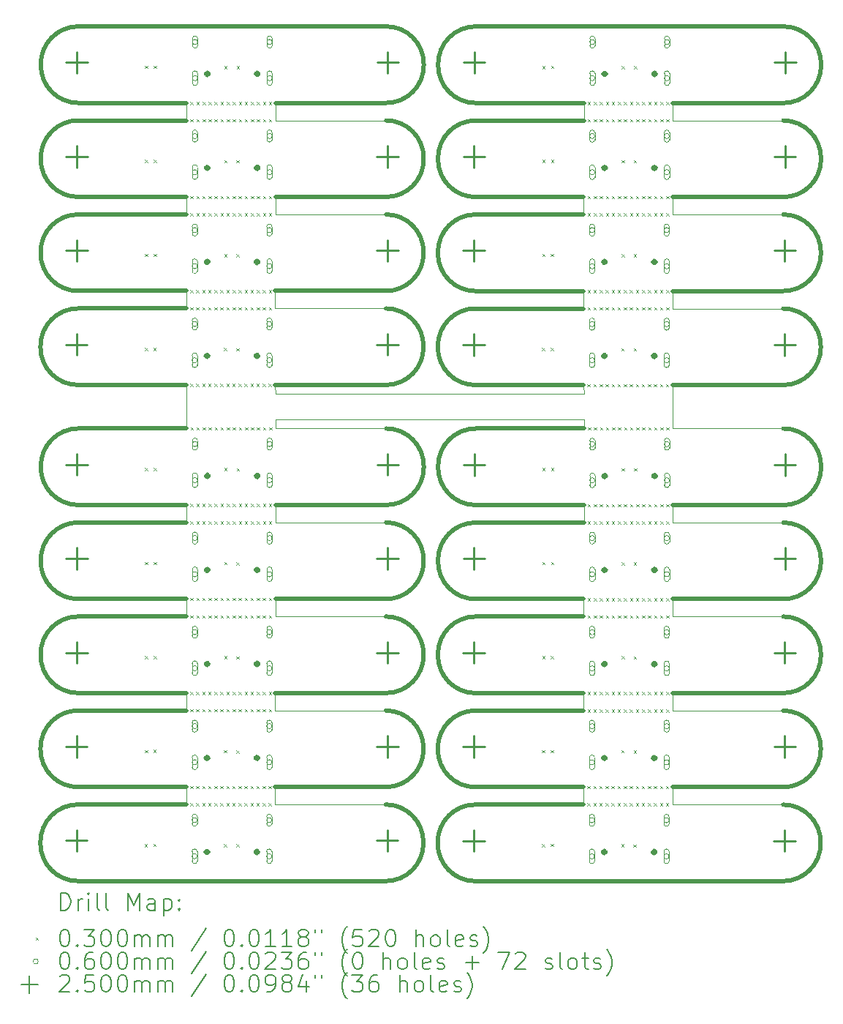
<source format=gbr>
%TF.GenerationSoftware,KiCad,Pcbnew,8.99.0-1678-gcd3e85b0b3*%
%TF.CreationDate,2024-07-13T23:24:52+07:00*%
%TF.ProjectId,dtb,6474622e-6b69-4636-9164-5f7063625858,rev?*%
%TF.SameCoordinates,Original*%
%TF.FileFunction,Drillmap*%
%TF.FilePolarity,Positive*%
%FSLAX45Y45*%
G04 Gerber Fmt 4.5, Leading zero omitted, Abs format (unit mm)*
G04 Created by KiCad (PCBNEW 8.99.0-1678-gcd3e85b0b3) date 2024-07-13 23:24:52*
%MOMM*%
%LPD*%
G01*
G04 APERTURE LIST*
%ADD10C,0.050000*%
%ADD11C,0.500000*%
%ADD12C,0.200000*%
%ADD13C,0.100000*%
%ADD14C,0.250000*%
G04 APERTURE END LIST*
D10*
X24290000Y-10290000D02*
X20720000Y-10290000D01*
X24291030Y-10393395D02*
X24290000Y-10290000D01*
X24290000Y-9990000D02*
X20720000Y-9990000D01*
X24286461Y-9889936D02*
X24290000Y-9990000D01*
D11*
X26597646Y-14743371D02*
G75*
G02*
X27032631Y-15181003I-12J-435005D01*
G01*
X24285131Y-15628320D02*
X23032636Y-15628320D01*
X24286311Y-14743371D02*
X23033815Y-14743371D01*
X27032631Y-15193305D02*
G75*
G02*
X26597616Y-15628320I-435015J0D01*
G01*
X26597616Y-15628320D02*
X24285131Y-15628320D01*
X24541131Y-15292335D02*
G75*
G02*
X24511131Y-15292335I-15000J0D01*
G01*
X24511131Y-15292335D02*
G75*
G02*
X24541131Y-15292335I15000J0D01*
G01*
D10*
X25316311Y-14540826D02*
X25316311Y-14743371D01*
D11*
X22597631Y-15178375D02*
G75*
G02*
X23033815Y-14743371I435005J0D01*
G01*
X25119131Y-15292335D02*
G75*
G02*
X25089131Y-15292335I-15000J0D01*
G01*
X25089131Y-15292335D02*
G75*
G02*
X25119131Y-15292335I15000J0D01*
G01*
X23032636Y-15628320D02*
G75*
G02*
X22597631Y-15193315I0J435005D01*
G01*
X22597631Y-15193315D02*
X22597631Y-15178375D01*
D10*
X25316311Y-14743371D02*
X26597646Y-14743371D01*
D11*
X27032631Y-15181003D02*
X27032631Y-15193305D01*
D10*
X24286311Y-14743371D02*
X24286311Y-14540826D01*
D11*
X24286461Y-9889936D02*
X23033965Y-9889936D01*
X23033965Y-9889936D02*
G75*
G02*
X22598961Y-9454931I0J435005D01*
G01*
D10*
X25317640Y-8802442D02*
X25317640Y-9004988D01*
D11*
X26598945Y-9889936D02*
X25316461Y-9889936D01*
D10*
X24287640Y-9004988D02*
X24287640Y-8802442D01*
D11*
X27033961Y-9442619D02*
X27033961Y-9454921D01*
X25120461Y-9553952D02*
G75*
G02*
X25090461Y-9553952I-15000J0D01*
G01*
X25090461Y-9553952D02*
G75*
G02*
X25120461Y-9553952I15000J0D01*
G01*
X24287640Y-9004988D02*
X23035145Y-9004988D01*
X22598961Y-9439991D02*
G75*
G02*
X23035145Y-9004988I435005J0D01*
G01*
D10*
X25317640Y-9004988D02*
X26598975Y-9004988D01*
D11*
X22598961Y-9454931D02*
X22598961Y-9439991D01*
X26598975Y-9004988D02*
G75*
G02*
X27033961Y-9442619I-9J-435003D01*
G01*
X27033961Y-9454921D02*
G75*
G02*
X26598945Y-9889936I-435015J0D01*
G01*
X24542461Y-9553952D02*
G75*
G02*
X24512461Y-9553952I-15000J0D01*
G01*
X24512461Y-9553952D02*
G75*
G02*
X24542461Y-9553952I15000J0D01*
G01*
D10*
X25319850Y-11480889D02*
X26601185Y-11480889D01*
D11*
X25122670Y-12029853D02*
G75*
G02*
X25092670Y-12029853I-15000J0D01*
G01*
X25092670Y-12029853D02*
G75*
G02*
X25122670Y-12029853I15000J0D01*
G01*
X27036170Y-11918521D02*
X27036170Y-11930823D01*
X27036170Y-11930823D02*
G75*
G02*
X26601155Y-12365838I-435015J0D01*
G01*
D10*
X24289850Y-11480889D02*
X24289850Y-11278344D01*
D11*
X26601155Y-12365838D02*
X25318670Y-12365838D01*
X24544670Y-12029853D02*
G75*
G02*
X24514670Y-12029853I-15000J0D01*
G01*
X24514670Y-12029853D02*
G75*
G02*
X24544670Y-12029853I15000J0D01*
G01*
X22601170Y-11930833D02*
X22601170Y-11915893D01*
X26601185Y-11480889D02*
G75*
G02*
X27036170Y-11918521I-12J-435005D01*
G01*
D10*
X25319850Y-11278344D02*
X25319850Y-11480889D01*
D11*
X24288670Y-12365838D02*
X23036175Y-12365838D01*
X24289850Y-11480889D02*
X23037355Y-11480889D01*
X23036175Y-12365838D02*
G75*
G02*
X22601170Y-11930833I0J435005D01*
G01*
X22601170Y-11915893D02*
G75*
G02*
X23037355Y-11480889I435005J0D01*
G01*
X23035145Y-8802442D02*
G75*
G02*
X22600141Y-8367437I0J435004D01*
G01*
X22600140Y-8352497D02*
G75*
G02*
X23036325Y-7917494I435005J0D01*
G01*
X24288820Y-7917494D02*
X23036325Y-7917494D01*
X27035140Y-8355125D02*
X27035140Y-8367427D01*
X24543640Y-8466458D02*
G75*
G02*
X24513640Y-8466458I-15000J0D01*
G01*
X24513640Y-8466458D02*
G75*
G02*
X24543640Y-8466458I15000J0D01*
G01*
X26600155Y-7917494D02*
G75*
G02*
X27035141Y-8355125I-9J-435003D01*
G01*
X25121640Y-8466458D02*
G75*
G02*
X25091640Y-8466458I-15000J0D01*
G01*
X25091640Y-8466458D02*
G75*
G02*
X25121640Y-8466458I15000J0D01*
G01*
X22600140Y-8367437D02*
X22600140Y-8352497D01*
D10*
X25318820Y-7917494D02*
X26600155Y-7917494D01*
X25318820Y-7714948D02*
X25318820Y-7917494D01*
X24288820Y-7917494D02*
X24288820Y-7714948D01*
D11*
X27035140Y-8367427D02*
G75*
G02*
X26600125Y-8802442I-435015J0D01*
G01*
X24287640Y-8802442D02*
X23035145Y-8802442D01*
X26600125Y-8802442D02*
X25317640Y-8802442D01*
X24290000Y-6830000D02*
X23037505Y-6830000D01*
X26602485Y-6627454D02*
X25320000Y-6627454D01*
X27036320Y-7267631D02*
X27036320Y-7279933D01*
X22601320Y-7265003D02*
G75*
G02*
X23037505Y-6830000I435005J0D01*
G01*
X22601320Y-7279943D02*
X22601320Y-7265003D01*
X26601335Y-6830000D02*
G75*
G02*
X27036320Y-7267631I-10J-435003D01*
G01*
X23036325Y-7714948D02*
G75*
G02*
X22601320Y-7279943I0J435005D01*
G01*
X24544820Y-7378964D02*
G75*
G02*
X24514820Y-7378964I-15000J0D01*
G01*
X24514820Y-7378964D02*
G75*
G02*
X24544820Y-7378964I15000J0D01*
G01*
X25122820Y-7378964D02*
G75*
G02*
X25092820Y-7378964I-15000J0D01*
G01*
X25092820Y-7378964D02*
G75*
G02*
X25122820Y-7378964I15000J0D01*
G01*
X27036320Y-7279933D02*
G75*
G02*
X26601305Y-7714948I-435015J0D01*
G01*
X24290000Y-6627454D02*
X23037505Y-6627454D01*
X25124000Y-6291470D02*
G75*
G02*
X25094000Y-6291470I-15000J0D01*
G01*
X25094000Y-6291470D02*
G75*
G02*
X25124000Y-6291470I15000J0D01*
G01*
X22602500Y-6177509D02*
G75*
G02*
X23038685Y-5742506I435005J0D01*
G01*
X27037500Y-6192439D02*
G75*
G02*
X26602485Y-6627454I-435015J0D01*
G01*
X22602500Y-6192449D02*
X22602500Y-6177509D01*
X27037500Y-6180137D02*
X27037500Y-6192439D01*
X23037505Y-6627454D02*
G75*
G02*
X22602500Y-6192449I0J435005D01*
G01*
X26602515Y-5742506D02*
G75*
G02*
X27037500Y-6180137I-10J-435003D01*
G01*
X24546000Y-6291470D02*
G75*
G02*
X24516000Y-6291470I-15000J0D01*
G01*
X24516000Y-6291470D02*
G75*
G02*
X24546000Y-6291470I15000J0D01*
G01*
X23038685Y-5742506D02*
X26602515Y-5742506D01*
X24288820Y-7714948D02*
X23036325Y-7714948D01*
D10*
X25320000Y-6830000D02*
X26601335Y-6830000D01*
D11*
X26601305Y-7714948D02*
X25318820Y-7714948D01*
D10*
X25320000Y-6627454D02*
X25320000Y-6830000D01*
X24290000Y-6830000D02*
X24290000Y-6627454D01*
D11*
X26598825Y-13655877D02*
G75*
G02*
X27033811Y-14093509I-12J-435005D01*
G01*
X22598811Y-14105821D02*
X22598811Y-14090881D01*
D10*
X25317490Y-13655877D02*
X26598825Y-13655877D01*
D11*
X24286311Y-14540826D02*
X23033815Y-14540826D01*
X26598795Y-14540826D02*
X25316311Y-14540826D01*
X27033811Y-14105811D02*
G75*
G02*
X26598795Y-14540826I-435015J0D01*
G01*
X25120311Y-14204841D02*
G75*
G02*
X25090311Y-14204841I-15000J0D01*
G01*
X25090311Y-14204841D02*
G75*
G02*
X25120311Y-14204841I15000J0D01*
G01*
X23033815Y-14540826D02*
G75*
G02*
X22598811Y-14105821I0J435005D01*
G01*
D10*
X25317490Y-13453332D02*
X25317490Y-13655877D01*
D11*
X24542311Y-14204841D02*
G75*
G02*
X24512311Y-14204841I-15000J0D01*
G01*
X24512311Y-14204841D02*
G75*
G02*
X24542311Y-14204841I15000J0D01*
G01*
X24287490Y-13655877D02*
X23034995Y-13655877D01*
X22598811Y-14090881D02*
G75*
G02*
X23034995Y-13655877I435005J0D01*
G01*
D10*
X24287490Y-13655877D02*
X24287490Y-13453332D01*
D11*
X27033811Y-14093509D02*
X27033811Y-14105811D01*
D10*
X25318670Y-12568383D02*
X26600005Y-12568383D01*
D11*
X27034990Y-13006015D02*
X27034990Y-13018317D01*
X26600005Y-12568383D02*
G75*
G02*
X27034991Y-13006015I-11J-435005D01*
G01*
X25121490Y-13117347D02*
G75*
G02*
X25091490Y-13117347I-15000J0D01*
G01*
X25091490Y-13117347D02*
G75*
G02*
X25121490Y-13117347I15000J0D01*
G01*
D10*
X25318670Y-12365838D02*
X25318670Y-12568383D01*
X24288670Y-12568383D02*
X24288670Y-12365838D01*
D11*
X24543490Y-13117347D02*
G75*
G02*
X24513490Y-13117347I-15000J0D01*
G01*
X24513490Y-13117347D02*
G75*
G02*
X24543490Y-13117347I15000J0D01*
G01*
X24287490Y-13453332D02*
X23034995Y-13453332D01*
X22599990Y-13018327D02*
X22599990Y-13003387D01*
X27034990Y-13018317D02*
G75*
G02*
X26599975Y-13453331I-435015J0D01*
G01*
X24288670Y-12568383D02*
X23036175Y-12568383D01*
X23034995Y-13453332D02*
G75*
G02*
X22599990Y-13018327I0J435005D01*
G01*
X22599990Y-13003387D02*
G75*
G02*
X23036175Y-12568383I435005J0D01*
G01*
X26599975Y-13453332D02*
X25317490Y-13453332D01*
X26602365Y-10393395D02*
G75*
G02*
X27037350Y-10831027I-12J-435005D01*
G01*
X24289850Y-11278344D02*
X23037355Y-11278344D01*
D10*
X25321030Y-10393395D02*
X26602365Y-10393395D01*
D11*
X23037355Y-11278344D02*
G75*
G02*
X22602350Y-10843339I0J435005D01*
G01*
X22602350Y-10828399D02*
G75*
G02*
X23038535Y-10393395I435005J0D01*
G01*
X25123850Y-10942359D02*
G75*
G02*
X25093850Y-10942359I-15000J0D01*
G01*
X25093850Y-10942359D02*
G75*
G02*
X25123850Y-10942359I15000J0D01*
G01*
X27037350Y-10843329D02*
G75*
G02*
X26602335Y-11278344I-435015J0D01*
G01*
X22602350Y-10843339D02*
X22602350Y-10828399D01*
X24545850Y-10942359D02*
G75*
G02*
X24515850Y-10942359I-15000J0D01*
G01*
X24515850Y-10942359D02*
G75*
G02*
X24545850Y-10942359I15000J0D01*
G01*
X26602335Y-11278344D02*
X25319850Y-11278344D01*
X24291030Y-10393395D02*
X23038535Y-10393395D01*
X27037350Y-10831027D02*
X27037350Y-10843329D01*
D10*
X25321030Y-10393395D02*
X25316461Y-9889936D01*
X20715431Y-9889087D02*
X20720000Y-9990000D01*
X19685431Y-9889087D02*
X19690000Y-10392546D01*
X20720000Y-10392546D02*
X20720000Y-10290000D01*
D11*
X17996601Y-15192465D02*
X17996601Y-15177525D01*
X22431601Y-15180153D02*
X22431601Y-15192455D01*
X19940101Y-15291485D02*
G75*
G02*
X19910101Y-15291485I-15000J0D01*
G01*
X19910101Y-15291485D02*
G75*
G02*
X19940101Y-15291485I15000J0D01*
G01*
X22431601Y-15192455D02*
G75*
G02*
X21996586Y-15627470I-435015J0D01*
G01*
X21996616Y-14742522D02*
G75*
G02*
X22431600Y-15180153I-11J-435003D01*
G01*
X20518101Y-15291485D02*
G75*
G02*
X20488101Y-15291485I-15000J0D01*
G01*
X20488101Y-15291485D02*
G75*
G02*
X20518101Y-15291485I15000J0D01*
G01*
D10*
X20715281Y-14539976D02*
X20715281Y-14742522D01*
X19685281Y-14742522D02*
X19685281Y-14539976D01*
D11*
X19684101Y-15627470D02*
X18431606Y-15627470D01*
X21996586Y-15627470D02*
X19684101Y-15627470D01*
D10*
X20715281Y-14742522D02*
X21996616Y-14742522D01*
D11*
X19685281Y-14742522D02*
X18432786Y-14742522D01*
X18431606Y-15627470D02*
G75*
G02*
X17996601Y-15192465I0J435005D01*
G01*
X17996601Y-15177525D02*
G75*
G02*
X18432786Y-14742522I435005J0D01*
G01*
X17997781Y-14104971D02*
X17997781Y-14090031D01*
X22432781Y-14092659D02*
X22432781Y-14104961D01*
X19941281Y-14203991D02*
G75*
G02*
X19911281Y-14203991I-15000J0D01*
G01*
X19911281Y-14203991D02*
G75*
G02*
X19941281Y-14203991I15000J0D01*
G01*
X22432781Y-14104961D02*
G75*
G02*
X21997766Y-14539976I-435015J0D01*
G01*
X21997796Y-13655028D02*
G75*
G02*
X22432780Y-14092659I-11J-435003D01*
G01*
X20519281Y-14203991D02*
G75*
G02*
X20489281Y-14203991I-15000J0D01*
G01*
X20489281Y-14203991D02*
G75*
G02*
X20519281Y-14203991I15000J0D01*
G01*
D10*
X20716461Y-13452482D02*
X20716461Y-13655028D01*
X19686461Y-13655028D02*
X19686461Y-13452482D01*
D11*
X19685281Y-14539976D02*
X18432786Y-14539976D01*
X21997766Y-14539976D02*
X20715281Y-14539976D01*
D10*
X20716461Y-13655028D02*
X21997796Y-13655028D01*
D11*
X19686461Y-13655028D02*
X18433965Y-13655028D01*
X18432786Y-14539976D02*
G75*
G02*
X17997781Y-14104971I0J435005D01*
G01*
X17997781Y-14090031D02*
G75*
G02*
X18433965Y-13655028I435005J0D01*
G01*
X17998961Y-13017477D02*
X17998961Y-13002537D01*
X22433961Y-13005165D02*
X22433961Y-13017467D01*
X19942461Y-13116497D02*
G75*
G02*
X19912461Y-13116497I-15000J0D01*
G01*
X19912461Y-13116497D02*
G75*
G02*
X19942461Y-13116497I15000J0D01*
G01*
X22433961Y-13017467D02*
G75*
G02*
X21998945Y-13452482I-435015J0D01*
G01*
X21998975Y-12567534D02*
G75*
G02*
X22433960Y-13005165I-11J-435003D01*
G01*
X20520461Y-13116497D02*
G75*
G02*
X20490461Y-13116497I-15000J0D01*
G01*
X20490461Y-13116497D02*
G75*
G02*
X20520461Y-13116497I15000J0D01*
G01*
D10*
X20717640Y-12364988D02*
X20717640Y-12567534D01*
X19687640Y-12567534D02*
X19687640Y-12364988D01*
D11*
X19686461Y-13452482D02*
X18433965Y-13452482D01*
X21998945Y-13452482D02*
X20716461Y-13452482D01*
D10*
X20717640Y-12567534D02*
X21998975Y-12567534D01*
D11*
X19687640Y-12567534D02*
X18435145Y-12567534D01*
X18433965Y-13452482D02*
G75*
G02*
X17998961Y-13017477I0J435005D01*
G01*
X17998961Y-13002537D02*
G75*
G02*
X18435145Y-12567534I435005J0D01*
G01*
X18000140Y-11929983D02*
X18000140Y-11915043D01*
X22435140Y-11917671D02*
X22435140Y-11929973D01*
X19943640Y-12029003D02*
G75*
G02*
X19913640Y-12029003I-15000J0D01*
G01*
X19913640Y-12029003D02*
G75*
G02*
X19943640Y-12029003I15000J0D01*
G01*
X22435140Y-11929973D02*
G75*
G02*
X22000125Y-12364988I-435015J0D01*
G01*
X22000155Y-11480040D02*
G75*
G02*
X22435140Y-11917671I-11J-435003D01*
G01*
X20521640Y-12029003D02*
G75*
G02*
X20491640Y-12029003I-15000J0D01*
G01*
X20491640Y-12029003D02*
G75*
G02*
X20521640Y-12029003I15000J0D01*
G01*
D10*
X20718820Y-11277494D02*
X20718820Y-11480040D01*
X19688820Y-11480040D02*
X19688820Y-11277494D01*
D11*
X19687640Y-12364988D02*
X18435145Y-12364988D01*
X22000125Y-12364988D02*
X20717640Y-12364988D01*
D10*
X20718820Y-11480040D02*
X22000155Y-11480040D01*
D11*
X19688820Y-11480040D02*
X18436325Y-11480040D01*
X18435145Y-12364988D02*
G75*
G02*
X18000140Y-11929983I0J435005D01*
G01*
X18000140Y-11915043D02*
G75*
G02*
X18436325Y-11480040I435005J0D01*
G01*
X22436320Y-10830177D02*
X22436320Y-10842479D01*
X19690000Y-10392546D02*
X18437505Y-10392546D01*
X22001305Y-11277494D02*
X20718820Y-11277494D01*
X19944820Y-10941510D02*
G75*
G02*
X19914820Y-10941510I-15000J0D01*
G01*
X19914820Y-10941510D02*
G75*
G02*
X19944820Y-10941510I15000J0D01*
G01*
X18001320Y-10842489D02*
X18001320Y-10827549D01*
X22436320Y-10842479D02*
G75*
G02*
X22001305Y-11277494I-435015J0D01*
G01*
X20522820Y-10941510D02*
G75*
G02*
X20492820Y-10941510I-15000J0D01*
G01*
X20492820Y-10941510D02*
G75*
G02*
X20522820Y-10941510I15000J0D01*
G01*
X18001320Y-10827549D02*
G75*
G02*
X18437505Y-10392546I435005J0D01*
G01*
X18436325Y-11277494D02*
G75*
G02*
X18001320Y-10842489I0J435005D01*
G01*
D10*
X20720000Y-10392546D02*
X22001335Y-10392546D01*
D11*
X19688820Y-11277494D02*
X18436325Y-11277494D01*
X22001335Y-10392546D02*
G75*
G02*
X22436319Y-10830177I-11J-435003D01*
G01*
X21997916Y-9889087D02*
X20715431Y-9889087D01*
X19686611Y-9004138D02*
X18434115Y-9004138D01*
X22432931Y-9441770D02*
X22432931Y-9454072D01*
X17997931Y-9439142D02*
G75*
G02*
X18434115Y-9004138I435005J0D01*
G01*
X17997931Y-9454082D02*
X17997931Y-9439142D01*
X21997946Y-9004138D02*
G75*
G02*
X22432931Y-9441770I-10J-435003D01*
G01*
X18432936Y-9889087D02*
G75*
G02*
X17997931Y-9454082I0J435005D01*
G01*
X19941431Y-9553102D02*
G75*
G02*
X19911431Y-9553102I-15000J0D01*
G01*
X19911431Y-9553102D02*
G75*
G02*
X19941431Y-9553102I15000J0D01*
G01*
X20519431Y-9553102D02*
G75*
G02*
X20489431Y-9553102I-15000J0D01*
G01*
X20489431Y-9553102D02*
G75*
G02*
X20519431Y-9553102I15000J0D01*
G01*
X22432931Y-9454072D02*
G75*
G02*
X21997916Y-9889087I-435015J0D01*
G01*
X19685431Y-9889087D02*
X18432936Y-9889087D01*
D10*
X20716611Y-9004138D02*
X21997946Y-9004138D01*
X20716611Y-8801593D02*
X20716611Y-9004138D01*
X19686611Y-9004138D02*
X19686611Y-8801593D01*
D11*
X19687790Y-7916644D02*
X18435295Y-7916644D01*
X22434110Y-8354276D02*
X22434110Y-8366578D01*
X17999111Y-8351648D02*
G75*
G02*
X18435295Y-7916644I435005J0D01*
G01*
X17999111Y-8366588D02*
X17999111Y-8351648D01*
X21999125Y-7916644D02*
G75*
G02*
X22434111Y-8354276I-10J-435003D01*
G01*
X18434115Y-8801593D02*
G75*
G02*
X17999111Y-8366588I0J435005D01*
G01*
X19942611Y-8465608D02*
G75*
G02*
X19912611Y-8465608I-15000J0D01*
G01*
X19912611Y-8465608D02*
G75*
G02*
X19942611Y-8465608I15000J0D01*
G01*
X20520611Y-8465608D02*
G75*
G02*
X20490611Y-8465608I-15000J0D01*
G01*
X20490611Y-8465608D02*
G75*
G02*
X20520611Y-8465608I15000J0D01*
G01*
X22434110Y-8366578D02*
G75*
G02*
X21999095Y-8801593I-435015J0D01*
G01*
X19686611Y-8801593D02*
X18434115Y-8801593D01*
D10*
X20717790Y-7916644D02*
X21999125Y-7916644D01*
D11*
X21999095Y-8801593D02*
X20716611Y-8801593D01*
D10*
X20717790Y-7714099D02*
X20717790Y-7916644D01*
X19687790Y-7916644D02*
X19687790Y-7714099D01*
D11*
X22000275Y-7714099D02*
X20717790Y-7714099D01*
X19687790Y-7714099D02*
X18435295Y-7714099D01*
D10*
X20718970Y-6829150D02*
X22000305Y-6829150D01*
X19688970Y-6829150D02*
X19688970Y-6626605D01*
X20718970Y-6626605D02*
X20718970Y-6829150D01*
D11*
X18437655Y-5741656D02*
X22001485Y-5741656D01*
X19944970Y-6290620D02*
G75*
G02*
X19914970Y-6290620I-15000J0D01*
G01*
X19914970Y-6290620D02*
G75*
G02*
X19944970Y-6290620I15000J0D01*
G01*
X22001485Y-5741656D02*
G75*
G02*
X22436470Y-6179288I-10J-435003D01*
G01*
X18436475Y-6626605D02*
G75*
G02*
X18001470Y-6191600I0J435005D01*
G01*
X22436470Y-6179288D02*
X22436470Y-6191590D01*
X18001470Y-6191600D02*
X18001470Y-6176660D01*
X22436470Y-6191590D02*
G75*
G02*
X22001455Y-6626605I-435015J0D01*
G01*
X18001470Y-6176660D02*
G75*
G02*
X18437655Y-5741656I435005J0D01*
G01*
X20522970Y-6290620D02*
G75*
G02*
X20492970Y-6290620I-15000J0D01*
G01*
X20492970Y-6290620D02*
G75*
G02*
X20522970Y-6290620I15000J0D01*
G01*
X19688970Y-6626605D02*
X18436475Y-6626605D01*
X22435290Y-7279084D02*
G75*
G02*
X22000275Y-7714099I-435015J0D01*
G01*
X20521790Y-7378114D02*
G75*
G02*
X20491790Y-7378114I-15000J0D01*
G01*
X20491790Y-7378114D02*
G75*
G02*
X20521790Y-7378114I15000J0D01*
G01*
X19943790Y-7378114D02*
G75*
G02*
X19913790Y-7378114I-15000J0D01*
G01*
X19913790Y-7378114D02*
G75*
G02*
X19943790Y-7378114I15000J0D01*
G01*
X18435295Y-7714099D02*
G75*
G02*
X18000290Y-7279094I0J435005D01*
G01*
X22000305Y-6829150D02*
G75*
G02*
X22435290Y-7266782I-10J-435003D01*
G01*
X18000290Y-7279094D02*
X18000290Y-7264154D01*
X18000290Y-7264154D02*
G75*
G02*
X18436475Y-6829150I435005J0D01*
G01*
X22435290Y-7266782D02*
X22435290Y-7279084D01*
X22001455Y-6626605D02*
X20718970Y-6626605D01*
X19688970Y-6829150D02*
X18436475Y-6829150D01*
D12*
D13*
X19204101Y-15198016D02*
X19234101Y-15228016D01*
X19234101Y-15198016D02*
X19204101Y-15228016D01*
X19205281Y-14110522D02*
X19235281Y-14140522D01*
X19235281Y-14110522D02*
X19205281Y-14140522D01*
X19205431Y-9459632D02*
X19235431Y-9489632D01*
X19235431Y-9459632D02*
X19205431Y-9489632D01*
X19206461Y-13023028D02*
X19236461Y-13053028D01*
X19236461Y-13023028D02*
X19206461Y-13053028D01*
X19206611Y-8372138D02*
X19236611Y-8402138D01*
X19236611Y-8372138D02*
X19206611Y-8402138D01*
X19207640Y-11935534D02*
X19237640Y-11965534D01*
X19237640Y-11935534D02*
X19207640Y-11965534D01*
X19207790Y-7284644D02*
X19237790Y-7314644D01*
X19237790Y-7284644D02*
X19207790Y-7314644D01*
X19208820Y-10848040D02*
X19238820Y-10878040D01*
X19238820Y-10848040D02*
X19208820Y-10878040D01*
X19208970Y-6197150D02*
X19238970Y-6227150D01*
X19238970Y-6197150D02*
X19208970Y-6227150D01*
X19305101Y-15197016D02*
X19335101Y-15227016D01*
X19335101Y-15197016D02*
X19305101Y-15227016D01*
X19306281Y-14109522D02*
X19336281Y-14139522D01*
X19336281Y-14109522D02*
X19306281Y-14139522D01*
X19306431Y-9458632D02*
X19336431Y-9488632D01*
X19336431Y-9458632D02*
X19306431Y-9488632D01*
X19307461Y-13022028D02*
X19337461Y-13052028D01*
X19337461Y-13022028D02*
X19307461Y-13052028D01*
X19307611Y-8371138D02*
X19337611Y-8401138D01*
X19337611Y-8371138D02*
X19307611Y-8401138D01*
X19308640Y-11934534D02*
X19338640Y-11964534D01*
X19338640Y-11934534D02*
X19308640Y-11964534D01*
X19308790Y-7283644D02*
X19338790Y-7313644D01*
X19338790Y-7283644D02*
X19308790Y-7313644D01*
X19309820Y-10847040D02*
X19339820Y-10877040D01*
X19339820Y-10847040D02*
X19309820Y-10877040D01*
X19309970Y-6196150D02*
X19339970Y-6226150D01*
X19339970Y-6196150D02*
X19309970Y-6226150D01*
X19730281Y-14527522D02*
X19760281Y-14557522D01*
X19760281Y-14527522D02*
X19730281Y-14557522D01*
X19730281Y-14727522D02*
X19760281Y-14757522D01*
X19760281Y-14727522D02*
X19730281Y-14757522D01*
X19730431Y-9876632D02*
X19760431Y-9906632D01*
X19760431Y-9876632D02*
X19730431Y-9906632D01*
X19731461Y-13440028D02*
X19761461Y-13470028D01*
X19761461Y-13440028D02*
X19731461Y-13470028D01*
X19731461Y-13640028D02*
X19761461Y-13670028D01*
X19761461Y-13640028D02*
X19731461Y-13670028D01*
X19731611Y-8789138D02*
X19761611Y-8819138D01*
X19761611Y-8789138D02*
X19731611Y-8819138D01*
X19731611Y-8989138D02*
X19761611Y-9019138D01*
X19761611Y-8989138D02*
X19731611Y-9019138D01*
X19732640Y-12352534D02*
X19762640Y-12382534D01*
X19762640Y-12352534D02*
X19732640Y-12382534D01*
X19732640Y-12552534D02*
X19762640Y-12582534D01*
X19762640Y-12552534D02*
X19732640Y-12582534D01*
X19732790Y-7701644D02*
X19762790Y-7731644D01*
X19762790Y-7701644D02*
X19732790Y-7731644D01*
X19732790Y-7901644D02*
X19762790Y-7931644D01*
X19762790Y-7901644D02*
X19732790Y-7931644D01*
X19733820Y-11265040D02*
X19763820Y-11295040D01*
X19763820Y-11265040D02*
X19733820Y-11295040D01*
X19733820Y-11465040D02*
X19763820Y-11495040D01*
X19763820Y-11465040D02*
X19733820Y-11495040D01*
X19733970Y-6614150D02*
X19763970Y-6644150D01*
X19763970Y-6614150D02*
X19733970Y-6644150D01*
X19733970Y-6814150D02*
X19763970Y-6844150D01*
X19763970Y-6814150D02*
X19733970Y-6844150D01*
X19735000Y-10377546D02*
X19765000Y-10407546D01*
X19765000Y-10377546D02*
X19735000Y-10407546D01*
X19800281Y-14527522D02*
X19830281Y-14557522D01*
X19830281Y-14527522D02*
X19800281Y-14557522D01*
X19800281Y-14727522D02*
X19830281Y-14757522D01*
X19830281Y-14727522D02*
X19800281Y-14757522D01*
X19800431Y-9876632D02*
X19830431Y-9906632D01*
X19830431Y-9876632D02*
X19800431Y-9906632D01*
X19801461Y-13440028D02*
X19831461Y-13470028D01*
X19831461Y-13440028D02*
X19801461Y-13470028D01*
X19801461Y-13640028D02*
X19831461Y-13670028D01*
X19831461Y-13640028D02*
X19801461Y-13670028D01*
X19801611Y-8789138D02*
X19831611Y-8819138D01*
X19831611Y-8789138D02*
X19801611Y-8819138D01*
X19801611Y-8989138D02*
X19831611Y-9019138D01*
X19831611Y-8989138D02*
X19801611Y-9019138D01*
X19802640Y-12352534D02*
X19832640Y-12382534D01*
X19832640Y-12352534D02*
X19802640Y-12382534D01*
X19802640Y-12552534D02*
X19832640Y-12582534D01*
X19832640Y-12552534D02*
X19802640Y-12582534D01*
X19802790Y-7701644D02*
X19832790Y-7731644D01*
X19832790Y-7701644D02*
X19802790Y-7731644D01*
X19802790Y-7901644D02*
X19832790Y-7931644D01*
X19832790Y-7901644D02*
X19802790Y-7931644D01*
X19803820Y-11265040D02*
X19833820Y-11295040D01*
X19833820Y-11265040D02*
X19803820Y-11295040D01*
X19803820Y-11465040D02*
X19833820Y-11495040D01*
X19833820Y-11465040D02*
X19803820Y-11495040D01*
X19803970Y-6614150D02*
X19833970Y-6644150D01*
X19833970Y-6614150D02*
X19803970Y-6644150D01*
X19803970Y-6814150D02*
X19833970Y-6844150D01*
X19833970Y-6814150D02*
X19803970Y-6844150D01*
X19805000Y-10377546D02*
X19835000Y-10407546D01*
X19835000Y-10377546D02*
X19805000Y-10407546D01*
X19870281Y-14527522D02*
X19900281Y-14557522D01*
X19900281Y-14527522D02*
X19870281Y-14557522D01*
X19870281Y-14727522D02*
X19900281Y-14757522D01*
X19900281Y-14727522D02*
X19870281Y-14757522D01*
X19870431Y-9876632D02*
X19900431Y-9906632D01*
X19900431Y-9876632D02*
X19870431Y-9906632D01*
X19871461Y-13440028D02*
X19901461Y-13470028D01*
X19901461Y-13440028D02*
X19871461Y-13470028D01*
X19871461Y-13640028D02*
X19901461Y-13670028D01*
X19901461Y-13640028D02*
X19871461Y-13670028D01*
X19871611Y-8789138D02*
X19901611Y-8819138D01*
X19901611Y-8789138D02*
X19871611Y-8819138D01*
X19871611Y-8989138D02*
X19901611Y-9019138D01*
X19901611Y-8989138D02*
X19871611Y-9019138D01*
X19872640Y-12352534D02*
X19902640Y-12382534D01*
X19902640Y-12352534D02*
X19872640Y-12382534D01*
X19872640Y-12552534D02*
X19902640Y-12582534D01*
X19902640Y-12552534D02*
X19872640Y-12582534D01*
X19872790Y-7701644D02*
X19902790Y-7731644D01*
X19902790Y-7701644D02*
X19872790Y-7731644D01*
X19872790Y-7901644D02*
X19902790Y-7931644D01*
X19902790Y-7901644D02*
X19872790Y-7931644D01*
X19873820Y-11265040D02*
X19903820Y-11295040D01*
X19903820Y-11265040D02*
X19873820Y-11295040D01*
X19873820Y-11465040D02*
X19903820Y-11495040D01*
X19903820Y-11465040D02*
X19873820Y-11495040D01*
X19873970Y-6614150D02*
X19903970Y-6644150D01*
X19903970Y-6614150D02*
X19873970Y-6644150D01*
X19873970Y-6814150D02*
X19903970Y-6844150D01*
X19903970Y-6814150D02*
X19873970Y-6844150D01*
X19875000Y-10377546D02*
X19905000Y-10407546D01*
X19905000Y-10377546D02*
X19875000Y-10407546D01*
X19940281Y-14527522D02*
X19970281Y-14557522D01*
X19970281Y-14527522D02*
X19940281Y-14557522D01*
X19940281Y-14727522D02*
X19970281Y-14757522D01*
X19970281Y-14727522D02*
X19940281Y-14757522D01*
X19940431Y-9876632D02*
X19970431Y-9906632D01*
X19970431Y-9876632D02*
X19940431Y-9906632D01*
X19941461Y-13440028D02*
X19971461Y-13470028D01*
X19971461Y-13440028D02*
X19941461Y-13470028D01*
X19941461Y-13640028D02*
X19971461Y-13670028D01*
X19971461Y-13640028D02*
X19941461Y-13670028D01*
X19941611Y-8789138D02*
X19971611Y-8819138D01*
X19971611Y-8789138D02*
X19941611Y-8819138D01*
X19941611Y-8989138D02*
X19971611Y-9019138D01*
X19971611Y-8989138D02*
X19941611Y-9019138D01*
X19942640Y-12352534D02*
X19972640Y-12382534D01*
X19972640Y-12352534D02*
X19942640Y-12382534D01*
X19942640Y-12552534D02*
X19972640Y-12582534D01*
X19972640Y-12552534D02*
X19942640Y-12582534D01*
X19942790Y-7701644D02*
X19972790Y-7731644D01*
X19972790Y-7701644D02*
X19942790Y-7731644D01*
X19942790Y-7901644D02*
X19972790Y-7931644D01*
X19972790Y-7901644D02*
X19942790Y-7931644D01*
X19943820Y-11265040D02*
X19973820Y-11295040D01*
X19973820Y-11265040D02*
X19943820Y-11295040D01*
X19943820Y-11465040D02*
X19973820Y-11495040D01*
X19973820Y-11465040D02*
X19943820Y-11495040D01*
X19943970Y-6614150D02*
X19973970Y-6644150D01*
X19973970Y-6614150D02*
X19943970Y-6644150D01*
X19943970Y-6814150D02*
X19973970Y-6844150D01*
X19973970Y-6814150D02*
X19943970Y-6844150D01*
X19945000Y-10377546D02*
X19975000Y-10407546D01*
X19975000Y-10377546D02*
X19945000Y-10407546D01*
X20010281Y-14527522D02*
X20040281Y-14557522D01*
X20040281Y-14527522D02*
X20010281Y-14557522D01*
X20010281Y-14727522D02*
X20040281Y-14757522D01*
X20040281Y-14727522D02*
X20010281Y-14757522D01*
X20010431Y-9876632D02*
X20040431Y-9906632D01*
X20040431Y-9876632D02*
X20010431Y-9906632D01*
X20011461Y-13440028D02*
X20041461Y-13470028D01*
X20041461Y-13440028D02*
X20011461Y-13470028D01*
X20011461Y-13640028D02*
X20041461Y-13670028D01*
X20041461Y-13640028D02*
X20011461Y-13670028D01*
X20011611Y-8789138D02*
X20041611Y-8819138D01*
X20041611Y-8789138D02*
X20011611Y-8819138D01*
X20011611Y-8989138D02*
X20041611Y-9019138D01*
X20041611Y-8989138D02*
X20011611Y-9019138D01*
X20012640Y-12352534D02*
X20042640Y-12382534D01*
X20042640Y-12352534D02*
X20012640Y-12382534D01*
X20012640Y-12552534D02*
X20042640Y-12582534D01*
X20042640Y-12552534D02*
X20012640Y-12582534D01*
X20012790Y-7701644D02*
X20042790Y-7731644D01*
X20042790Y-7701644D02*
X20012790Y-7731644D01*
X20012790Y-7901644D02*
X20042790Y-7931644D01*
X20042790Y-7901644D02*
X20012790Y-7931644D01*
X20013820Y-11265040D02*
X20043820Y-11295040D01*
X20043820Y-11265040D02*
X20013820Y-11295040D01*
X20013820Y-11465040D02*
X20043820Y-11495040D01*
X20043820Y-11465040D02*
X20013820Y-11495040D01*
X20013970Y-6614150D02*
X20043970Y-6644150D01*
X20043970Y-6614150D02*
X20013970Y-6644150D01*
X20013970Y-6814150D02*
X20043970Y-6844150D01*
X20043970Y-6814150D02*
X20013970Y-6844150D01*
X20015000Y-10377546D02*
X20045000Y-10407546D01*
X20045000Y-10377546D02*
X20015000Y-10407546D01*
X20080281Y-14527522D02*
X20110281Y-14557522D01*
X20110281Y-14527522D02*
X20080281Y-14557522D01*
X20080281Y-14727522D02*
X20110281Y-14757522D01*
X20110281Y-14727522D02*
X20080281Y-14757522D01*
X20080431Y-9876632D02*
X20110431Y-9906632D01*
X20110431Y-9876632D02*
X20080431Y-9906632D01*
X20081461Y-13440028D02*
X20111461Y-13470028D01*
X20111461Y-13440028D02*
X20081461Y-13470028D01*
X20081461Y-13640028D02*
X20111461Y-13670028D01*
X20111461Y-13640028D02*
X20081461Y-13670028D01*
X20081611Y-8789138D02*
X20111611Y-8819138D01*
X20111611Y-8789138D02*
X20081611Y-8819138D01*
X20081611Y-8989138D02*
X20111611Y-9019138D01*
X20111611Y-8989138D02*
X20081611Y-9019138D01*
X20082640Y-12352534D02*
X20112640Y-12382534D01*
X20112640Y-12352534D02*
X20082640Y-12382534D01*
X20082640Y-12552534D02*
X20112640Y-12582534D01*
X20112640Y-12552534D02*
X20082640Y-12582534D01*
X20082790Y-7701644D02*
X20112790Y-7731644D01*
X20112790Y-7701644D02*
X20082790Y-7731644D01*
X20082790Y-7901644D02*
X20112790Y-7931644D01*
X20112790Y-7901644D02*
X20082790Y-7931644D01*
X20083820Y-11265040D02*
X20113820Y-11295040D01*
X20113820Y-11265040D02*
X20083820Y-11295040D01*
X20083820Y-11465040D02*
X20113820Y-11495040D01*
X20113820Y-11465040D02*
X20083820Y-11495040D01*
X20083970Y-6614150D02*
X20113970Y-6644150D01*
X20113970Y-6614150D02*
X20083970Y-6644150D01*
X20083970Y-6814150D02*
X20113970Y-6844150D01*
X20113970Y-6814150D02*
X20083970Y-6844150D01*
X20085000Y-10377546D02*
X20115000Y-10407546D01*
X20115000Y-10377546D02*
X20085000Y-10407546D01*
X20122101Y-15200016D02*
X20152101Y-15230016D01*
X20152101Y-15200016D02*
X20122101Y-15230016D01*
X20123281Y-14112522D02*
X20153281Y-14142522D01*
X20153281Y-14112522D02*
X20123281Y-14142522D01*
X20123431Y-9461632D02*
X20153431Y-9491632D01*
X20153431Y-9461632D02*
X20123431Y-9491632D01*
X20124461Y-13025028D02*
X20154461Y-13055028D01*
X20154461Y-13025028D02*
X20124461Y-13055028D01*
X20124611Y-8374138D02*
X20154611Y-8404138D01*
X20154611Y-8374138D02*
X20124611Y-8404138D01*
X20125640Y-11937534D02*
X20155640Y-11967534D01*
X20155640Y-11937534D02*
X20125640Y-11967534D01*
X20125790Y-7286644D02*
X20155790Y-7316644D01*
X20155790Y-7286644D02*
X20125790Y-7316644D01*
X20126820Y-10850040D02*
X20156820Y-10880040D01*
X20156820Y-10850040D02*
X20126820Y-10880040D01*
X20126970Y-6199150D02*
X20156970Y-6229150D01*
X20156970Y-6199150D02*
X20126970Y-6229150D01*
X20150281Y-14527522D02*
X20180281Y-14557522D01*
X20180281Y-14527522D02*
X20150281Y-14557522D01*
X20150281Y-14727522D02*
X20180281Y-14757522D01*
X20180281Y-14727522D02*
X20150281Y-14757522D01*
X20150431Y-9876632D02*
X20180431Y-9906632D01*
X20180431Y-9876632D02*
X20150431Y-9906632D01*
X20151461Y-13440028D02*
X20181461Y-13470028D01*
X20181461Y-13440028D02*
X20151461Y-13470028D01*
X20151461Y-13640028D02*
X20181461Y-13670028D01*
X20181461Y-13640028D02*
X20151461Y-13670028D01*
X20151611Y-8789138D02*
X20181611Y-8819138D01*
X20181611Y-8789138D02*
X20151611Y-8819138D01*
X20151611Y-8989138D02*
X20181611Y-9019138D01*
X20181611Y-8989138D02*
X20151611Y-9019138D01*
X20152640Y-12352534D02*
X20182640Y-12382534D01*
X20182640Y-12352534D02*
X20152640Y-12382534D01*
X20152640Y-12552534D02*
X20182640Y-12582534D01*
X20182640Y-12552534D02*
X20152640Y-12582534D01*
X20152790Y-7701644D02*
X20182790Y-7731644D01*
X20182790Y-7701644D02*
X20152790Y-7731644D01*
X20152790Y-7901644D02*
X20182790Y-7931644D01*
X20182790Y-7901644D02*
X20152790Y-7931644D01*
X20153820Y-11265040D02*
X20183820Y-11295040D01*
X20183820Y-11265040D02*
X20153820Y-11295040D01*
X20153820Y-11465040D02*
X20183820Y-11495040D01*
X20183820Y-11465040D02*
X20153820Y-11495040D01*
X20153970Y-6614150D02*
X20183970Y-6644150D01*
X20183970Y-6614150D02*
X20153970Y-6644150D01*
X20153970Y-6814150D02*
X20183970Y-6844150D01*
X20183970Y-6814150D02*
X20153970Y-6844150D01*
X20155000Y-10377546D02*
X20185000Y-10407546D01*
X20185000Y-10377546D02*
X20155000Y-10407546D01*
X20220281Y-14527522D02*
X20250281Y-14557522D01*
X20250281Y-14527522D02*
X20220281Y-14557522D01*
X20220281Y-14727522D02*
X20250281Y-14757522D01*
X20250281Y-14727522D02*
X20220281Y-14757522D01*
X20220431Y-9876632D02*
X20250431Y-9906632D01*
X20250431Y-9876632D02*
X20220431Y-9906632D01*
X20221461Y-13440028D02*
X20251461Y-13470028D01*
X20251461Y-13440028D02*
X20221461Y-13470028D01*
X20221461Y-13640028D02*
X20251461Y-13670028D01*
X20251461Y-13640028D02*
X20221461Y-13670028D01*
X20221611Y-8789138D02*
X20251611Y-8819138D01*
X20251611Y-8789138D02*
X20221611Y-8819138D01*
X20221611Y-8989138D02*
X20251611Y-9019138D01*
X20251611Y-8989138D02*
X20221611Y-9019138D01*
X20222640Y-12352534D02*
X20252640Y-12382534D01*
X20252640Y-12352534D02*
X20222640Y-12382534D01*
X20222640Y-12552534D02*
X20252640Y-12582534D01*
X20252640Y-12552534D02*
X20222640Y-12582534D01*
X20222790Y-7701644D02*
X20252790Y-7731644D01*
X20252790Y-7701644D02*
X20222790Y-7731644D01*
X20222790Y-7901644D02*
X20252790Y-7931644D01*
X20252790Y-7901644D02*
X20222790Y-7931644D01*
X20223820Y-11265040D02*
X20253820Y-11295040D01*
X20253820Y-11265040D02*
X20223820Y-11295040D01*
X20223820Y-11465040D02*
X20253820Y-11495040D01*
X20253820Y-11465040D02*
X20223820Y-11495040D01*
X20223970Y-6614150D02*
X20253970Y-6644150D01*
X20253970Y-6614150D02*
X20223970Y-6644150D01*
X20223970Y-6814150D02*
X20253970Y-6844150D01*
X20253970Y-6814150D02*
X20223970Y-6844150D01*
X20225000Y-10377546D02*
X20255000Y-10407546D01*
X20255000Y-10377546D02*
X20225000Y-10407546D01*
X20264156Y-15202016D02*
X20294156Y-15232016D01*
X20294156Y-15202016D02*
X20264156Y-15232016D01*
X20265336Y-14114522D02*
X20295336Y-14144522D01*
X20295336Y-14114522D02*
X20265336Y-14144522D01*
X20265486Y-9463632D02*
X20295486Y-9493632D01*
X20295486Y-9463632D02*
X20265486Y-9493632D01*
X20266515Y-13027028D02*
X20296515Y-13057028D01*
X20296515Y-13027028D02*
X20266515Y-13057028D01*
X20266665Y-8376138D02*
X20296665Y-8406138D01*
X20296665Y-8376138D02*
X20266665Y-8406138D01*
X20267695Y-11939534D02*
X20297695Y-11969534D01*
X20297695Y-11939534D02*
X20267695Y-11969534D01*
X20267845Y-7288644D02*
X20297845Y-7318644D01*
X20297845Y-7288644D02*
X20267845Y-7318644D01*
X20268875Y-10852040D02*
X20298875Y-10882040D01*
X20298875Y-10852040D02*
X20268875Y-10882040D01*
X20269025Y-6201150D02*
X20299025Y-6231150D01*
X20299025Y-6201150D02*
X20269025Y-6231150D01*
X20290281Y-14527522D02*
X20320281Y-14557522D01*
X20320281Y-14527522D02*
X20290281Y-14557522D01*
X20290281Y-14727522D02*
X20320281Y-14757522D01*
X20320281Y-14727522D02*
X20290281Y-14757522D01*
X20290431Y-9876632D02*
X20320431Y-9906632D01*
X20320431Y-9876632D02*
X20290431Y-9906632D01*
X20291461Y-13440028D02*
X20321461Y-13470028D01*
X20321461Y-13440028D02*
X20291461Y-13470028D01*
X20291461Y-13640028D02*
X20321461Y-13670028D01*
X20321461Y-13640028D02*
X20291461Y-13670028D01*
X20291611Y-8789138D02*
X20321611Y-8819138D01*
X20321611Y-8789138D02*
X20291611Y-8819138D01*
X20291611Y-8989138D02*
X20321611Y-9019138D01*
X20321611Y-8989138D02*
X20291611Y-9019138D01*
X20292640Y-12352534D02*
X20322640Y-12382534D01*
X20322640Y-12352534D02*
X20292640Y-12382534D01*
X20292640Y-12552534D02*
X20322640Y-12582534D01*
X20322640Y-12552534D02*
X20292640Y-12582534D01*
X20292790Y-7701644D02*
X20322790Y-7731644D01*
X20322790Y-7701644D02*
X20292790Y-7731644D01*
X20292790Y-7901644D02*
X20322790Y-7931644D01*
X20322790Y-7901644D02*
X20292790Y-7931644D01*
X20293820Y-11265040D02*
X20323820Y-11295040D01*
X20323820Y-11265040D02*
X20293820Y-11295040D01*
X20293820Y-11465040D02*
X20323820Y-11495040D01*
X20323820Y-11465040D02*
X20293820Y-11495040D01*
X20293970Y-6614150D02*
X20323970Y-6644150D01*
X20323970Y-6614150D02*
X20293970Y-6644150D01*
X20293970Y-6814150D02*
X20323970Y-6844150D01*
X20323970Y-6814150D02*
X20293970Y-6844150D01*
X20295000Y-10377546D02*
X20325000Y-10407546D01*
X20325000Y-10377546D02*
X20295000Y-10407546D01*
X20360281Y-14527522D02*
X20390281Y-14557522D01*
X20390281Y-14527522D02*
X20360281Y-14557522D01*
X20360281Y-14727522D02*
X20390281Y-14757522D01*
X20390281Y-14727522D02*
X20360281Y-14757522D01*
X20360431Y-9876632D02*
X20390431Y-9906632D01*
X20390431Y-9876632D02*
X20360431Y-9906632D01*
X20361461Y-13440028D02*
X20391461Y-13470028D01*
X20391461Y-13440028D02*
X20361461Y-13470028D01*
X20361461Y-13640028D02*
X20391461Y-13670028D01*
X20391461Y-13640028D02*
X20361461Y-13670028D01*
X20361611Y-8789138D02*
X20391611Y-8819138D01*
X20391611Y-8789138D02*
X20361611Y-8819138D01*
X20361611Y-8989138D02*
X20391611Y-9019138D01*
X20391611Y-8989138D02*
X20361611Y-9019138D01*
X20362640Y-12352534D02*
X20392640Y-12382534D01*
X20392640Y-12352534D02*
X20362640Y-12382534D01*
X20362640Y-12552534D02*
X20392640Y-12582534D01*
X20392640Y-12552534D02*
X20362640Y-12582534D01*
X20362790Y-7701644D02*
X20392790Y-7731644D01*
X20392790Y-7701644D02*
X20362790Y-7731644D01*
X20362790Y-7901644D02*
X20392790Y-7931644D01*
X20392790Y-7901644D02*
X20362790Y-7931644D01*
X20363820Y-11265040D02*
X20393820Y-11295040D01*
X20393820Y-11265040D02*
X20363820Y-11295040D01*
X20363820Y-11465040D02*
X20393820Y-11495040D01*
X20393820Y-11465040D02*
X20363820Y-11495040D01*
X20363970Y-6614150D02*
X20393970Y-6644150D01*
X20393970Y-6614150D02*
X20363970Y-6644150D01*
X20363970Y-6814150D02*
X20393970Y-6844150D01*
X20393970Y-6814150D02*
X20363970Y-6844150D01*
X20365000Y-10377546D02*
X20395000Y-10407546D01*
X20395000Y-10377546D02*
X20365000Y-10407546D01*
X20430281Y-14527522D02*
X20460281Y-14557522D01*
X20460281Y-14527522D02*
X20430281Y-14557522D01*
X20430281Y-14727522D02*
X20460281Y-14757522D01*
X20460281Y-14727522D02*
X20430281Y-14757522D01*
X20430431Y-9876632D02*
X20460431Y-9906632D01*
X20460431Y-9876632D02*
X20430431Y-9906632D01*
X20431461Y-13440028D02*
X20461461Y-13470028D01*
X20461461Y-13440028D02*
X20431461Y-13470028D01*
X20431461Y-13640028D02*
X20461461Y-13670028D01*
X20461461Y-13640028D02*
X20431461Y-13670028D01*
X20431611Y-8789138D02*
X20461611Y-8819138D01*
X20461611Y-8789138D02*
X20431611Y-8819138D01*
X20431611Y-8989138D02*
X20461611Y-9019138D01*
X20461611Y-8989138D02*
X20431611Y-9019138D01*
X20432640Y-12352534D02*
X20462640Y-12382534D01*
X20462640Y-12352534D02*
X20432640Y-12382534D01*
X20432640Y-12552534D02*
X20462640Y-12582534D01*
X20462640Y-12552534D02*
X20432640Y-12582534D01*
X20432790Y-7701644D02*
X20462790Y-7731644D01*
X20462790Y-7701644D02*
X20432790Y-7731644D01*
X20432790Y-7901644D02*
X20462790Y-7931644D01*
X20462790Y-7901644D02*
X20432790Y-7931644D01*
X20433820Y-11265040D02*
X20463820Y-11295040D01*
X20463820Y-11265040D02*
X20433820Y-11295040D01*
X20433820Y-11465040D02*
X20463820Y-11495040D01*
X20463820Y-11465040D02*
X20433820Y-11495040D01*
X20433970Y-6614150D02*
X20463970Y-6644150D01*
X20463970Y-6614150D02*
X20433970Y-6644150D01*
X20433970Y-6814150D02*
X20463970Y-6844150D01*
X20463970Y-6814150D02*
X20433970Y-6844150D01*
X20435000Y-10377546D02*
X20465000Y-10407546D01*
X20465000Y-10377546D02*
X20435000Y-10407546D01*
X20500281Y-14527522D02*
X20530281Y-14557522D01*
X20530281Y-14527522D02*
X20500281Y-14557522D01*
X20500281Y-14727522D02*
X20530281Y-14757522D01*
X20530281Y-14727522D02*
X20500281Y-14757522D01*
X20500431Y-9876632D02*
X20530431Y-9906632D01*
X20530431Y-9876632D02*
X20500431Y-9906632D01*
X20501461Y-13440028D02*
X20531461Y-13470028D01*
X20531461Y-13440028D02*
X20501461Y-13470028D01*
X20501461Y-13640028D02*
X20531461Y-13670028D01*
X20531461Y-13640028D02*
X20501461Y-13670028D01*
X20501611Y-8789138D02*
X20531611Y-8819138D01*
X20531611Y-8789138D02*
X20501611Y-8819138D01*
X20501611Y-8989138D02*
X20531611Y-9019138D01*
X20531611Y-8989138D02*
X20501611Y-9019138D01*
X20502640Y-12352534D02*
X20532640Y-12382534D01*
X20532640Y-12352534D02*
X20502640Y-12382534D01*
X20502640Y-12552534D02*
X20532640Y-12582534D01*
X20532640Y-12552534D02*
X20502640Y-12582534D01*
X20502790Y-7701644D02*
X20532790Y-7731644D01*
X20532790Y-7701644D02*
X20502790Y-7731644D01*
X20502790Y-7901644D02*
X20532790Y-7931644D01*
X20532790Y-7901644D02*
X20502790Y-7931644D01*
X20503820Y-11265040D02*
X20533820Y-11295040D01*
X20533820Y-11265040D02*
X20503820Y-11295040D01*
X20503820Y-11465040D02*
X20533820Y-11495040D01*
X20533820Y-11465040D02*
X20503820Y-11495040D01*
X20503970Y-6614150D02*
X20533970Y-6644150D01*
X20533970Y-6614150D02*
X20503970Y-6644150D01*
X20503970Y-6814150D02*
X20533970Y-6844150D01*
X20533970Y-6814150D02*
X20503970Y-6844150D01*
X20505000Y-10377546D02*
X20535000Y-10407546D01*
X20535000Y-10377546D02*
X20505000Y-10407546D01*
X20570281Y-14527522D02*
X20600281Y-14557522D01*
X20600281Y-14527522D02*
X20570281Y-14557522D01*
X20570281Y-14727522D02*
X20600281Y-14757522D01*
X20600281Y-14727522D02*
X20570281Y-14757522D01*
X20570431Y-9876632D02*
X20600431Y-9906632D01*
X20600431Y-9876632D02*
X20570431Y-9906632D01*
X20571461Y-13440028D02*
X20601461Y-13470028D01*
X20601461Y-13440028D02*
X20571461Y-13470028D01*
X20571461Y-13640028D02*
X20601461Y-13670028D01*
X20601461Y-13640028D02*
X20571461Y-13670028D01*
X20571611Y-8789138D02*
X20601611Y-8819138D01*
X20601611Y-8789138D02*
X20571611Y-8819138D01*
X20571611Y-8989138D02*
X20601611Y-9019138D01*
X20601611Y-8989138D02*
X20571611Y-9019138D01*
X20572640Y-12352534D02*
X20602640Y-12382534D01*
X20602640Y-12352534D02*
X20572640Y-12382534D01*
X20572640Y-12552534D02*
X20602640Y-12582534D01*
X20602640Y-12552534D02*
X20572640Y-12582534D01*
X20572790Y-7701644D02*
X20602790Y-7731644D01*
X20602790Y-7701644D02*
X20572790Y-7731644D01*
X20572790Y-7901644D02*
X20602790Y-7931644D01*
X20602790Y-7901644D02*
X20572790Y-7931644D01*
X20573820Y-11265040D02*
X20603820Y-11295040D01*
X20603820Y-11265040D02*
X20573820Y-11295040D01*
X20573820Y-11465040D02*
X20603820Y-11495040D01*
X20603820Y-11465040D02*
X20573820Y-11495040D01*
X20573970Y-6614150D02*
X20603970Y-6644150D01*
X20603970Y-6614150D02*
X20573970Y-6644150D01*
X20573970Y-6814150D02*
X20603970Y-6844150D01*
X20603970Y-6814150D02*
X20573970Y-6844150D01*
X20575000Y-10377546D02*
X20605000Y-10407546D01*
X20605000Y-10377546D02*
X20575000Y-10407546D01*
X20640281Y-14527522D02*
X20670281Y-14557522D01*
X20670281Y-14527522D02*
X20640281Y-14557522D01*
X20640281Y-14727522D02*
X20670281Y-14757522D01*
X20670281Y-14727522D02*
X20640281Y-14757522D01*
X20640431Y-9876632D02*
X20670431Y-9906632D01*
X20670431Y-9876632D02*
X20640431Y-9906632D01*
X20641461Y-13440028D02*
X20671461Y-13470028D01*
X20671461Y-13440028D02*
X20641461Y-13470028D01*
X20641461Y-13640028D02*
X20671461Y-13670028D01*
X20671461Y-13640028D02*
X20641461Y-13670028D01*
X20641611Y-8789138D02*
X20671611Y-8819138D01*
X20671611Y-8789138D02*
X20641611Y-8819138D01*
X20641611Y-8989138D02*
X20671611Y-9019138D01*
X20671611Y-8989138D02*
X20641611Y-9019138D01*
X20642640Y-12352534D02*
X20672640Y-12382534D01*
X20672640Y-12352534D02*
X20642640Y-12382534D01*
X20642640Y-12552534D02*
X20672640Y-12582534D01*
X20672640Y-12552534D02*
X20642640Y-12582534D01*
X20642790Y-7701644D02*
X20672790Y-7731644D01*
X20672790Y-7701644D02*
X20642790Y-7731644D01*
X20642790Y-7901644D02*
X20672790Y-7931644D01*
X20672790Y-7901644D02*
X20642790Y-7931644D01*
X20643820Y-11265040D02*
X20673820Y-11295040D01*
X20673820Y-11265040D02*
X20643820Y-11295040D01*
X20643820Y-11465040D02*
X20673820Y-11495040D01*
X20673820Y-11465040D02*
X20643820Y-11495040D01*
X20643970Y-6614150D02*
X20673970Y-6644150D01*
X20673970Y-6614150D02*
X20643970Y-6644150D01*
X20643970Y-6814150D02*
X20673970Y-6844150D01*
X20673970Y-6814150D02*
X20643970Y-6844150D01*
X20645000Y-10377546D02*
X20675000Y-10407546D01*
X20675000Y-10377546D02*
X20645000Y-10407546D01*
X23805131Y-15198865D02*
X23835131Y-15228865D01*
X23835131Y-15198865D02*
X23805131Y-15228865D01*
X23806311Y-14111371D02*
X23836311Y-14141371D01*
X23836311Y-14111371D02*
X23806311Y-14141371D01*
X23806461Y-9460482D02*
X23836461Y-9490482D01*
X23836461Y-9460482D02*
X23806461Y-9490482D01*
X23807490Y-13023877D02*
X23837490Y-13053877D01*
X23837490Y-13023877D02*
X23807490Y-13053877D01*
X23807640Y-8372988D02*
X23837640Y-8402988D01*
X23837640Y-8372988D02*
X23807640Y-8402988D01*
X23808670Y-11936383D02*
X23838670Y-11966383D01*
X23838670Y-11936383D02*
X23808670Y-11966383D01*
X23808820Y-7285494D02*
X23838820Y-7315494D01*
X23838820Y-7285494D02*
X23808820Y-7315494D01*
X23809850Y-10848889D02*
X23839850Y-10878889D01*
X23839850Y-10848889D02*
X23809850Y-10878889D01*
X23810000Y-6198000D02*
X23840000Y-6228000D01*
X23840000Y-6198000D02*
X23810000Y-6228000D01*
X23906131Y-15197865D02*
X23936131Y-15227865D01*
X23936131Y-15197865D02*
X23906131Y-15227865D01*
X23907311Y-14110371D02*
X23937311Y-14140371D01*
X23937311Y-14110371D02*
X23907311Y-14140371D01*
X23907461Y-9459482D02*
X23937461Y-9489482D01*
X23937461Y-9459482D02*
X23907461Y-9489482D01*
X23908490Y-13022877D02*
X23938490Y-13052877D01*
X23938490Y-13022877D02*
X23908490Y-13052877D01*
X23908640Y-8371988D02*
X23938640Y-8401988D01*
X23938640Y-8371988D02*
X23908640Y-8401988D01*
X23909670Y-11935383D02*
X23939670Y-11965383D01*
X23939670Y-11935383D02*
X23909670Y-11965383D01*
X23909820Y-7284494D02*
X23939820Y-7314494D01*
X23939820Y-7284494D02*
X23909820Y-7314494D01*
X23910850Y-10847889D02*
X23940850Y-10877889D01*
X23940850Y-10847889D02*
X23910850Y-10877889D01*
X23911000Y-6197000D02*
X23941000Y-6227000D01*
X23941000Y-6197000D02*
X23911000Y-6227000D01*
X24331311Y-14528371D02*
X24361311Y-14558371D01*
X24361311Y-14528371D02*
X24331311Y-14558371D01*
X24331311Y-14728371D02*
X24361311Y-14758371D01*
X24361311Y-14728371D02*
X24331311Y-14758371D01*
X24331461Y-9877482D02*
X24361461Y-9907482D01*
X24361461Y-9877482D02*
X24331461Y-9907482D01*
X24332490Y-13440877D02*
X24362490Y-13470877D01*
X24362490Y-13440877D02*
X24332490Y-13470877D01*
X24332490Y-13640877D02*
X24362490Y-13670877D01*
X24362490Y-13640877D02*
X24332490Y-13670877D01*
X24332640Y-8789988D02*
X24362640Y-8819988D01*
X24362640Y-8789988D02*
X24332640Y-8819988D01*
X24332640Y-8989988D02*
X24362640Y-9019988D01*
X24362640Y-8989988D02*
X24332640Y-9019988D01*
X24333670Y-12353383D02*
X24363670Y-12383383D01*
X24363670Y-12353383D02*
X24333670Y-12383383D01*
X24333670Y-12553383D02*
X24363670Y-12583383D01*
X24363670Y-12553383D02*
X24333670Y-12583383D01*
X24333820Y-7702494D02*
X24363820Y-7732494D01*
X24363820Y-7702494D02*
X24333820Y-7732494D01*
X24333820Y-7902494D02*
X24363820Y-7932494D01*
X24363820Y-7902494D02*
X24333820Y-7932494D01*
X24334850Y-11265889D02*
X24364850Y-11295889D01*
X24364850Y-11265889D02*
X24334850Y-11295889D01*
X24334850Y-11465889D02*
X24364850Y-11495889D01*
X24364850Y-11465889D02*
X24334850Y-11495889D01*
X24335000Y-6615000D02*
X24365000Y-6645000D01*
X24365000Y-6615000D02*
X24335000Y-6645000D01*
X24335000Y-6815000D02*
X24365000Y-6845000D01*
X24365000Y-6815000D02*
X24335000Y-6845000D01*
X24336030Y-10378395D02*
X24366030Y-10408395D01*
X24366030Y-10378395D02*
X24336030Y-10408395D01*
X24401311Y-14528371D02*
X24431311Y-14558371D01*
X24431311Y-14528371D02*
X24401311Y-14558371D01*
X24401311Y-14728371D02*
X24431311Y-14758371D01*
X24431311Y-14728371D02*
X24401311Y-14758371D01*
X24401461Y-9877482D02*
X24431461Y-9907482D01*
X24431461Y-9877482D02*
X24401461Y-9907482D01*
X24402490Y-13440877D02*
X24432490Y-13470877D01*
X24432490Y-13440877D02*
X24402490Y-13470877D01*
X24402490Y-13640877D02*
X24432490Y-13670877D01*
X24432490Y-13640877D02*
X24402490Y-13670877D01*
X24402640Y-8789988D02*
X24432640Y-8819988D01*
X24432640Y-8789988D02*
X24402640Y-8819988D01*
X24402640Y-8989988D02*
X24432640Y-9019988D01*
X24432640Y-8989988D02*
X24402640Y-9019988D01*
X24403670Y-12353383D02*
X24433670Y-12383383D01*
X24433670Y-12353383D02*
X24403670Y-12383383D01*
X24403670Y-12553383D02*
X24433670Y-12583383D01*
X24433670Y-12553383D02*
X24403670Y-12583383D01*
X24403820Y-7702494D02*
X24433820Y-7732494D01*
X24433820Y-7702494D02*
X24403820Y-7732494D01*
X24403820Y-7902494D02*
X24433820Y-7932494D01*
X24433820Y-7902494D02*
X24403820Y-7932494D01*
X24404850Y-11265889D02*
X24434850Y-11295889D01*
X24434850Y-11265889D02*
X24404850Y-11295889D01*
X24404850Y-11465889D02*
X24434850Y-11495889D01*
X24434850Y-11465889D02*
X24404850Y-11495889D01*
X24405000Y-6615000D02*
X24435000Y-6645000D01*
X24435000Y-6615000D02*
X24405000Y-6645000D01*
X24405000Y-6815000D02*
X24435000Y-6845000D01*
X24435000Y-6815000D02*
X24405000Y-6845000D01*
X24406030Y-10378395D02*
X24436030Y-10408395D01*
X24436030Y-10378395D02*
X24406030Y-10408395D01*
X24471311Y-14528371D02*
X24501311Y-14558371D01*
X24501311Y-14528371D02*
X24471311Y-14558371D01*
X24471311Y-14728371D02*
X24501311Y-14758371D01*
X24501311Y-14728371D02*
X24471311Y-14758371D01*
X24471461Y-9877482D02*
X24501461Y-9907482D01*
X24501461Y-9877482D02*
X24471461Y-9907482D01*
X24472490Y-13440877D02*
X24502490Y-13470877D01*
X24502490Y-13440877D02*
X24472490Y-13470877D01*
X24472490Y-13640877D02*
X24502490Y-13670877D01*
X24502490Y-13640877D02*
X24472490Y-13670877D01*
X24472640Y-8789988D02*
X24502640Y-8819988D01*
X24502640Y-8789988D02*
X24472640Y-8819988D01*
X24472640Y-8989988D02*
X24502640Y-9019988D01*
X24502640Y-8989988D02*
X24472640Y-9019988D01*
X24473670Y-12353383D02*
X24503670Y-12383383D01*
X24503670Y-12353383D02*
X24473670Y-12383383D01*
X24473670Y-12553383D02*
X24503670Y-12583383D01*
X24503670Y-12553383D02*
X24473670Y-12583383D01*
X24473820Y-7702494D02*
X24503820Y-7732494D01*
X24503820Y-7702494D02*
X24473820Y-7732494D01*
X24473820Y-7902494D02*
X24503820Y-7932494D01*
X24503820Y-7902494D02*
X24473820Y-7932494D01*
X24474850Y-11265889D02*
X24504850Y-11295889D01*
X24504850Y-11265889D02*
X24474850Y-11295889D01*
X24474850Y-11465889D02*
X24504850Y-11495889D01*
X24504850Y-11465889D02*
X24474850Y-11495889D01*
X24475000Y-6615000D02*
X24505000Y-6645000D01*
X24505000Y-6615000D02*
X24475000Y-6645000D01*
X24475000Y-6815000D02*
X24505000Y-6845000D01*
X24505000Y-6815000D02*
X24475000Y-6845000D01*
X24476030Y-10378395D02*
X24506030Y-10408395D01*
X24506030Y-10378395D02*
X24476030Y-10408395D01*
X24541311Y-14528371D02*
X24571311Y-14558371D01*
X24571311Y-14528371D02*
X24541311Y-14558371D01*
X24541311Y-14728371D02*
X24571311Y-14758371D01*
X24571311Y-14728371D02*
X24541311Y-14758371D01*
X24541461Y-9877482D02*
X24571461Y-9907482D01*
X24571461Y-9877482D02*
X24541461Y-9907482D01*
X24542490Y-13440877D02*
X24572490Y-13470877D01*
X24572490Y-13440877D02*
X24542490Y-13470877D01*
X24542490Y-13640877D02*
X24572490Y-13670877D01*
X24572490Y-13640877D02*
X24542490Y-13670877D01*
X24542640Y-8789988D02*
X24572640Y-8819988D01*
X24572640Y-8789988D02*
X24542640Y-8819988D01*
X24542640Y-8989988D02*
X24572640Y-9019988D01*
X24572640Y-8989988D02*
X24542640Y-9019988D01*
X24543670Y-12353383D02*
X24573670Y-12383383D01*
X24573670Y-12353383D02*
X24543670Y-12383383D01*
X24543670Y-12553383D02*
X24573670Y-12583383D01*
X24573670Y-12553383D02*
X24543670Y-12583383D01*
X24543820Y-7702494D02*
X24573820Y-7732494D01*
X24573820Y-7702494D02*
X24543820Y-7732494D01*
X24543820Y-7902494D02*
X24573820Y-7932494D01*
X24573820Y-7902494D02*
X24543820Y-7932494D01*
X24544850Y-11265889D02*
X24574850Y-11295889D01*
X24574850Y-11265889D02*
X24544850Y-11295889D01*
X24544850Y-11465889D02*
X24574850Y-11495889D01*
X24574850Y-11465889D02*
X24544850Y-11495889D01*
X24545000Y-6615000D02*
X24575000Y-6645000D01*
X24575000Y-6615000D02*
X24545000Y-6645000D01*
X24545000Y-6815000D02*
X24575000Y-6845000D01*
X24575000Y-6815000D02*
X24545000Y-6845000D01*
X24546030Y-10378395D02*
X24576030Y-10408395D01*
X24576030Y-10378395D02*
X24546030Y-10408395D01*
X24611311Y-14528371D02*
X24641311Y-14558371D01*
X24641311Y-14528371D02*
X24611311Y-14558371D01*
X24611311Y-14728371D02*
X24641311Y-14758371D01*
X24641311Y-14728371D02*
X24611311Y-14758371D01*
X24611461Y-9877482D02*
X24641461Y-9907482D01*
X24641461Y-9877482D02*
X24611461Y-9907482D01*
X24612490Y-13440877D02*
X24642490Y-13470877D01*
X24642490Y-13440877D02*
X24612490Y-13470877D01*
X24612490Y-13640877D02*
X24642490Y-13670877D01*
X24642490Y-13640877D02*
X24612490Y-13670877D01*
X24612640Y-8789988D02*
X24642640Y-8819988D01*
X24642640Y-8789988D02*
X24612640Y-8819988D01*
X24612640Y-8989988D02*
X24642640Y-9019988D01*
X24642640Y-8989988D02*
X24612640Y-9019988D01*
X24613670Y-12353383D02*
X24643670Y-12383383D01*
X24643670Y-12353383D02*
X24613670Y-12383383D01*
X24613670Y-12553383D02*
X24643670Y-12583383D01*
X24643670Y-12553383D02*
X24613670Y-12583383D01*
X24613820Y-7702494D02*
X24643820Y-7732494D01*
X24643820Y-7702494D02*
X24613820Y-7732494D01*
X24613820Y-7902494D02*
X24643820Y-7932494D01*
X24643820Y-7902494D02*
X24613820Y-7932494D01*
X24614850Y-11265889D02*
X24644850Y-11295889D01*
X24644850Y-11265889D02*
X24614850Y-11295889D01*
X24614850Y-11465889D02*
X24644850Y-11495889D01*
X24644850Y-11465889D02*
X24614850Y-11495889D01*
X24615000Y-6615000D02*
X24645000Y-6645000D01*
X24645000Y-6615000D02*
X24615000Y-6645000D01*
X24615000Y-6815000D02*
X24645000Y-6845000D01*
X24645000Y-6815000D02*
X24615000Y-6845000D01*
X24616030Y-10378395D02*
X24646030Y-10408395D01*
X24646030Y-10378395D02*
X24616030Y-10408395D01*
X24681311Y-14528371D02*
X24711311Y-14558371D01*
X24711311Y-14528371D02*
X24681311Y-14558371D01*
X24681311Y-14728371D02*
X24711311Y-14758371D01*
X24711311Y-14728371D02*
X24681311Y-14758371D01*
X24681461Y-9877482D02*
X24711461Y-9907482D01*
X24711461Y-9877482D02*
X24681461Y-9907482D01*
X24682490Y-13440877D02*
X24712490Y-13470877D01*
X24712490Y-13440877D02*
X24682490Y-13470877D01*
X24682490Y-13640877D02*
X24712490Y-13670877D01*
X24712490Y-13640877D02*
X24682490Y-13670877D01*
X24682640Y-8789988D02*
X24712640Y-8819988D01*
X24712640Y-8789988D02*
X24682640Y-8819988D01*
X24682640Y-8989988D02*
X24712640Y-9019988D01*
X24712640Y-8989988D02*
X24682640Y-9019988D01*
X24683670Y-12353383D02*
X24713670Y-12383383D01*
X24713670Y-12353383D02*
X24683670Y-12383383D01*
X24683670Y-12553383D02*
X24713670Y-12583383D01*
X24713670Y-12553383D02*
X24683670Y-12583383D01*
X24683820Y-7702494D02*
X24713820Y-7732494D01*
X24713820Y-7702494D02*
X24683820Y-7732494D01*
X24683820Y-7902494D02*
X24713820Y-7932494D01*
X24713820Y-7902494D02*
X24683820Y-7932494D01*
X24684850Y-11265889D02*
X24714850Y-11295889D01*
X24714850Y-11265889D02*
X24684850Y-11295889D01*
X24684850Y-11465889D02*
X24714850Y-11495889D01*
X24714850Y-11465889D02*
X24684850Y-11495889D01*
X24685000Y-6615000D02*
X24715000Y-6645000D01*
X24715000Y-6615000D02*
X24685000Y-6645000D01*
X24685000Y-6815000D02*
X24715000Y-6845000D01*
X24715000Y-6815000D02*
X24685000Y-6845000D01*
X24686030Y-10378395D02*
X24716030Y-10408395D01*
X24716030Y-10378395D02*
X24686030Y-10408395D01*
X24723131Y-15200865D02*
X24753131Y-15230865D01*
X24753131Y-15200865D02*
X24723131Y-15230865D01*
X24724311Y-14113371D02*
X24754311Y-14143371D01*
X24754311Y-14113371D02*
X24724311Y-14143371D01*
X24724461Y-9462482D02*
X24754461Y-9492482D01*
X24754461Y-9462482D02*
X24724461Y-9492482D01*
X24725490Y-13025877D02*
X24755490Y-13055877D01*
X24755490Y-13025877D02*
X24725490Y-13055877D01*
X24725640Y-8374988D02*
X24755640Y-8404988D01*
X24755640Y-8374988D02*
X24725640Y-8404988D01*
X24726670Y-11938383D02*
X24756670Y-11968383D01*
X24756670Y-11938383D02*
X24726670Y-11968383D01*
X24726820Y-7287494D02*
X24756820Y-7317494D01*
X24756820Y-7287494D02*
X24726820Y-7317494D01*
X24727850Y-10850889D02*
X24757850Y-10880889D01*
X24757850Y-10850889D02*
X24727850Y-10880889D01*
X24728000Y-6200000D02*
X24758000Y-6230000D01*
X24758000Y-6200000D02*
X24728000Y-6230000D01*
X24751311Y-14528371D02*
X24781311Y-14558371D01*
X24781311Y-14528371D02*
X24751311Y-14558371D01*
X24751311Y-14728371D02*
X24781311Y-14758371D01*
X24781311Y-14728371D02*
X24751311Y-14758371D01*
X24751461Y-9877482D02*
X24781461Y-9907482D01*
X24781461Y-9877482D02*
X24751461Y-9907482D01*
X24752490Y-13440877D02*
X24782490Y-13470877D01*
X24782490Y-13440877D02*
X24752490Y-13470877D01*
X24752490Y-13640877D02*
X24782490Y-13670877D01*
X24782490Y-13640877D02*
X24752490Y-13670877D01*
X24752640Y-8789988D02*
X24782640Y-8819988D01*
X24782640Y-8789988D02*
X24752640Y-8819988D01*
X24752640Y-8989988D02*
X24782640Y-9019988D01*
X24782640Y-8989988D02*
X24752640Y-9019988D01*
X24753670Y-12353383D02*
X24783670Y-12383383D01*
X24783670Y-12353383D02*
X24753670Y-12383383D01*
X24753670Y-12553383D02*
X24783670Y-12583383D01*
X24783670Y-12553383D02*
X24753670Y-12583383D01*
X24753820Y-7702494D02*
X24783820Y-7732494D01*
X24783820Y-7702494D02*
X24753820Y-7732494D01*
X24753820Y-7902494D02*
X24783820Y-7932494D01*
X24783820Y-7902494D02*
X24753820Y-7932494D01*
X24754850Y-11265889D02*
X24784850Y-11295889D01*
X24784850Y-11265889D02*
X24754850Y-11295889D01*
X24754850Y-11465889D02*
X24784850Y-11495889D01*
X24784850Y-11465889D02*
X24754850Y-11495889D01*
X24755000Y-6615000D02*
X24785000Y-6645000D01*
X24785000Y-6615000D02*
X24755000Y-6645000D01*
X24755000Y-6815000D02*
X24785000Y-6845000D01*
X24785000Y-6815000D02*
X24755000Y-6845000D01*
X24756030Y-10378395D02*
X24786030Y-10408395D01*
X24786030Y-10378395D02*
X24756030Y-10408395D01*
X24821311Y-14528371D02*
X24851311Y-14558371D01*
X24851311Y-14528371D02*
X24821311Y-14558371D01*
X24821311Y-14728371D02*
X24851311Y-14758371D01*
X24851311Y-14728371D02*
X24821311Y-14758371D01*
X24821461Y-9877482D02*
X24851461Y-9907482D01*
X24851461Y-9877482D02*
X24821461Y-9907482D01*
X24822490Y-13440877D02*
X24852490Y-13470877D01*
X24852490Y-13440877D02*
X24822490Y-13470877D01*
X24822490Y-13640877D02*
X24852490Y-13670877D01*
X24852490Y-13640877D02*
X24822490Y-13670877D01*
X24822640Y-8789988D02*
X24852640Y-8819988D01*
X24852640Y-8789988D02*
X24822640Y-8819988D01*
X24822640Y-8989988D02*
X24852640Y-9019988D01*
X24852640Y-8989988D02*
X24822640Y-9019988D01*
X24823670Y-12353383D02*
X24853670Y-12383383D01*
X24853670Y-12353383D02*
X24823670Y-12383383D01*
X24823670Y-12553383D02*
X24853670Y-12583383D01*
X24853670Y-12553383D02*
X24823670Y-12583383D01*
X24823820Y-7702494D02*
X24853820Y-7732494D01*
X24853820Y-7702494D02*
X24823820Y-7732494D01*
X24823820Y-7902494D02*
X24853820Y-7932494D01*
X24853820Y-7902494D02*
X24823820Y-7932494D01*
X24824850Y-11265889D02*
X24854850Y-11295889D01*
X24854850Y-11265889D02*
X24824850Y-11295889D01*
X24824850Y-11465889D02*
X24854850Y-11495889D01*
X24854850Y-11465889D02*
X24824850Y-11495889D01*
X24825000Y-6615000D02*
X24855000Y-6645000D01*
X24855000Y-6615000D02*
X24825000Y-6645000D01*
X24825000Y-6815000D02*
X24855000Y-6845000D01*
X24855000Y-6815000D02*
X24825000Y-6845000D01*
X24826030Y-10378395D02*
X24856030Y-10408395D01*
X24856030Y-10378395D02*
X24826030Y-10408395D01*
X24865186Y-15202865D02*
X24895186Y-15232865D01*
X24895186Y-15202865D02*
X24865186Y-15232865D01*
X24866365Y-14115371D02*
X24896365Y-14145371D01*
X24896365Y-14115371D02*
X24866365Y-14145371D01*
X24866515Y-9464482D02*
X24896515Y-9494482D01*
X24896515Y-9464482D02*
X24866515Y-9494482D01*
X24867545Y-13027877D02*
X24897545Y-13057877D01*
X24897545Y-13027877D02*
X24867545Y-13057877D01*
X24867695Y-8376988D02*
X24897695Y-8406988D01*
X24897695Y-8376988D02*
X24867695Y-8406988D01*
X24868725Y-11940383D02*
X24898725Y-11970383D01*
X24898725Y-11940383D02*
X24868725Y-11970383D01*
X24868875Y-7289494D02*
X24898875Y-7319494D01*
X24898875Y-7289494D02*
X24868875Y-7319494D01*
X24869905Y-10852889D02*
X24899905Y-10882889D01*
X24899905Y-10852889D02*
X24869905Y-10882889D01*
X24870055Y-6202000D02*
X24900055Y-6232000D01*
X24900055Y-6202000D02*
X24870055Y-6232000D01*
X24891311Y-14528371D02*
X24921311Y-14558371D01*
X24921311Y-14528371D02*
X24891311Y-14558371D01*
X24891311Y-14728371D02*
X24921311Y-14758371D01*
X24921311Y-14728371D02*
X24891311Y-14758371D01*
X24891461Y-9877482D02*
X24921461Y-9907482D01*
X24921461Y-9877482D02*
X24891461Y-9907482D01*
X24892490Y-13440877D02*
X24922490Y-13470877D01*
X24922490Y-13440877D02*
X24892490Y-13470877D01*
X24892490Y-13640877D02*
X24922490Y-13670877D01*
X24922490Y-13640877D02*
X24892490Y-13670877D01*
X24892640Y-8789988D02*
X24922640Y-8819988D01*
X24922640Y-8789988D02*
X24892640Y-8819988D01*
X24892640Y-8989988D02*
X24922640Y-9019988D01*
X24922640Y-8989988D02*
X24892640Y-9019988D01*
X24893670Y-12353383D02*
X24923670Y-12383383D01*
X24923670Y-12353383D02*
X24893670Y-12383383D01*
X24893670Y-12553383D02*
X24923670Y-12583383D01*
X24923670Y-12553383D02*
X24893670Y-12583383D01*
X24893820Y-7702494D02*
X24923820Y-7732494D01*
X24923820Y-7702494D02*
X24893820Y-7732494D01*
X24893820Y-7902494D02*
X24923820Y-7932494D01*
X24923820Y-7902494D02*
X24893820Y-7932494D01*
X24894850Y-11265889D02*
X24924850Y-11295889D01*
X24924850Y-11265889D02*
X24894850Y-11295889D01*
X24894850Y-11465889D02*
X24924850Y-11495889D01*
X24924850Y-11465889D02*
X24894850Y-11495889D01*
X24895000Y-6615000D02*
X24925000Y-6645000D01*
X24925000Y-6615000D02*
X24895000Y-6645000D01*
X24895000Y-6815000D02*
X24925000Y-6845000D01*
X24925000Y-6815000D02*
X24895000Y-6845000D01*
X24896030Y-10378395D02*
X24926030Y-10408395D01*
X24926030Y-10378395D02*
X24896030Y-10408395D01*
X24961311Y-14528371D02*
X24991311Y-14558371D01*
X24991311Y-14528371D02*
X24961311Y-14558371D01*
X24961311Y-14728371D02*
X24991311Y-14758371D01*
X24991311Y-14728371D02*
X24961311Y-14758371D01*
X24961461Y-9877482D02*
X24991461Y-9907482D01*
X24991461Y-9877482D02*
X24961461Y-9907482D01*
X24962490Y-13440877D02*
X24992490Y-13470877D01*
X24992490Y-13440877D02*
X24962490Y-13470877D01*
X24962490Y-13640877D02*
X24992490Y-13670877D01*
X24992490Y-13640877D02*
X24962490Y-13670877D01*
X24962640Y-8789988D02*
X24992640Y-8819988D01*
X24992640Y-8789988D02*
X24962640Y-8819988D01*
X24962640Y-8989988D02*
X24992640Y-9019988D01*
X24992640Y-8989988D02*
X24962640Y-9019988D01*
X24963670Y-12353383D02*
X24993670Y-12383383D01*
X24993670Y-12353383D02*
X24963670Y-12383383D01*
X24963670Y-12553383D02*
X24993670Y-12583383D01*
X24993670Y-12553383D02*
X24963670Y-12583383D01*
X24963820Y-7702494D02*
X24993820Y-7732494D01*
X24993820Y-7702494D02*
X24963820Y-7732494D01*
X24963820Y-7902494D02*
X24993820Y-7932494D01*
X24993820Y-7902494D02*
X24963820Y-7932494D01*
X24964850Y-11265889D02*
X24994850Y-11295889D01*
X24994850Y-11265889D02*
X24964850Y-11295889D01*
X24964850Y-11465889D02*
X24994850Y-11495889D01*
X24994850Y-11465889D02*
X24964850Y-11495889D01*
X24965000Y-6615000D02*
X24995000Y-6645000D01*
X24995000Y-6615000D02*
X24965000Y-6645000D01*
X24965000Y-6815000D02*
X24995000Y-6845000D01*
X24995000Y-6815000D02*
X24965000Y-6845000D01*
X24966030Y-10378395D02*
X24996030Y-10408395D01*
X24996030Y-10378395D02*
X24966030Y-10408395D01*
X25031311Y-14528371D02*
X25061311Y-14558371D01*
X25061311Y-14528371D02*
X25031311Y-14558371D01*
X25031311Y-14728371D02*
X25061311Y-14758371D01*
X25061311Y-14728371D02*
X25031311Y-14758371D01*
X25031461Y-9877482D02*
X25061461Y-9907482D01*
X25061461Y-9877482D02*
X25031461Y-9907482D01*
X25032490Y-13440877D02*
X25062490Y-13470877D01*
X25062490Y-13440877D02*
X25032490Y-13470877D01*
X25032490Y-13640877D02*
X25062490Y-13670877D01*
X25062490Y-13640877D02*
X25032490Y-13670877D01*
X25032640Y-8789988D02*
X25062640Y-8819988D01*
X25062640Y-8789988D02*
X25032640Y-8819988D01*
X25032640Y-8989988D02*
X25062640Y-9019988D01*
X25062640Y-8989988D02*
X25032640Y-9019988D01*
X25033670Y-12353383D02*
X25063670Y-12383383D01*
X25063670Y-12353383D02*
X25033670Y-12383383D01*
X25033670Y-12553383D02*
X25063670Y-12583383D01*
X25063670Y-12553383D02*
X25033670Y-12583383D01*
X25033820Y-7702494D02*
X25063820Y-7732494D01*
X25063820Y-7702494D02*
X25033820Y-7732494D01*
X25033820Y-7902494D02*
X25063820Y-7932494D01*
X25063820Y-7902494D02*
X25033820Y-7932494D01*
X25034850Y-11265889D02*
X25064850Y-11295889D01*
X25064850Y-11265889D02*
X25034850Y-11295889D01*
X25034850Y-11465889D02*
X25064850Y-11495889D01*
X25064850Y-11465889D02*
X25034850Y-11495889D01*
X25035000Y-6615000D02*
X25065000Y-6645000D01*
X25065000Y-6615000D02*
X25035000Y-6645000D01*
X25035000Y-6815000D02*
X25065000Y-6845000D01*
X25065000Y-6815000D02*
X25035000Y-6845000D01*
X25036030Y-10378395D02*
X25066030Y-10408395D01*
X25066030Y-10378395D02*
X25036030Y-10408395D01*
X25101311Y-14528371D02*
X25131311Y-14558371D01*
X25131311Y-14528371D02*
X25101311Y-14558371D01*
X25101311Y-14728371D02*
X25131311Y-14758371D01*
X25131311Y-14728371D02*
X25101311Y-14758371D01*
X25101461Y-9877482D02*
X25131461Y-9907482D01*
X25131461Y-9877482D02*
X25101461Y-9907482D01*
X25102490Y-13440877D02*
X25132490Y-13470877D01*
X25132490Y-13440877D02*
X25102490Y-13470877D01*
X25102490Y-13640877D02*
X25132490Y-13670877D01*
X25132490Y-13640877D02*
X25102490Y-13670877D01*
X25102640Y-8789988D02*
X25132640Y-8819988D01*
X25132640Y-8789988D02*
X25102640Y-8819988D01*
X25102640Y-8989988D02*
X25132640Y-9019988D01*
X25132640Y-8989988D02*
X25102640Y-9019988D01*
X25103670Y-12353383D02*
X25133670Y-12383383D01*
X25133670Y-12353383D02*
X25103670Y-12383383D01*
X25103670Y-12553383D02*
X25133670Y-12583383D01*
X25133670Y-12553383D02*
X25103670Y-12583383D01*
X25103820Y-7702494D02*
X25133820Y-7732494D01*
X25133820Y-7702494D02*
X25103820Y-7732494D01*
X25103820Y-7902494D02*
X25133820Y-7932494D01*
X25133820Y-7902494D02*
X25103820Y-7932494D01*
X25104850Y-11265889D02*
X25134850Y-11295889D01*
X25134850Y-11265889D02*
X25104850Y-11295889D01*
X25104850Y-11465889D02*
X25134850Y-11495889D01*
X25134850Y-11465889D02*
X25104850Y-11495889D01*
X25105000Y-6615000D02*
X25135000Y-6645000D01*
X25135000Y-6615000D02*
X25105000Y-6645000D01*
X25105000Y-6815000D02*
X25135000Y-6845000D01*
X25135000Y-6815000D02*
X25105000Y-6845000D01*
X25106030Y-10378395D02*
X25136030Y-10408395D01*
X25136030Y-10378395D02*
X25106030Y-10408395D01*
X25171311Y-14528371D02*
X25201311Y-14558371D01*
X25201311Y-14528371D02*
X25171311Y-14558371D01*
X25171311Y-14728371D02*
X25201311Y-14758371D01*
X25201311Y-14728371D02*
X25171311Y-14758371D01*
X25171461Y-9877482D02*
X25201461Y-9907482D01*
X25201461Y-9877482D02*
X25171461Y-9907482D01*
X25172490Y-13440877D02*
X25202490Y-13470877D01*
X25202490Y-13440877D02*
X25172490Y-13470877D01*
X25172490Y-13640877D02*
X25202490Y-13670877D01*
X25202490Y-13640877D02*
X25172490Y-13670877D01*
X25172640Y-8789988D02*
X25202640Y-8819988D01*
X25202640Y-8789988D02*
X25172640Y-8819988D01*
X25172640Y-8989988D02*
X25202640Y-9019988D01*
X25202640Y-8989988D02*
X25172640Y-9019988D01*
X25173670Y-12353383D02*
X25203670Y-12383383D01*
X25203670Y-12353383D02*
X25173670Y-12383383D01*
X25173670Y-12553383D02*
X25203670Y-12583383D01*
X25203670Y-12553383D02*
X25173670Y-12583383D01*
X25173820Y-7702494D02*
X25203820Y-7732494D01*
X25203820Y-7702494D02*
X25173820Y-7732494D01*
X25173820Y-7902494D02*
X25203820Y-7932494D01*
X25203820Y-7902494D02*
X25173820Y-7932494D01*
X25174850Y-11265889D02*
X25204850Y-11295889D01*
X25204850Y-11265889D02*
X25174850Y-11295889D01*
X25174850Y-11465889D02*
X25204850Y-11495889D01*
X25204850Y-11465889D02*
X25174850Y-11495889D01*
X25175000Y-6615000D02*
X25205000Y-6645000D01*
X25205000Y-6615000D02*
X25175000Y-6645000D01*
X25175000Y-6815000D02*
X25205000Y-6845000D01*
X25205000Y-6815000D02*
X25175000Y-6845000D01*
X25176030Y-10378395D02*
X25206030Y-10408395D01*
X25206030Y-10378395D02*
X25176030Y-10408395D01*
X25241311Y-14528371D02*
X25271311Y-14558371D01*
X25271311Y-14528371D02*
X25241311Y-14558371D01*
X25241311Y-14728371D02*
X25271311Y-14758371D01*
X25271311Y-14728371D02*
X25241311Y-14758371D01*
X25241461Y-9877482D02*
X25271461Y-9907482D01*
X25271461Y-9877482D02*
X25241461Y-9907482D01*
X25242490Y-13440877D02*
X25272490Y-13470877D01*
X25272490Y-13440877D02*
X25242490Y-13470877D01*
X25242490Y-13640877D02*
X25272490Y-13670877D01*
X25272490Y-13640877D02*
X25242490Y-13670877D01*
X25242640Y-8789988D02*
X25272640Y-8819988D01*
X25272640Y-8789988D02*
X25242640Y-8819988D01*
X25242640Y-8989988D02*
X25272640Y-9019988D01*
X25272640Y-8989988D02*
X25242640Y-9019988D01*
X25243670Y-12353383D02*
X25273670Y-12383383D01*
X25273670Y-12353383D02*
X25243670Y-12383383D01*
X25243670Y-12553383D02*
X25273670Y-12583383D01*
X25273670Y-12553383D02*
X25243670Y-12583383D01*
X25243820Y-7702494D02*
X25273820Y-7732494D01*
X25273820Y-7702494D02*
X25243820Y-7732494D01*
X25243820Y-7902494D02*
X25273820Y-7932494D01*
X25273820Y-7902494D02*
X25243820Y-7932494D01*
X25244850Y-11265889D02*
X25274850Y-11295889D01*
X25274850Y-11265889D02*
X25244850Y-11295889D01*
X25244850Y-11465889D02*
X25274850Y-11495889D01*
X25274850Y-11465889D02*
X25244850Y-11495889D01*
X25245000Y-6615000D02*
X25275000Y-6645000D01*
X25275000Y-6615000D02*
X25245000Y-6645000D01*
X25245000Y-6815000D02*
X25275000Y-6845000D01*
X25275000Y-6815000D02*
X25245000Y-6845000D01*
X25246030Y-10378395D02*
X25276030Y-10408395D01*
X25276030Y-10378395D02*
X25246030Y-10408395D01*
X19812156Y-14923065D02*
G75*
G02*
X19752156Y-14923065I-30000J0D01*
G01*
X19752156Y-14923065D02*
G75*
G02*
X19812156Y-14923065I30000J0D01*
G01*
X19812156Y-14963065D02*
X19812156Y-14883065D01*
X19752156Y-14883065D02*
G75*
G02*
X19812156Y-14883065I30000J0D01*
G01*
X19752156Y-14883065D02*
X19752156Y-14963065D01*
X19752156Y-14963065D02*
G75*
G03*
X19812156Y-14963065I30000J0D01*
G01*
X19812156Y-15341065D02*
G75*
G02*
X19752156Y-15341065I-30000J0D01*
G01*
X19752156Y-15341065D02*
G75*
G02*
X19812156Y-15341065I30000J0D01*
G01*
X19812156Y-15396065D02*
X19812156Y-15286065D01*
X19752156Y-15286065D02*
G75*
G02*
X19812156Y-15286065I30000J0D01*
G01*
X19752156Y-15286065D02*
X19752156Y-15396065D01*
X19752156Y-15396065D02*
G75*
G03*
X19812156Y-15396065I30000J0D01*
G01*
X19813336Y-13835571D02*
G75*
G02*
X19753336Y-13835571I-30000J0D01*
G01*
X19753336Y-13835571D02*
G75*
G02*
X19813336Y-13835571I30000J0D01*
G01*
X19813336Y-13875571D02*
X19813336Y-13795571D01*
X19753336Y-13795571D02*
G75*
G02*
X19813336Y-13795571I30000J0D01*
G01*
X19753336Y-13795571D02*
X19753336Y-13875571D01*
X19753336Y-13875571D02*
G75*
G03*
X19813336Y-13875571I30000J0D01*
G01*
X19813336Y-14253571D02*
G75*
G02*
X19753336Y-14253571I-30000J0D01*
G01*
X19753336Y-14253571D02*
G75*
G02*
X19813336Y-14253571I30000J0D01*
G01*
X19813336Y-14308571D02*
X19813336Y-14198571D01*
X19753336Y-14198571D02*
G75*
G02*
X19813336Y-14198571I30000J0D01*
G01*
X19753336Y-14198571D02*
X19753336Y-14308571D01*
X19753336Y-14308571D02*
G75*
G03*
X19813336Y-14308571I30000J0D01*
G01*
X19813486Y-9184682D02*
G75*
G02*
X19753486Y-9184682I-30000J0D01*
G01*
X19753486Y-9184682D02*
G75*
G02*
X19813486Y-9184682I30000J0D01*
G01*
X19813486Y-9224682D02*
X19813486Y-9144682D01*
X19753486Y-9144682D02*
G75*
G02*
X19813486Y-9144682I30000J0D01*
G01*
X19753486Y-9144682D02*
X19753486Y-9224682D01*
X19753486Y-9224682D02*
G75*
G03*
X19813486Y-9224682I30000J0D01*
G01*
X19813486Y-9602682D02*
G75*
G02*
X19753486Y-9602682I-30000J0D01*
G01*
X19753486Y-9602682D02*
G75*
G02*
X19813486Y-9602682I30000J0D01*
G01*
X19813486Y-9657682D02*
X19813486Y-9547682D01*
X19753486Y-9547682D02*
G75*
G02*
X19813486Y-9547682I30000J0D01*
G01*
X19753486Y-9547682D02*
X19753486Y-9657682D01*
X19753486Y-9657682D02*
G75*
G03*
X19813486Y-9657682I30000J0D01*
G01*
X19814515Y-12748077D02*
G75*
G02*
X19754515Y-12748077I-30000J0D01*
G01*
X19754515Y-12748077D02*
G75*
G02*
X19814515Y-12748077I30000J0D01*
G01*
X19814515Y-12788077D02*
X19814515Y-12708077D01*
X19754515Y-12708077D02*
G75*
G02*
X19814515Y-12708077I30000J0D01*
G01*
X19754515Y-12708077D02*
X19754515Y-12788077D01*
X19754515Y-12788077D02*
G75*
G03*
X19814515Y-12788077I30000J0D01*
G01*
X19814515Y-13166077D02*
G75*
G02*
X19754515Y-13166077I-30000J0D01*
G01*
X19754515Y-13166077D02*
G75*
G02*
X19814515Y-13166077I30000J0D01*
G01*
X19814515Y-13221077D02*
X19814515Y-13111077D01*
X19754515Y-13111077D02*
G75*
G02*
X19814515Y-13111077I30000J0D01*
G01*
X19754515Y-13111077D02*
X19754515Y-13221077D01*
X19754515Y-13221077D02*
G75*
G03*
X19814515Y-13221077I30000J0D01*
G01*
X19814665Y-8097188D02*
G75*
G02*
X19754665Y-8097188I-30000J0D01*
G01*
X19754665Y-8097188D02*
G75*
G02*
X19814665Y-8097188I30000J0D01*
G01*
X19814665Y-8137188D02*
X19814665Y-8057188D01*
X19754665Y-8057188D02*
G75*
G02*
X19814665Y-8057188I30000J0D01*
G01*
X19754665Y-8057188D02*
X19754665Y-8137188D01*
X19754665Y-8137188D02*
G75*
G03*
X19814665Y-8137188I30000J0D01*
G01*
X19814665Y-8515188D02*
G75*
G02*
X19754665Y-8515188I-30000J0D01*
G01*
X19754665Y-8515188D02*
G75*
G02*
X19814665Y-8515188I30000J0D01*
G01*
X19814665Y-8570188D02*
X19814665Y-8460188D01*
X19754665Y-8460188D02*
G75*
G02*
X19814665Y-8460188I30000J0D01*
G01*
X19754665Y-8460188D02*
X19754665Y-8570188D01*
X19754665Y-8570188D02*
G75*
G03*
X19814665Y-8570188I30000J0D01*
G01*
X19815695Y-11660583D02*
G75*
G02*
X19755695Y-11660583I-30000J0D01*
G01*
X19755695Y-11660583D02*
G75*
G02*
X19815695Y-11660583I30000J0D01*
G01*
X19815695Y-11700583D02*
X19815695Y-11620583D01*
X19755695Y-11620583D02*
G75*
G02*
X19815695Y-11620583I30000J0D01*
G01*
X19755695Y-11620583D02*
X19755695Y-11700583D01*
X19755695Y-11700583D02*
G75*
G03*
X19815695Y-11700583I30000J0D01*
G01*
X19815695Y-12078583D02*
G75*
G02*
X19755695Y-12078583I-30000J0D01*
G01*
X19755695Y-12078583D02*
G75*
G02*
X19815695Y-12078583I30000J0D01*
G01*
X19815695Y-12133583D02*
X19815695Y-12023583D01*
X19755695Y-12023583D02*
G75*
G02*
X19815695Y-12023583I30000J0D01*
G01*
X19755695Y-12023583D02*
X19755695Y-12133583D01*
X19755695Y-12133583D02*
G75*
G03*
X19815695Y-12133583I30000J0D01*
G01*
X19815845Y-7009694D02*
G75*
G02*
X19755845Y-7009694I-30000J0D01*
G01*
X19755845Y-7009694D02*
G75*
G02*
X19815845Y-7009694I30000J0D01*
G01*
X19815845Y-7049694D02*
X19815845Y-6969694D01*
X19755845Y-6969694D02*
G75*
G02*
X19815845Y-6969694I30000J0D01*
G01*
X19755845Y-6969694D02*
X19755845Y-7049694D01*
X19755845Y-7049694D02*
G75*
G03*
X19815845Y-7049694I30000J0D01*
G01*
X19815845Y-7427694D02*
G75*
G02*
X19755845Y-7427694I-30000J0D01*
G01*
X19755845Y-7427694D02*
G75*
G02*
X19815845Y-7427694I30000J0D01*
G01*
X19815845Y-7482694D02*
X19815845Y-7372694D01*
X19755845Y-7372694D02*
G75*
G02*
X19815845Y-7372694I30000J0D01*
G01*
X19755845Y-7372694D02*
X19755845Y-7482694D01*
X19755845Y-7482694D02*
G75*
G03*
X19815845Y-7482694I30000J0D01*
G01*
X19816875Y-10573089D02*
G75*
G02*
X19756875Y-10573089I-30000J0D01*
G01*
X19756875Y-10573089D02*
G75*
G02*
X19816875Y-10573089I30000J0D01*
G01*
X19816875Y-10613089D02*
X19816875Y-10533089D01*
X19756875Y-10533089D02*
G75*
G02*
X19816875Y-10533089I30000J0D01*
G01*
X19756875Y-10533089D02*
X19756875Y-10613089D01*
X19756875Y-10613089D02*
G75*
G03*
X19816875Y-10613089I30000J0D01*
G01*
X19816875Y-10991089D02*
G75*
G02*
X19756875Y-10991089I-30000J0D01*
G01*
X19756875Y-10991089D02*
G75*
G02*
X19816875Y-10991089I30000J0D01*
G01*
X19816875Y-11046089D02*
X19816875Y-10936089D01*
X19756875Y-10936089D02*
G75*
G02*
X19816875Y-10936089I30000J0D01*
G01*
X19756875Y-10936089D02*
X19756875Y-11046089D01*
X19756875Y-11046089D02*
G75*
G03*
X19816875Y-11046089I30000J0D01*
G01*
X19817025Y-5922200D02*
G75*
G02*
X19757025Y-5922200I-30000J0D01*
G01*
X19757025Y-5922200D02*
G75*
G02*
X19817025Y-5922200I30000J0D01*
G01*
X19817025Y-5962200D02*
X19817025Y-5882200D01*
X19757025Y-5882200D02*
G75*
G02*
X19817025Y-5882200I30000J0D01*
G01*
X19757025Y-5882200D02*
X19757025Y-5962200D01*
X19757025Y-5962200D02*
G75*
G03*
X19817025Y-5962200I30000J0D01*
G01*
X19817025Y-6340200D02*
G75*
G02*
X19757025Y-6340200I-30000J0D01*
G01*
X19757025Y-6340200D02*
G75*
G02*
X19817025Y-6340200I30000J0D01*
G01*
X19817025Y-6395200D02*
X19817025Y-6285200D01*
X19757025Y-6285200D02*
G75*
G02*
X19817025Y-6285200I30000J0D01*
G01*
X19757025Y-6285200D02*
X19757025Y-6395200D01*
X19757025Y-6395200D02*
G75*
G03*
X19817025Y-6395200I30000J0D01*
G01*
X20676156Y-14923065D02*
G75*
G02*
X20616156Y-14923065I-30000J0D01*
G01*
X20616156Y-14923065D02*
G75*
G02*
X20676156Y-14923065I30000J0D01*
G01*
X20676156Y-14963065D02*
X20676156Y-14883065D01*
X20616156Y-14883065D02*
G75*
G02*
X20676156Y-14883065I30000J0D01*
G01*
X20616156Y-14883065D02*
X20616156Y-14963065D01*
X20616156Y-14963065D02*
G75*
G03*
X20676156Y-14963065I30000J0D01*
G01*
X20676156Y-15341065D02*
G75*
G02*
X20616156Y-15341065I-30000J0D01*
G01*
X20616156Y-15341065D02*
G75*
G02*
X20676156Y-15341065I30000J0D01*
G01*
X20676156Y-15396065D02*
X20676156Y-15286065D01*
X20616156Y-15286065D02*
G75*
G02*
X20676156Y-15286065I30000J0D01*
G01*
X20616156Y-15286065D02*
X20616156Y-15396065D01*
X20616156Y-15396065D02*
G75*
G03*
X20676156Y-15396065I30000J0D01*
G01*
X20677336Y-13835571D02*
G75*
G02*
X20617336Y-13835571I-30000J0D01*
G01*
X20617336Y-13835571D02*
G75*
G02*
X20677336Y-13835571I30000J0D01*
G01*
X20677336Y-13875571D02*
X20677336Y-13795571D01*
X20617336Y-13795571D02*
G75*
G02*
X20677336Y-13795571I30000J0D01*
G01*
X20617336Y-13795571D02*
X20617336Y-13875571D01*
X20617336Y-13875571D02*
G75*
G03*
X20677336Y-13875571I30000J0D01*
G01*
X20677336Y-14253571D02*
G75*
G02*
X20617336Y-14253571I-30000J0D01*
G01*
X20617336Y-14253571D02*
G75*
G02*
X20677336Y-14253571I30000J0D01*
G01*
X20677336Y-14308571D02*
X20677336Y-14198571D01*
X20617336Y-14198571D02*
G75*
G02*
X20677336Y-14198571I30000J0D01*
G01*
X20617336Y-14198571D02*
X20617336Y-14308571D01*
X20617336Y-14308571D02*
G75*
G03*
X20677336Y-14308571I30000J0D01*
G01*
X20677486Y-9184682D02*
G75*
G02*
X20617486Y-9184682I-30000J0D01*
G01*
X20617486Y-9184682D02*
G75*
G02*
X20677486Y-9184682I30000J0D01*
G01*
X20677486Y-9224682D02*
X20677486Y-9144682D01*
X20617486Y-9144682D02*
G75*
G02*
X20677486Y-9144682I30000J0D01*
G01*
X20617486Y-9144682D02*
X20617486Y-9224682D01*
X20617486Y-9224682D02*
G75*
G03*
X20677486Y-9224682I30000J0D01*
G01*
X20677486Y-9602682D02*
G75*
G02*
X20617486Y-9602682I-30000J0D01*
G01*
X20617486Y-9602682D02*
G75*
G02*
X20677486Y-9602682I30000J0D01*
G01*
X20677486Y-9657682D02*
X20677486Y-9547682D01*
X20617486Y-9547682D02*
G75*
G02*
X20677486Y-9547682I30000J0D01*
G01*
X20617486Y-9547682D02*
X20617486Y-9657682D01*
X20617486Y-9657682D02*
G75*
G03*
X20677486Y-9657682I30000J0D01*
G01*
X20678515Y-12748077D02*
G75*
G02*
X20618515Y-12748077I-30000J0D01*
G01*
X20618515Y-12748077D02*
G75*
G02*
X20678515Y-12748077I30000J0D01*
G01*
X20678515Y-12788077D02*
X20678515Y-12708077D01*
X20618515Y-12708077D02*
G75*
G02*
X20678515Y-12708077I30000J0D01*
G01*
X20618515Y-12708077D02*
X20618515Y-12788077D01*
X20618515Y-12788077D02*
G75*
G03*
X20678515Y-12788077I30000J0D01*
G01*
X20678515Y-13166077D02*
G75*
G02*
X20618515Y-13166077I-30000J0D01*
G01*
X20618515Y-13166077D02*
G75*
G02*
X20678515Y-13166077I30000J0D01*
G01*
X20678515Y-13221077D02*
X20678515Y-13111077D01*
X20618515Y-13111077D02*
G75*
G02*
X20678515Y-13111077I30000J0D01*
G01*
X20618515Y-13111077D02*
X20618515Y-13221077D01*
X20618515Y-13221077D02*
G75*
G03*
X20678515Y-13221077I30000J0D01*
G01*
X20678665Y-8097188D02*
G75*
G02*
X20618665Y-8097188I-30000J0D01*
G01*
X20618665Y-8097188D02*
G75*
G02*
X20678665Y-8097188I30000J0D01*
G01*
X20678665Y-8137188D02*
X20678665Y-8057188D01*
X20618665Y-8057188D02*
G75*
G02*
X20678665Y-8057188I30000J0D01*
G01*
X20618665Y-8057188D02*
X20618665Y-8137188D01*
X20618665Y-8137188D02*
G75*
G03*
X20678665Y-8137188I30000J0D01*
G01*
X20678665Y-8515188D02*
G75*
G02*
X20618665Y-8515188I-30000J0D01*
G01*
X20618665Y-8515188D02*
G75*
G02*
X20678665Y-8515188I30000J0D01*
G01*
X20678665Y-8570188D02*
X20678665Y-8460188D01*
X20618665Y-8460188D02*
G75*
G02*
X20678665Y-8460188I30000J0D01*
G01*
X20618665Y-8460188D02*
X20618665Y-8570188D01*
X20618665Y-8570188D02*
G75*
G03*
X20678665Y-8570188I30000J0D01*
G01*
X20679695Y-11660583D02*
G75*
G02*
X20619695Y-11660583I-30000J0D01*
G01*
X20619695Y-11660583D02*
G75*
G02*
X20679695Y-11660583I30000J0D01*
G01*
X20679695Y-11700583D02*
X20679695Y-11620583D01*
X20619695Y-11620583D02*
G75*
G02*
X20679695Y-11620583I30000J0D01*
G01*
X20619695Y-11620583D02*
X20619695Y-11700583D01*
X20619695Y-11700583D02*
G75*
G03*
X20679695Y-11700583I30000J0D01*
G01*
X20679695Y-12078583D02*
G75*
G02*
X20619695Y-12078583I-30000J0D01*
G01*
X20619695Y-12078583D02*
G75*
G02*
X20679695Y-12078583I30000J0D01*
G01*
X20679695Y-12133583D02*
X20679695Y-12023583D01*
X20619695Y-12023583D02*
G75*
G02*
X20679695Y-12023583I30000J0D01*
G01*
X20619695Y-12023583D02*
X20619695Y-12133583D01*
X20619695Y-12133583D02*
G75*
G03*
X20679695Y-12133583I30000J0D01*
G01*
X20679845Y-7009694D02*
G75*
G02*
X20619845Y-7009694I-30000J0D01*
G01*
X20619845Y-7009694D02*
G75*
G02*
X20679845Y-7009694I30000J0D01*
G01*
X20679845Y-7049694D02*
X20679845Y-6969694D01*
X20619845Y-6969694D02*
G75*
G02*
X20679845Y-6969694I30000J0D01*
G01*
X20619845Y-6969694D02*
X20619845Y-7049694D01*
X20619845Y-7049694D02*
G75*
G03*
X20679845Y-7049694I30000J0D01*
G01*
X20679845Y-7427694D02*
G75*
G02*
X20619845Y-7427694I-30000J0D01*
G01*
X20619845Y-7427694D02*
G75*
G02*
X20679845Y-7427694I30000J0D01*
G01*
X20679845Y-7482694D02*
X20679845Y-7372694D01*
X20619845Y-7372694D02*
G75*
G02*
X20679845Y-7372694I30000J0D01*
G01*
X20619845Y-7372694D02*
X20619845Y-7482694D01*
X20619845Y-7482694D02*
G75*
G03*
X20679845Y-7482694I30000J0D01*
G01*
X20680875Y-10573089D02*
G75*
G02*
X20620875Y-10573089I-30000J0D01*
G01*
X20620875Y-10573089D02*
G75*
G02*
X20680875Y-10573089I30000J0D01*
G01*
X20680875Y-10613089D02*
X20680875Y-10533089D01*
X20620875Y-10533089D02*
G75*
G02*
X20680875Y-10533089I30000J0D01*
G01*
X20620875Y-10533089D02*
X20620875Y-10613089D01*
X20620875Y-10613089D02*
G75*
G03*
X20680875Y-10613089I30000J0D01*
G01*
X20680875Y-10991089D02*
G75*
G02*
X20620875Y-10991089I-30000J0D01*
G01*
X20620875Y-10991089D02*
G75*
G02*
X20680875Y-10991089I30000J0D01*
G01*
X20680875Y-11046089D02*
X20680875Y-10936089D01*
X20620875Y-10936089D02*
G75*
G02*
X20680875Y-10936089I30000J0D01*
G01*
X20620875Y-10936089D02*
X20620875Y-11046089D01*
X20620875Y-11046089D02*
G75*
G03*
X20680875Y-11046089I30000J0D01*
G01*
X20681025Y-5922200D02*
G75*
G02*
X20621025Y-5922200I-30000J0D01*
G01*
X20621025Y-5922200D02*
G75*
G02*
X20681025Y-5922200I30000J0D01*
G01*
X20681025Y-5962200D02*
X20681025Y-5882200D01*
X20621025Y-5882200D02*
G75*
G02*
X20681025Y-5882200I30000J0D01*
G01*
X20621025Y-5882200D02*
X20621025Y-5962200D01*
X20621025Y-5962200D02*
G75*
G03*
X20681025Y-5962200I30000J0D01*
G01*
X20681025Y-6340200D02*
G75*
G02*
X20621025Y-6340200I-30000J0D01*
G01*
X20621025Y-6340200D02*
G75*
G02*
X20681025Y-6340200I30000J0D01*
G01*
X20681025Y-6395200D02*
X20681025Y-6285200D01*
X20621025Y-6285200D02*
G75*
G02*
X20681025Y-6285200I30000J0D01*
G01*
X20621025Y-6285200D02*
X20621025Y-6395200D01*
X20621025Y-6395200D02*
G75*
G03*
X20681025Y-6395200I30000J0D01*
G01*
X24413186Y-14923915D02*
G75*
G02*
X24353186Y-14923915I-30000J0D01*
G01*
X24353186Y-14923915D02*
G75*
G02*
X24413186Y-14923915I30000J0D01*
G01*
X24413186Y-14963915D02*
X24413186Y-14883915D01*
X24353186Y-14883915D02*
G75*
G02*
X24413186Y-14883915I30000J0D01*
G01*
X24353186Y-14883915D02*
X24353186Y-14963915D01*
X24353186Y-14963915D02*
G75*
G03*
X24413186Y-14963915I30000J0D01*
G01*
X24413186Y-15341915D02*
G75*
G02*
X24353186Y-15341915I-30000J0D01*
G01*
X24353186Y-15341915D02*
G75*
G02*
X24413186Y-15341915I30000J0D01*
G01*
X24413186Y-15396915D02*
X24413186Y-15286915D01*
X24353186Y-15286915D02*
G75*
G02*
X24413186Y-15286915I30000J0D01*
G01*
X24353186Y-15286915D02*
X24353186Y-15396915D01*
X24353186Y-15396915D02*
G75*
G03*
X24413186Y-15396915I30000J0D01*
G01*
X24414365Y-13836421D02*
G75*
G02*
X24354365Y-13836421I-30000J0D01*
G01*
X24354365Y-13836421D02*
G75*
G02*
X24414365Y-13836421I30000J0D01*
G01*
X24414365Y-13876421D02*
X24414365Y-13796421D01*
X24354365Y-13796421D02*
G75*
G02*
X24414365Y-13796421I30000J0D01*
G01*
X24354365Y-13796421D02*
X24354365Y-13876421D01*
X24354365Y-13876421D02*
G75*
G03*
X24414365Y-13876421I30000J0D01*
G01*
X24414365Y-14254421D02*
G75*
G02*
X24354365Y-14254421I-30000J0D01*
G01*
X24354365Y-14254421D02*
G75*
G02*
X24414365Y-14254421I30000J0D01*
G01*
X24414365Y-14309421D02*
X24414365Y-14199421D01*
X24354365Y-14199421D02*
G75*
G02*
X24414365Y-14199421I30000J0D01*
G01*
X24354365Y-14199421D02*
X24354365Y-14309421D01*
X24354365Y-14309421D02*
G75*
G03*
X24414365Y-14309421I30000J0D01*
G01*
X24414515Y-9185531D02*
G75*
G02*
X24354515Y-9185531I-30000J0D01*
G01*
X24354515Y-9185531D02*
G75*
G02*
X24414515Y-9185531I30000J0D01*
G01*
X24414515Y-9225531D02*
X24414515Y-9145531D01*
X24354515Y-9145531D02*
G75*
G02*
X24414515Y-9145531I30000J0D01*
G01*
X24354515Y-9145531D02*
X24354515Y-9225531D01*
X24354515Y-9225531D02*
G75*
G03*
X24414515Y-9225531I30000J0D01*
G01*
X24414515Y-9603531D02*
G75*
G02*
X24354515Y-9603531I-30000J0D01*
G01*
X24354515Y-9603531D02*
G75*
G02*
X24414515Y-9603531I30000J0D01*
G01*
X24414515Y-9658531D02*
X24414515Y-9548531D01*
X24354515Y-9548531D02*
G75*
G02*
X24414515Y-9548531I30000J0D01*
G01*
X24354515Y-9548531D02*
X24354515Y-9658531D01*
X24354515Y-9658531D02*
G75*
G03*
X24414515Y-9658531I30000J0D01*
G01*
X24415545Y-12748927D02*
G75*
G02*
X24355545Y-12748927I-30000J0D01*
G01*
X24355545Y-12748927D02*
G75*
G02*
X24415545Y-12748927I30000J0D01*
G01*
X24415545Y-12788927D02*
X24415545Y-12708927D01*
X24355545Y-12708927D02*
G75*
G02*
X24415545Y-12708927I30000J0D01*
G01*
X24355545Y-12708927D02*
X24355545Y-12788927D01*
X24355545Y-12788927D02*
G75*
G03*
X24415545Y-12788927I30000J0D01*
G01*
X24415545Y-13166927D02*
G75*
G02*
X24355545Y-13166927I-30000J0D01*
G01*
X24355545Y-13166927D02*
G75*
G02*
X24415545Y-13166927I30000J0D01*
G01*
X24415545Y-13221927D02*
X24415545Y-13111927D01*
X24355545Y-13111927D02*
G75*
G02*
X24415545Y-13111927I30000J0D01*
G01*
X24355545Y-13111927D02*
X24355545Y-13221927D01*
X24355545Y-13221927D02*
G75*
G03*
X24415545Y-13221927I30000J0D01*
G01*
X24415695Y-8098037D02*
G75*
G02*
X24355695Y-8098037I-30000J0D01*
G01*
X24355695Y-8098037D02*
G75*
G02*
X24415695Y-8098037I30000J0D01*
G01*
X24415695Y-8138037D02*
X24415695Y-8058037D01*
X24355695Y-8058037D02*
G75*
G02*
X24415695Y-8058037I30000J0D01*
G01*
X24355695Y-8058037D02*
X24355695Y-8138037D01*
X24355695Y-8138037D02*
G75*
G03*
X24415695Y-8138037I30000J0D01*
G01*
X24415695Y-8516037D02*
G75*
G02*
X24355695Y-8516037I-30000J0D01*
G01*
X24355695Y-8516037D02*
G75*
G02*
X24415695Y-8516037I30000J0D01*
G01*
X24415695Y-8571037D02*
X24415695Y-8461037D01*
X24355695Y-8461037D02*
G75*
G02*
X24415695Y-8461037I30000J0D01*
G01*
X24355695Y-8461037D02*
X24355695Y-8571037D01*
X24355695Y-8571037D02*
G75*
G03*
X24415695Y-8571037I30000J0D01*
G01*
X24416725Y-11661433D02*
G75*
G02*
X24356725Y-11661433I-30000J0D01*
G01*
X24356725Y-11661433D02*
G75*
G02*
X24416725Y-11661433I30000J0D01*
G01*
X24416725Y-11701433D02*
X24416725Y-11621433D01*
X24356725Y-11621433D02*
G75*
G02*
X24416725Y-11621433I30000J0D01*
G01*
X24356725Y-11621433D02*
X24356725Y-11701433D01*
X24356725Y-11701433D02*
G75*
G03*
X24416725Y-11701433I30000J0D01*
G01*
X24416725Y-12079433D02*
G75*
G02*
X24356725Y-12079433I-30000J0D01*
G01*
X24356725Y-12079433D02*
G75*
G02*
X24416725Y-12079433I30000J0D01*
G01*
X24416725Y-12134433D02*
X24416725Y-12024433D01*
X24356725Y-12024433D02*
G75*
G02*
X24416725Y-12024433I30000J0D01*
G01*
X24356725Y-12024433D02*
X24356725Y-12134433D01*
X24356725Y-12134433D02*
G75*
G03*
X24416725Y-12134433I30000J0D01*
G01*
X24416875Y-7010543D02*
G75*
G02*
X24356875Y-7010543I-30000J0D01*
G01*
X24356875Y-7010543D02*
G75*
G02*
X24416875Y-7010543I30000J0D01*
G01*
X24416875Y-7050543D02*
X24416875Y-6970543D01*
X24356875Y-6970543D02*
G75*
G02*
X24416875Y-6970543I30000J0D01*
G01*
X24356875Y-6970543D02*
X24356875Y-7050543D01*
X24356875Y-7050543D02*
G75*
G03*
X24416875Y-7050543I30000J0D01*
G01*
X24416875Y-7428543D02*
G75*
G02*
X24356875Y-7428543I-30000J0D01*
G01*
X24356875Y-7428543D02*
G75*
G02*
X24416875Y-7428543I30000J0D01*
G01*
X24416875Y-7483543D02*
X24416875Y-7373543D01*
X24356875Y-7373543D02*
G75*
G02*
X24416875Y-7373543I30000J0D01*
G01*
X24356875Y-7373543D02*
X24356875Y-7483543D01*
X24356875Y-7483543D02*
G75*
G03*
X24416875Y-7483543I30000J0D01*
G01*
X24417905Y-10573939D02*
G75*
G02*
X24357905Y-10573939I-30000J0D01*
G01*
X24357905Y-10573939D02*
G75*
G02*
X24417905Y-10573939I30000J0D01*
G01*
X24417905Y-10613939D02*
X24417905Y-10533939D01*
X24357905Y-10533939D02*
G75*
G02*
X24417905Y-10533939I30000J0D01*
G01*
X24357905Y-10533939D02*
X24357905Y-10613939D01*
X24357905Y-10613939D02*
G75*
G03*
X24417905Y-10613939I30000J0D01*
G01*
X24417905Y-10991939D02*
G75*
G02*
X24357905Y-10991939I-30000J0D01*
G01*
X24357905Y-10991939D02*
G75*
G02*
X24417905Y-10991939I30000J0D01*
G01*
X24417905Y-11046939D02*
X24417905Y-10936939D01*
X24357905Y-10936939D02*
G75*
G02*
X24417905Y-10936939I30000J0D01*
G01*
X24357905Y-10936939D02*
X24357905Y-11046939D01*
X24357905Y-11046939D02*
G75*
G03*
X24417905Y-11046939I30000J0D01*
G01*
X24418055Y-5923049D02*
G75*
G02*
X24358055Y-5923049I-30000J0D01*
G01*
X24358055Y-5923049D02*
G75*
G02*
X24418055Y-5923049I30000J0D01*
G01*
X24418055Y-5963049D02*
X24418055Y-5883049D01*
X24358055Y-5883049D02*
G75*
G02*
X24418055Y-5883049I30000J0D01*
G01*
X24358055Y-5883049D02*
X24358055Y-5963049D01*
X24358055Y-5963049D02*
G75*
G03*
X24418055Y-5963049I30000J0D01*
G01*
X24418055Y-6341049D02*
G75*
G02*
X24358055Y-6341049I-30000J0D01*
G01*
X24358055Y-6341049D02*
G75*
G02*
X24418055Y-6341049I30000J0D01*
G01*
X24418055Y-6396049D02*
X24418055Y-6286049D01*
X24358055Y-6286049D02*
G75*
G02*
X24418055Y-6286049I30000J0D01*
G01*
X24358055Y-6286049D02*
X24358055Y-6396049D01*
X24358055Y-6396049D02*
G75*
G03*
X24418055Y-6396049I30000J0D01*
G01*
X25277186Y-14923915D02*
G75*
G02*
X25217186Y-14923915I-30000J0D01*
G01*
X25217186Y-14923915D02*
G75*
G02*
X25277186Y-14923915I30000J0D01*
G01*
X25277186Y-14963915D02*
X25277186Y-14883915D01*
X25217186Y-14883915D02*
G75*
G02*
X25277186Y-14883915I30000J0D01*
G01*
X25217186Y-14883915D02*
X25217186Y-14963915D01*
X25217186Y-14963915D02*
G75*
G03*
X25277186Y-14963915I30000J0D01*
G01*
X25277186Y-15341915D02*
G75*
G02*
X25217186Y-15341915I-30000J0D01*
G01*
X25217186Y-15341915D02*
G75*
G02*
X25277186Y-15341915I30000J0D01*
G01*
X25277186Y-15396915D02*
X25277186Y-15286915D01*
X25217186Y-15286915D02*
G75*
G02*
X25277186Y-15286915I30000J0D01*
G01*
X25217186Y-15286915D02*
X25217186Y-15396915D01*
X25217186Y-15396915D02*
G75*
G03*
X25277186Y-15396915I30000J0D01*
G01*
X25278365Y-13836421D02*
G75*
G02*
X25218365Y-13836421I-30000J0D01*
G01*
X25218365Y-13836421D02*
G75*
G02*
X25278365Y-13836421I30000J0D01*
G01*
X25278365Y-13876421D02*
X25278365Y-13796421D01*
X25218365Y-13796421D02*
G75*
G02*
X25278365Y-13796421I30000J0D01*
G01*
X25218365Y-13796421D02*
X25218365Y-13876421D01*
X25218365Y-13876421D02*
G75*
G03*
X25278365Y-13876421I30000J0D01*
G01*
X25278365Y-14254421D02*
G75*
G02*
X25218365Y-14254421I-30000J0D01*
G01*
X25218365Y-14254421D02*
G75*
G02*
X25278365Y-14254421I30000J0D01*
G01*
X25278365Y-14309421D02*
X25278365Y-14199421D01*
X25218365Y-14199421D02*
G75*
G02*
X25278365Y-14199421I30000J0D01*
G01*
X25218365Y-14199421D02*
X25218365Y-14309421D01*
X25218365Y-14309421D02*
G75*
G03*
X25278365Y-14309421I30000J0D01*
G01*
X25278515Y-9185531D02*
G75*
G02*
X25218515Y-9185531I-30000J0D01*
G01*
X25218515Y-9185531D02*
G75*
G02*
X25278515Y-9185531I30000J0D01*
G01*
X25278515Y-9225531D02*
X25278515Y-9145531D01*
X25218515Y-9145531D02*
G75*
G02*
X25278515Y-9145531I30000J0D01*
G01*
X25218515Y-9145531D02*
X25218515Y-9225531D01*
X25218515Y-9225531D02*
G75*
G03*
X25278515Y-9225531I30000J0D01*
G01*
X25278515Y-9603531D02*
G75*
G02*
X25218515Y-9603531I-30000J0D01*
G01*
X25218515Y-9603531D02*
G75*
G02*
X25278515Y-9603531I30000J0D01*
G01*
X25278515Y-9658531D02*
X25278515Y-9548531D01*
X25218515Y-9548531D02*
G75*
G02*
X25278515Y-9548531I30000J0D01*
G01*
X25218515Y-9548531D02*
X25218515Y-9658531D01*
X25218515Y-9658531D02*
G75*
G03*
X25278515Y-9658531I30000J0D01*
G01*
X25279545Y-12748927D02*
G75*
G02*
X25219545Y-12748927I-30000J0D01*
G01*
X25219545Y-12748927D02*
G75*
G02*
X25279545Y-12748927I30000J0D01*
G01*
X25279545Y-12788927D02*
X25279545Y-12708927D01*
X25219545Y-12708927D02*
G75*
G02*
X25279545Y-12708927I30000J0D01*
G01*
X25219545Y-12708927D02*
X25219545Y-12788927D01*
X25219545Y-12788927D02*
G75*
G03*
X25279545Y-12788927I30000J0D01*
G01*
X25279545Y-13166927D02*
G75*
G02*
X25219545Y-13166927I-30000J0D01*
G01*
X25219545Y-13166927D02*
G75*
G02*
X25279545Y-13166927I30000J0D01*
G01*
X25279545Y-13221927D02*
X25279545Y-13111927D01*
X25219545Y-13111927D02*
G75*
G02*
X25279545Y-13111927I30000J0D01*
G01*
X25219545Y-13111927D02*
X25219545Y-13221927D01*
X25219545Y-13221927D02*
G75*
G03*
X25279545Y-13221927I30000J0D01*
G01*
X25279695Y-8098037D02*
G75*
G02*
X25219695Y-8098037I-30000J0D01*
G01*
X25219695Y-8098037D02*
G75*
G02*
X25279695Y-8098037I30000J0D01*
G01*
X25279695Y-8138037D02*
X25279695Y-8058037D01*
X25219695Y-8058037D02*
G75*
G02*
X25279695Y-8058037I30000J0D01*
G01*
X25219695Y-8058037D02*
X25219695Y-8138037D01*
X25219695Y-8138037D02*
G75*
G03*
X25279695Y-8138037I30000J0D01*
G01*
X25279695Y-8516037D02*
G75*
G02*
X25219695Y-8516037I-30000J0D01*
G01*
X25219695Y-8516037D02*
G75*
G02*
X25279695Y-8516037I30000J0D01*
G01*
X25279695Y-8571037D02*
X25279695Y-8461037D01*
X25219695Y-8461037D02*
G75*
G02*
X25279695Y-8461037I30000J0D01*
G01*
X25219695Y-8461037D02*
X25219695Y-8571037D01*
X25219695Y-8571037D02*
G75*
G03*
X25279695Y-8571037I30000J0D01*
G01*
X25280725Y-11661433D02*
G75*
G02*
X25220725Y-11661433I-30000J0D01*
G01*
X25220725Y-11661433D02*
G75*
G02*
X25280725Y-11661433I30000J0D01*
G01*
X25280725Y-11701433D02*
X25280725Y-11621433D01*
X25220725Y-11621433D02*
G75*
G02*
X25280725Y-11621433I30000J0D01*
G01*
X25220725Y-11621433D02*
X25220725Y-11701433D01*
X25220725Y-11701433D02*
G75*
G03*
X25280725Y-11701433I30000J0D01*
G01*
X25280725Y-12079433D02*
G75*
G02*
X25220725Y-12079433I-30000J0D01*
G01*
X25220725Y-12079433D02*
G75*
G02*
X25280725Y-12079433I30000J0D01*
G01*
X25280725Y-12134433D02*
X25280725Y-12024433D01*
X25220725Y-12024433D02*
G75*
G02*
X25280725Y-12024433I30000J0D01*
G01*
X25220725Y-12024433D02*
X25220725Y-12134433D01*
X25220725Y-12134433D02*
G75*
G03*
X25280725Y-12134433I30000J0D01*
G01*
X25280875Y-7010543D02*
G75*
G02*
X25220875Y-7010543I-30000J0D01*
G01*
X25220875Y-7010543D02*
G75*
G02*
X25280875Y-7010543I30000J0D01*
G01*
X25280875Y-7050543D02*
X25280875Y-6970543D01*
X25220875Y-6970543D02*
G75*
G02*
X25280875Y-6970543I30000J0D01*
G01*
X25220875Y-6970543D02*
X25220875Y-7050543D01*
X25220875Y-7050543D02*
G75*
G03*
X25280875Y-7050543I30000J0D01*
G01*
X25280875Y-7428543D02*
G75*
G02*
X25220875Y-7428543I-30000J0D01*
G01*
X25220875Y-7428543D02*
G75*
G02*
X25280875Y-7428543I30000J0D01*
G01*
X25280875Y-7483543D02*
X25280875Y-7373543D01*
X25220875Y-7373543D02*
G75*
G02*
X25280875Y-7373543I30000J0D01*
G01*
X25220875Y-7373543D02*
X25220875Y-7483543D01*
X25220875Y-7483543D02*
G75*
G03*
X25280875Y-7483543I30000J0D01*
G01*
X25281905Y-10573939D02*
G75*
G02*
X25221905Y-10573939I-30000J0D01*
G01*
X25221905Y-10573939D02*
G75*
G02*
X25281905Y-10573939I30000J0D01*
G01*
X25281905Y-10613939D02*
X25281905Y-10533939D01*
X25221905Y-10533939D02*
G75*
G02*
X25281905Y-10533939I30000J0D01*
G01*
X25221905Y-10533939D02*
X25221905Y-10613939D01*
X25221905Y-10613939D02*
G75*
G03*
X25281905Y-10613939I30000J0D01*
G01*
X25281905Y-10991939D02*
G75*
G02*
X25221905Y-10991939I-30000J0D01*
G01*
X25221905Y-10991939D02*
G75*
G02*
X25281905Y-10991939I30000J0D01*
G01*
X25281905Y-11046939D02*
X25281905Y-10936939D01*
X25221905Y-10936939D02*
G75*
G02*
X25281905Y-10936939I30000J0D01*
G01*
X25221905Y-10936939D02*
X25221905Y-11046939D01*
X25221905Y-11046939D02*
G75*
G03*
X25281905Y-11046939I30000J0D01*
G01*
X25282055Y-5923049D02*
G75*
G02*
X25222055Y-5923049I-30000J0D01*
G01*
X25222055Y-5923049D02*
G75*
G02*
X25282055Y-5923049I30000J0D01*
G01*
X25282055Y-5963049D02*
X25282055Y-5883049D01*
X25222055Y-5883049D02*
G75*
G02*
X25282055Y-5883049I30000J0D01*
G01*
X25222055Y-5883049D02*
X25222055Y-5963049D01*
X25222055Y-5963049D02*
G75*
G03*
X25282055Y-5963049I30000J0D01*
G01*
X25282055Y-6341049D02*
G75*
G02*
X25222055Y-6341049I-30000J0D01*
G01*
X25222055Y-6341049D02*
G75*
G02*
X25282055Y-6341049I30000J0D01*
G01*
X25282055Y-6396049D02*
X25282055Y-6286049D01*
X25222055Y-6286049D02*
G75*
G02*
X25282055Y-6286049I30000J0D01*
G01*
X25222055Y-6286049D02*
X25222055Y-6396049D01*
X25222055Y-6396049D02*
G75*
G03*
X25282055Y-6396049I30000J0D01*
G01*
D14*
X18414101Y-15035016D02*
X18414101Y-15285016D01*
X18289101Y-15160016D02*
X18539101Y-15160016D01*
X18415281Y-13947522D02*
X18415281Y-14197522D01*
X18290281Y-14072522D02*
X18540281Y-14072522D01*
X18415431Y-9296632D02*
X18415431Y-9546632D01*
X18290431Y-9421632D02*
X18540431Y-9421632D01*
X18416461Y-12860028D02*
X18416461Y-13110028D01*
X18291461Y-12985028D02*
X18541461Y-12985028D01*
X18416611Y-8209138D02*
X18416611Y-8459138D01*
X18291611Y-8334138D02*
X18541611Y-8334138D01*
X18417640Y-11772534D02*
X18417640Y-12022534D01*
X18292640Y-11897534D02*
X18542640Y-11897534D01*
X18417790Y-7121644D02*
X18417790Y-7371644D01*
X18292790Y-7246644D02*
X18542790Y-7246644D01*
X18418820Y-10685040D02*
X18418820Y-10935040D01*
X18293820Y-10810040D02*
X18543820Y-10810040D01*
X18418970Y-6034150D02*
X18418970Y-6284150D01*
X18293970Y-6159150D02*
X18543970Y-6159150D01*
X22014101Y-15035016D02*
X22014101Y-15285016D01*
X21889101Y-15160016D02*
X22139101Y-15160016D01*
X22015281Y-13947522D02*
X22015281Y-14197522D01*
X21890281Y-14072522D02*
X22140281Y-14072522D01*
X22015431Y-9296632D02*
X22015431Y-9546632D01*
X21890431Y-9421632D02*
X22140431Y-9421632D01*
X22016461Y-12860028D02*
X22016461Y-13110028D01*
X21891461Y-12985028D02*
X22141461Y-12985028D01*
X22016611Y-8209138D02*
X22016611Y-8459138D01*
X21891611Y-8334138D02*
X22141611Y-8334138D01*
X22017640Y-11772534D02*
X22017640Y-12022534D01*
X21892640Y-11897534D02*
X22142640Y-11897534D01*
X22017790Y-7121644D02*
X22017790Y-7371644D01*
X21892790Y-7246644D02*
X22142790Y-7246644D01*
X22018820Y-10685040D02*
X22018820Y-10935040D01*
X21893820Y-10810040D02*
X22143820Y-10810040D01*
X22018970Y-6034150D02*
X22018970Y-6284150D01*
X21893970Y-6159150D02*
X22143970Y-6159150D01*
X23015131Y-15035865D02*
X23015131Y-15285865D01*
X22890131Y-15160865D02*
X23140131Y-15160865D01*
X23016311Y-13948371D02*
X23016311Y-14198371D01*
X22891311Y-14073371D02*
X23141311Y-14073371D01*
X23016461Y-9297482D02*
X23016461Y-9547482D01*
X22891461Y-9422482D02*
X23141461Y-9422482D01*
X23017490Y-12860877D02*
X23017490Y-13110877D01*
X22892490Y-12985877D02*
X23142490Y-12985877D01*
X23017640Y-8209988D02*
X23017640Y-8459988D01*
X22892640Y-8334988D02*
X23142640Y-8334988D01*
X23018670Y-11773383D02*
X23018670Y-12023383D01*
X22893670Y-11898383D02*
X23143670Y-11898383D01*
X23018820Y-7122494D02*
X23018820Y-7372494D01*
X22893820Y-7247494D02*
X23143820Y-7247494D01*
X23019850Y-10685889D02*
X23019850Y-10935889D01*
X22894850Y-10810889D02*
X23144850Y-10810889D01*
X23020000Y-6035000D02*
X23020000Y-6285000D01*
X22895000Y-6160000D02*
X23145000Y-6160000D01*
X26615131Y-15035865D02*
X26615131Y-15285865D01*
X26490131Y-15160865D02*
X26740131Y-15160865D01*
X26616311Y-13948371D02*
X26616311Y-14198371D01*
X26491311Y-14073371D02*
X26741311Y-14073371D01*
X26616461Y-9297482D02*
X26616461Y-9547482D01*
X26491461Y-9422482D02*
X26741461Y-9422482D01*
X26617490Y-12860877D02*
X26617490Y-13110877D01*
X26492490Y-12985877D02*
X26742490Y-12985877D01*
X26617640Y-8209988D02*
X26617640Y-8459988D01*
X26492640Y-8334988D02*
X26742640Y-8334988D01*
X26618670Y-11773383D02*
X26618670Y-12023383D01*
X26493670Y-11898383D02*
X26743670Y-11898383D01*
X26618820Y-7122494D02*
X26618820Y-7372494D01*
X26493820Y-7247494D02*
X26743820Y-7247494D01*
X26619850Y-10685889D02*
X26619850Y-10935889D01*
X26494850Y-10810889D02*
X26744850Y-10810889D01*
X26620000Y-6035000D02*
X26620000Y-6285000D01*
X26495000Y-6160000D02*
X26745000Y-6160000D01*
D12*
X18232378Y-15964804D02*
X18232378Y-15764804D01*
X18232378Y-15764804D02*
X18279997Y-15764804D01*
X18279997Y-15764804D02*
X18308568Y-15774327D01*
X18308568Y-15774327D02*
X18327616Y-15793375D01*
X18327616Y-15793375D02*
X18337140Y-15812423D01*
X18337140Y-15812423D02*
X18346664Y-15850518D01*
X18346664Y-15850518D02*
X18346664Y-15879089D01*
X18346664Y-15879089D02*
X18337140Y-15917185D01*
X18337140Y-15917185D02*
X18327616Y-15936232D01*
X18327616Y-15936232D02*
X18308568Y-15955280D01*
X18308568Y-15955280D02*
X18279997Y-15964804D01*
X18279997Y-15964804D02*
X18232378Y-15964804D01*
X18432378Y-15964804D02*
X18432378Y-15831470D01*
X18432378Y-15869566D02*
X18441902Y-15850518D01*
X18441902Y-15850518D02*
X18451425Y-15840994D01*
X18451425Y-15840994D02*
X18470473Y-15831470D01*
X18470473Y-15831470D02*
X18489521Y-15831470D01*
X18556187Y-15964804D02*
X18556187Y-15831470D01*
X18556187Y-15764804D02*
X18546664Y-15774327D01*
X18546664Y-15774327D02*
X18556187Y-15783851D01*
X18556187Y-15783851D02*
X18565711Y-15774327D01*
X18565711Y-15774327D02*
X18556187Y-15764804D01*
X18556187Y-15764804D02*
X18556187Y-15783851D01*
X18679997Y-15964804D02*
X18660949Y-15955280D01*
X18660949Y-15955280D02*
X18651425Y-15936232D01*
X18651425Y-15936232D02*
X18651425Y-15764804D01*
X18784759Y-15964804D02*
X18765711Y-15955280D01*
X18765711Y-15955280D02*
X18756187Y-15936232D01*
X18756187Y-15936232D02*
X18756187Y-15764804D01*
X19013330Y-15964804D02*
X19013330Y-15764804D01*
X19013330Y-15764804D02*
X19079997Y-15907661D01*
X19079997Y-15907661D02*
X19146664Y-15764804D01*
X19146664Y-15764804D02*
X19146664Y-15964804D01*
X19327616Y-15964804D02*
X19327616Y-15860042D01*
X19327616Y-15860042D02*
X19318092Y-15840994D01*
X19318092Y-15840994D02*
X19299045Y-15831470D01*
X19299045Y-15831470D02*
X19260949Y-15831470D01*
X19260949Y-15831470D02*
X19241902Y-15840994D01*
X19327616Y-15955280D02*
X19308568Y-15964804D01*
X19308568Y-15964804D02*
X19260949Y-15964804D01*
X19260949Y-15964804D02*
X19241902Y-15955280D01*
X19241902Y-15955280D02*
X19232378Y-15936232D01*
X19232378Y-15936232D02*
X19232378Y-15917185D01*
X19232378Y-15917185D02*
X19241902Y-15898137D01*
X19241902Y-15898137D02*
X19260949Y-15888613D01*
X19260949Y-15888613D02*
X19308568Y-15888613D01*
X19308568Y-15888613D02*
X19327616Y-15879089D01*
X19422854Y-15831470D02*
X19422854Y-16031470D01*
X19422854Y-15840994D02*
X19441902Y-15831470D01*
X19441902Y-15831470D02*
X19479997Y-15831470D01*
X19479997Y-15831470D02*
X19499045Y-15840994D01*
X19499045Y-15840994D02*
X19508568Y-15850518D01*
X19508568Y-15850518D02*
X19518092Y-15869566D01*
X19518092Y-15869566D02*
X19518092Y-15926708D01*
X19518092Y-15926708D02*
X19508568Y-15945756D01*
X19508568Y-15945756D02*
X19499045Y-15955280D01*
X19499045Y-15955280D02*
X19479997Y-15964804D01*
X19479997Y-15964804D02*
X19441902Y-15964804D01*
X19441902Y-15964804D02*
X19422854Y-15955280D01*
X19603806Y-15945756D02*
X19613330Y-15955280D01*
X19613330Y-15955280D02*
X19603806Y-15964804D01*
X19603806Y-15964804D02*
X19594283Y-15955280D01*
X19594283Y-15955280D02*
X19603806Y-15945756D01*
X19603806Y-15945756D02*
X19603806Y-15964804D01*
X19603806Y-15840994D02*
X19613330Y-15850518D01*
X19613330Y-15850518D02*
X19603806Y-15860042D01*
X19603806Y-15860042D02*
X19594283Y-15850518D01*
X19594283Y-15850518D02*
X19603806Y-15840994D01*
X19603806Y-15840994D02*
X19603806Y-15860042D01*
D13*
X17941601Y-16278320D02*
X17971601Y-16308320D01*
X17971601Y-16278320D02*
X17941601Y-16308320D01*
D12*
X18270473Y-16184804D02*
X18289521Y-16184804D01*
X18289521Y-16184804D02*
X18308568Y-16194327D01*
X18308568Y-16194327D02*
X18318092Y-16203851D01*
X18318092Y-16203851D02*
X18327616Y-16222899D01*
X18327616Y-16222899D02*
X18337140Y-16260994D01*
X18337140Y-16260994D02*
X18337140Y-16308613D01*
X18337140Y-16308613D02*
X18327616Y-16346708D01*
X18327616Y-16346708D02*
X18318092Y-16365756D01*
X18318092Y-16365756D02*
X18308568Y-16375280D01*
X18308568Y-16375280D02*
X18289521Y-16384804D01*
X18289521Y-16384804D02*
X18270473Y-16384804D01*
X18270473Y-16384804D02*
X18251425Y-16375280D01*
X18251425Y-16375280D02*
X18241902Y-16365756D01*
X18241902Y-16365756D02*
X18232378Y-16346708D01*
X18232378Y-16346708D02*
X18222854Y-16308613D01*
X18222854Y-16308613D02*
X18222854Y-16260994D01*
X18222854Y-16260994D02*
X18232378Y-16222899D01*
X18232378Y-16222899D02*
X18241902Y-16203851D01*
X18241902Y-16203851D02*
X18251425Y-16194327D01*
X18251425Y-16194327D02*
X18270473Y-16184804D01*
X18422854Y-16365756D02*
X18432378Y-16375280D01*
X18432378Y-16375280D02*
X18422854Y-16384804D01*
X18422854Y-16384804D02*
X18413330Y-16375280D01*
X18413330Y-16375280D02*
X18422854Y-16365756D01*
X18422854Y-16365756D02*
X18422854Y-16384804D01*
X18499045Y-16184804D02*
X18622854Y-16184804D01*
X18622854Y-16184804D02*
X18556187Y-16260994D01*
X18556187Y-16260994D02*
X18584759Y-16260994D01*
X18584759Y-16260994D02*
X18603806Y-16270518D01*
X18603806Y-16270518D02*
X18613330Y-16280042D01*
X18613330Y-16280042D02*
X18622854Y-16299089D01*
X18622854Y-16299089D02*
X18622854Y-16346708D01*
X18622854Y-16346708D02*
X18613330Y-16365756D01*
X18613330Y-16365756D02*
X18603806Y-16375280D01*
X18603806Y-16375280D02*
X18584759Y-16384804D01*
X18584759Y-16384804D02*
X18527616Y-16384804D01*
X18527616Y-16384804D02*
X18508568Y-16375280D01*
X18508568Y-16375280D02*
X18499045Y-16365756D01*
X18746664Y-16184804D02*
X18765711Y-16184804D01*
X18765711Y-16184804D02*
X18784759Y-16194327D01*
X18784759Y-16194327D02*
X18794283Y-16203851D01*
X18794283Y-16203851D02*
X18803806Y-16222899D01*
X18803806Y-16222899D02*
X18813330Y-16260994D01*
X18813330Y-16260994D02*
X18813330Y-16308613D01*
X18813330Y-16308613D02*
X18803806Y-16346708D01*
X18803806Y-16346708D02*
X18794283Y-16365756D01*
X18794283Y-16365756D02*
X18784759Y-16375280D01*
X18784759Y-16375280D02*
X18765711Y-16384804D01*
X18765711Y-16384804D02*
X18746664Y-16384804D01*
X18746664Y-16384804D02*
X18727616Y-16375280D01*
X18727616Y-16375280D02*
X18718092Y-16365756D01*
X18718092Y-16365756D02*
X18708568Y-16346708D01*
X18708568Y-16346708D02*
X18699045Y-16308613D01*
X18699045Y-16308613D02*
X18699045Y-16260994D01*
X18699045Y-16260994D02*
X18708568Y-16222899D01*
X18708568Y-16222899D02*
X18718092Y-16203851D01*
X18718092Y-16203851D02*
X18727616Y-16194327D01*
X18727616Y-16194327D02*
X18746664Y-16184804D01*
X18937140Y-16184804D02*
X18956187Y-16184804D01*
X18956187Y-16184804D02*
X18975235Y-16194327D01*
X18975235Y-16194327D02*
X18984759Y-16203851D01*
X18984759Y-16203851D02*
X18994283Y-16222899D01*
X18994283Y-16222899D02*
X19003806Y-16260994D01*
X19003806Y-16260994D02*
X19003806Y-16308613D01*
X19003806Y-16308613D02*
X18994283Y-16346708D01*
X18994283Y-16346708D02*
X18984759Y-16365756D01*
X18984759Y-16365756D02*
X18975235Y-16375280D01*
X18975235Y-16375280D02*
X18956187Y-16384804D01*
X18956187Y-16384804D02*
X18937140Y-16384804D01*
X18937140Y-16384804D02*
X18918092Y-16375280D01*
X18918092Y-16375280D02*
X18908568Y-16365756D01*
X18908568Y-16365756D02*
X18899045Y-16346708D01*
X18899045Y-16346708D02*
X18889521Y-16308613D01*
X18889521Y-16308613D02*
X18889521Y-16260994D01*
X18889521Y-16260994D02*
X18899045Y-16222899D01*
X18899045Y-16222899D02*
X18908568Y-16203851D01*
X18908568Y-16203851D02*
X18918092Y-16194327D01*
X18918092Y-16194327D02*
X18937140Y-16184804D01*
X19089521Y-16384804D02*
X19089521Y-16251470D01*
X19089521Y-16270518D02*
X19099045Y-16260994D01*
X19099045Y-16260994D02*
X19118092Y-16251470D01*
X19118092Y-16251470D02*
X19146664Y-16251470D01*
X19146664Y-16251470D02*
X19165711Y-16260994D01*
X19165711Y-16260994D02*
X19175235Y-16280042D01*
X19175235Y-16280042D02*
X19175235Y-16384804D01*
X19175235Y-16280042D02*
X19184759Y-16260994D01*
X19184759Y-16260994D02*
X19203806Y-16251470D01*
X19203806Y-16251470D02*
X19232378Y-16251470D01*
X19232378Y-16251470D02*
X19251426Y-16260994D01*
X19251426Y-16260994D02*
X19260949Y-16280042D01*
X19260949Y-16280042D02*
X19260949Y-16384804D01*
X19356187Y-16384804D02*
X19356187Y-16251470D01*
X19356187Y-16270518D02*
X19365711Y-16260994D01*
X19365711Y-16260994D02*
X19384759Y-16251470D01*
X19384759Y-16251470D02*
X19413330Y-16251470D01*
X19413330Y-16251470D02*
X19432378Y-16260994D01*
X19432378Y-16260994D02*
X19441902Y-16280042D01*
X19441902Y-16280042D02*
X19441902Y-16384804D01*
X19441902Y-16280042D02*
X19451426Y-16260994D01*
X19451426Y-16260994D02*
X19470473Y-16251470D01*
X19470473Y-16251470D02*
X19499045Y-16251470D01*
X19499045Y-16251470D02*
X19518092Y-16260994D01*
X19518092Y-16260994D02*
X19527616Y-16280042D01*
X19527616Y-16280042D02*
X19527616Y-16384804D01*
X19918092Y-16175280D02*
X19746664Y-16432423D01*
X20175235Y-16184804D02*
X20194283Y-16184804D01*
X20194283Y-16184804D02*
X20213330Y-16194327D01*
X20213330Y-16194327D02*
X20222854Y-16203851D01*
X20222854Y-16203851D02*
X20232378Y-16222899D01*
X20232378Y-16222899D02*
X20241902Y-16260994D01*
X20241902Y-16260994D02*
X20241902Y-16308613D01*
X20241902Y-16308613D02*
X20232378Y-16346708D01*
X20232378Y-16346708D02*
X20222854Y-16365756D01*
X20222854Y-16365756D02*
X20213330Y-16375280D01*
X20213330Y-16375280D02*
X20194283Y-16384804D01*
X20194283Y-16384804D02*
X20175235Y-16384804D01*
X20175235Y-16384804D02*
X20156188Y-16375280D01*
X20156188Y-16375280D02*
X20146664Y-16365756D01*
X20146664Y-16365756D02*
X20137140Y-16346708D01*
X20137140Y-16346708D02*
X20127616Y-16308613D01*
X20127616Y-16308613D02*
X20127616Y-16260994D01*
X20127616Y-16260994D02*
X20137140Y-16222899D01*
X20137140Y-16222899D02*
X20146664Y-16203851D01*
X20146664Y-16203851D02*
X20156188Y-16194327D01*
X20156188Y-16194327D02*
X20175235Y-16184804D01*
X20327616Y-16365756D02*
X20337140Y-16375280D01*
X20337140Y-16375280D02*
X20327616Y-16384804D01*
X20327616Y-16384804D02*
X20318092Y-16375280D01*
X20318092Y-16375280D02*
X20327616Y-16365756D01*
X20327616Y-16365756D02*
X20327616Y-16384804D01*
X20460949Y-16184804D02*
X20479997Y-16184804D01*
X20479997Y-16184804D02*
X20499045Y-16194327D01*
X20499045Y-16194327D02*
X20508569Y-16203851D01*
X20508569Y-16203851D02*
X20518092Y-16222899D01*
X20518092Y-16222899D02*
X20527616Y-16260994D01*
X20527616Y-16260994D02*
X20527616Y-16308613D01*
X20527616Y-16308613D02*
X20518092Y-16346708D01*
X20518092Y-16346708D02*
X20508569Y-16365756D01*
X20508569Y-16365756D02*
X20499045Y-16375280D01*
X20499045Y-16375280D02*
X20479997Y-16384804D01*
X20479997Y-16384804D02*
X20460949Y-16384804D01*
X20460949Y-16384804D02*
X20441902Y-16375280D01*
X20441902Y-16375280D02*
X20432378Y-16365756D01*
X20432378Y-16365756D02*
X20422854Y-16346708D01*
X20422854Y-16346708D02*
X20413330Y-16308613D01*
X20413330Y-16308613D02*
X20413330Y-16260994D01*
X20413330Y-16260994D02*
X20422854Y-16222899D01*
X20422854Y-16222899D02*
X20432378Y-16203851D01*
X20432378Y-16203851D02*
X20441902Y-16194327D01*
X20441902Y-16194327D02*
X20460949Y-16184804D01*
X20718092Y-16384804D02*
X20603807Y-16384804D01*
X20660949Y-16384804D02*
X20660949Y-16184804D01*
X20660949Y-16184804D02*
X20641902Y-16213375D01*
X20641902Y-16213375D02*
X20622854Y-16232423D01*
X20622854Y-16232423D02*
X20603807Y-16241946D01*
X20908569Y-16384804D02*
X20794283Y-16384804D01*
X20851426Y-16384804D02*
X20851426Y-16184804D01*
X20851426Y-16184804D02*
X20832378Y-16213375D01*
X20832378Y-16213375D02*
X20813330Y-16232423D01*
X20813330Y-16232423D02*
X20794283Y-16241946D01*
X21022854Y-16270518D02*
X21003807Y-16260994D01*
X21003807Y-16260994D02*
X20994283Y-16251470D01*
X20994283Y-16251470D02*
X20984759Y-16232423D01*
X20984759Y-16232423D02*
X20984759Y-16222899D01*
X20984759Y-16222899D02*
X20994283Y-16203851D01*
X20994283Y-16203851D02*
X21003807Y-16194327D01*
X21003807Y-16194327D02*
X21022854Y-16184804D01*
X21022854Y-16184804D02*
X21060950Y-16184804D01*
X21060950Y-16184804D02*
X21079997Y-16194327D01*
X21079997Y-16194327D02*
X21089521Y-16203851D01*
X21089521Y-16203851D02*
X21099045Y-16222899D01*
X21099045Y-16222899D02*
X21099045Y-16232423D01*
X21099045Y-16232423D02*
X21089521Y-16251470D01*
X21089521Y-16251470D02*
X21079997Y-16260994D01*
X21079997Y-16260994D02*
X21060950Y-16270518D01*
X21060950Y-16270518D02*
X21022854Y-16270518D01*
X21022854Y-16270518D02*
X21003807Y-16280042D01*
X21003807Y-16280042D02*
X20994283Y-16289566D01*
X20994283Y-16289566D02*
X20984759Y-16308613D01*
X20984759Y-16308613D02*
X20984759Y-16346708D01*
X20984759Y-16346708D02*
X20994283Y-16365756D01*
X20994283Y-16365756D02*
X21003807Y-16375280D01*
X21003807Y-16375280D02*
X21022854Y-16384804D01*
X21022854Y-16384804D02*
X21060950Y-16384804D01*
X21060950Y-16384804D02*
X21079997Y-16375280D01*
X21079997Y-16375280D02*
X21089521Y-16365756D01*
X21089521Y-16365756D02*
X21099045Y-16346708D01*
X21099045Y-16346708D02*
X21099045Y-16308613D01*
X21099045Y-16308613D02*
X21089521Y-16289566D01*
X21089521Y-16289566D02*
X21079997Y-16280042D01*
X21079997Y-16280042D02*
X21060950Y-16270518D01*
X21175235Y-16184804D02*
X21175235Y-16222899D01*
X21251426Y-16184804D02*
X21251426Y-16222899D01*
X21546664Y-16460994D02*
X21537140Y-16451470D01*
X21537140Y-16451470D02*
X21518092Y-16422899D01*
X21518092Y-16422899D02*
X21508569Y-16403851D01*
X21508569Y-16403851D02*
X21499045Y-16375280D01*
X21499045Y-16375280D02*
X21489521Y-16327661D01*
X21489521Y-16327661D02*
X21489521Y-16289566D01*
X21489521Y-16289566D02*
X21499045Y-16241946D01*
X21499045Y-16241946D02*
X21508569Y-16213375D01*
X21508569Y-16213375D02*
X21518092Y-16194327D01*
X21518092Y-16194327D02*
X21537140Y-16165756D01*
X21537140Y-16165756D02*
X21546664Y-16156232D01*
X21718092Y-16184804D02*
X21622854Y-16184804D01*
X21622854Y-16184804D02*
X21613331Y-16280042D01*
X21613331Y-16280042D02*
X21622854Y-16270518D01*
X21622854Y-16270518D02*
X21641902Y-16260994D01*
X21641902Y-16260994D02*
X21689521Y-16260994D01*
X21689521Y-16260994D02*
X21708569Y-16270518D01*
X21708569Y-16270518D02*
X21718092Y-16280042D01*
X21718092Y-16280042D02*
X21727616Y-16299089D01*
X21727616Y-16299089D02*
X21727616Y-16346708D01*
X21727616Y-16346708D02*
X21718092Y-16365756D01*
X21718092Y-16365756D02*
X21708569Y-16375280D01*
X21708569Y-16375280D02*
X21689521Y-16384804D01*
X21689521Y-16384804D02*
X21641902Y-16384804D01*
X21641902Y-16384804D02*
X21622854Y-16375280D01*
X21622854Y-16375280D02*
X21613331Y-16365756D01*
X21803807Y-16203851D02*
X21813331Y-16194327D01*
X21813331Y-16194327D02*
X21832378Y-16184804D01*
X21832378Y-16184804D02*
X21879997Y-16184804D01*
X21879997Y-16184804D02*
X21899045Y-16194327D01*
X21899045Y-16194327D02*
X21908569Y-16203851D01*
X21908569Y-16203851D02*
X21918092Y-16222899D01*
X21918092Y-16222899D02*
X21918092Y-16241946D01*
X21918092Y-16241946D02*
X21908569Y-16270518D01*
X21908569Y-16270518D02*
X21794283Y-16384804D01*
X21794283Y-16384804D02*
X21918092Y-16384804D01*
X22041902Y-16184804D02*
X22060950Y-16184804D01*
X22060950Y-16184804D02*
X22079997Y-16194327D01*
X22079997Y-16194327D02*
X22089521Y-16203851D01*
X22089521Y-16203851D02*
X22099045Y-16222899D01*
X22099045Y-16222899D02*
X22108569Y-16260994D01*
X22108569Y-16260994D02*
X22108569Y-16308613D01*
X22108569Y-16308613D02*
X22099045Y-16346708D01*
X22099045Y-16346708D02*
X22089521Y-16365756D01*
X22089521Y-16365756D02*
X22079997Y-16375280D01*
X22079997Y-16375280D02*
X22060950Y-16384804D01*
X22060950Y-16384804D02*
X22041902Y-16384804D01*
X22041902Y-16384804D02*
X22022854Y-16375280D01*
X22022854Y-16375280D02*
X22013331Y-16365756D01*
X22013331Y-16365756D02*
X22003807Y-16346708D01*
X22003807Y-16346708D02*
X21994283Y-16308613D01*
X21994283Y-16308613D02*
X21994283Y-16260994D01*
X21994283Y-16260994D02*
X22003807Y-16222899D01*
X22003807Y-16222899D02*
X22013331Y-16203851D01*
X22013331Y-16203851D02*
X22022854Y-16194327D01*
X22022854Y-16194327D02*
X22041902Y-16184804D01*
X22346664Y-16384804D02*
X22346664Y-16184804D01*
X22432378Y-16384804D02*
X22432378Y-16280042D01*
X22432378Y-16280042D02*
X22422854Y-16260994D01*
X22422854Y-16260994D02*
X22403807Y-16251470D01*
X22403807Y-16251470D02*
X22375235Y-16251470D01*
X22375235Y-16251470D02*
X22356188Y-16260994D01*
X22356188Y-16260994D02*
X22346664Y-16270518D01*
X22556188Y-16384804D02*
X22537140Y-16375280D01*
X22537140Y-16375280D02*
X22527616Y-16365756D01*
X22527616Y-16365756D02*
X22518092Y-16346708D01*
X22518092Y-16346708D02*
X22518092Y-16289566D01*
X22518092Y-16289566D02*
X22527616Y-16270518D01*
X22527616Y-16270518D02*
X22537140Y-16260994D01*
X22537140Y-16260994D02*
X22556188Y-16251470D01*
X22556188Y-16251470D02*
X22584759Y-16251470D01*
X22584759Y-16251470D02*
X22603807Y-16260994D01*
X22603807Y-16260994D02*
X22613331Y-16270518D01*
X22613331Y-16270518D02*
X22622854Y-16289566D01*
X22622854Y-16289566D02*
X22622854Y-16346708D01*
X22622854Y-16346708D02*
X22613331Y-16365756D01*
X22613331Y-16365756D02*
X22603807Y-16375280D01*
X22603807Y-16375280D02*
X22584759Y-16384804D01*
X22584759Y-16384804D02*
X22556188Y-16384804D01*
X22737140Y-16384804D02*
X22718092Y-16375280D01*
X22718092Y-16375280D02*
X22708569Y-16356232D01*
X22708569Y-16356232D02*
X22708569Y-16184804D01*
X22889521Y-16375280D02*
X22870473Y-16384804D01*
X22870473Y-16384804D02*
X22832378Y-16384804D01*
X22832378Y-16384804D02*
X22813331Y-16375280D01*
X22813331Y-16375280D02*
X22803807Y-16356232D01*
X22803807Y-16356232D02*
X22803807Y-16280042D01*
X22803807Y-16280042D02*
X22813331Y-16260994D01*
X22813331Y-16260994D02*
X22832378Y-16251470D01*
X22832378Y-16251470D02*
X22870473Y-16251470D01*
X22870473Y-16251470D02*
X22889521Y-16260994D01*
X22889521Y-16260994D02*
X22899045Y-16280042D01*
X22899045Y-16280042D02*
X22899045Y-16299089D01*
X22899045Y-16299089D02*
X22803807Y-16318137D01*
X22975235Y-16375280D02*
X22994283Y-16384804D01*
X22994283Y-16384804D02*
X23032378Y-16384804D01*
X23032378Y-16384804D02*
X23051426Y-16375280D01*
X23051426Y-16375280D02*
X23060950Y-16356232D01*
X23060950Y-16356232D02*
X23060950Y-16346708D01*
X23060950Y-16346708D02*
X23051426Y-16327661D01*
X23051426Y-16327661D02*
X23032378Y-16318137D01*
X23032378Y-16318137D02*
X23003807Y-16318137D01*
X23003807Y-16318137D02*
X22984759Y-16308613D01*
X22984759Y-16308613D02*
X22975235Y-16289566D01*
X22975235Y-16289566D02*
X22975235Y-16280042D01*
X22975235Y-16280042D02*
X22984759Y-16260994D01*
X22984759Y-16260994D02*
X23003807Y-16251470D01*
X23003807Y-16251470D02*
X23032378Y-16251470D01*
X23032378Y-16251470D02*
X23051426Y-16260994D01*
X23127616Y-16460994D02*
X23137140Y-16451470D01*
X23137140Y-16451470D02*
X23156188Y-16422899D01*
X23156188Y-16422899D02*
X23165712Y-16403851D01*
X23165712Y-16403851D02*
X23175235Y-16375280D01*
X23175235Y-16375280D02*
X23184759Y-16327661D01*
X23184759Y-16327661D02*
X23184759Y-16289566D01*
X23184759Y-16289566D02*
X23175235Y-16241946D01*
X23175235Y-16241946D02*
X23165712Y-16213375D01*
X23165712Y-16213375D02*
X23156188Y-16194327D01*
X23156188Y-16194327D02*
X23137140Y-16165756D01*
X23137140Y-16165756D02*
X23127616Y-16156232D01*
D13*
X17971601Y-16557320D02*
G75*
G02*
X17911601Y-16557320I-30000J0D01*
G01*
X17911601Y-16557320D02*
G75*
G02*
X17971601Y-16557320I30000J0D01*
G01*
D12*
X18270473Y-16448804D02*
X18289521Y-16448804D01*
X18289521Y-16448804D02*
X18308568Y-16458327D01*
X18308568Y-16458327D02*
X18318092Y-16467851D01*
X18318092Y-16467851D02*
X18327616Y-16486899D01*
X18327616Y-16486899D02*
X18337140Y-16524994D01*
X18337140Y-16524994D02*
X18337140Y-16572613D01*
X18337140Y-16572613D02*
X18327616Y-16610708D01*
X18327616Y-16610708D02*
X18318092Y-16629756D01*
X18318092Y-16629756D02*
X18308568Y-16639280D01*
X18308568Y-16639280D02*
X18289521Y-16648804D01*
X18289521Y-16648804D02*
X18270473Y-16648804D01*
X18270473Y-16648804D02*
X18251425Y-16639280D01*
X18251425Y-16639280D02*
X18241902Y-16629756D01*
X18241902Y-16629756D02*
X18232378Y-16610708D01*
X18232378Y-16610708D02*
X18222854Y-16572613D01*
X18222854Y-16572613D02*
X18222854Y-16524994D01*
X18222854Y-16524994D02*
X18232378Y-16486899D01*
X18232378Y-16486899D02*
X18241902Y-16467851D01*
X18241902Y-16467851D02*
X18251425Y-16458327D01*
X18251425Y-16458327D02*
X18270473Y-16448804D01*
X18422854Y-16629756D02*
X18432378Y-16639280D01*
X18432378Y-16639280D02*
X18422854Y-16648804D01*
X18422854Y-16648804D02*
X18413330Y-16639280D01*
X18413330Y-16639280D02*
X18422854Y-16629756D01*
X18422854Y-16629756D02*
X18422854Y-16648804D01*
X18603806Y-16448804D02*
X18565711Y-16448804D01*
X18565711Y-16448804D02*
X18546664Y-16458327D01*
X18546664Y-16458327D02*
X18537140Y-16467851D01*
X18537140Y-16467851D02*
X18518092Y-16496423D01*
X18518092Y-16496423D02*
X18508568Y-16534518D01*
X18508568Y-16534518D02*
X18508568Y-16610708D01*
X18508568Y-16610708D02*
X18518092Y-16629756D01*
X18518092Y-16629756D02*
X18527616Y-16639280D01*
X18527616Y-16639280D02*
X18546664Y-16648804D01*
X18546664Y-16648804D02*
X18584759Y-16648804D01*
X18584759Y-16648804D02*
X18603806Y-16639280D01*
X18603806Y-16639280D02*
X18613330Y-16629756D01*
X18613330Y-16629756D02*
X18622854Y-16610708D01*
X18622854Y-16610708D02*
X18622854Y-16563089D01*
X18622854Y-16563089D02*
X18613330Y-16544042D01*
X18613330Y-16544042D02*
X18603806Y-16534518D01*
X18603806Y-16534518D02*
X18584759Y-16524994D01*
X18584759Y-16524994D02*
X18546664Y-16524994D01*
X18546664Y-16524994D02*
X18527616Y-16534518D01*
X18527616Y-16534518D02*
X18518092Y-16544042D01*
X18518092Y-16544042D02*
X18508568Y-16563089D01*
X18746664Y-16448804D02*
X18765711Y-16448804D01*
X18765711Y-16448804D02*
X18784759Y-16458327D01*
X18784759Y-16458327D02*
X18794283Y-16467851D01*
X18794283Y-16467851D02*
X18803806Y-16486899D01*
X18803806Y-16486899D02*
X18813330Y-16524994D01*
X18813330Y-16524994D02*
X18813330Y-16572613D01*
X18813330Y-16572613D02*
X18803806Y-16610708D01*
X18803806Y-16610708D02*
X18794283Y-16629756D01*
X18794283Y-16629756D02*
X18784759Y-16639280D01*
X18784759Y-16639280D02*
X18765711Y-16648804D01*
X18765711Y-16648804D02*
X18746664Y-16648804D01*
X18746664Y-16648804D02*
X18727616Y-16639280D01*
X18727616Y-16639280D02*
X18718092Y-16629756D01*
X18718092Y-16629756D02*
X18708568Y-16610708D01*
X18708568Y-16610708D02*
X18699045Y-16572613D01*
X18699045Y-16572613D02*
X18699045Y-16524994D01*
X18699045Y-16524994D02*
X18708568Y-16486899D01*
X18708568Y-16486899D02*
X18718092Y-16467851D01*
X18718092Y-16467851D02*
X18727616Y-16458327D01*
X18727616Y-16458327D02*
X18746664Y-16448804D01*
X18937140Y-16448804D02*
X18956187Y-16448804D01*
X18956187Y-16448804D02*
X18975235Y-16458327D01*
X18975235Y-16458327D02*
X18984759Y-16467851D01*
X18984759Y-16467851D02*
X18994283Y-16486899D01*
X18994283Y-16486899D02*
X19003806Y-16524994D01*
X19003806Y-16524994D02*
X19003806Y-16572613D01*
X19003806Y-16572613D02*
X18994283Y-16610708D01*
X18994283Y-16610708D02*
X18984759Y-16629756D01*
X18984759Y-16629756D02*
X18975235Y-16639280D01*
X18975235Y-16639280D02*
X18956187Y-16648804D01*
X18956187Y-16648804D02*
X18937140Y-16648804D01*
X18937140Y-16648804D02*
X18918092Y-16639280D01*
X18918092Y-16639280D02*
X18908568Y-16629756D01*
X18908568Y-16629756D02*
X18899045Y-16610708D01*
X18899045Y-16610708D02*
X18889521Y-16572613D01*
X18889521Y-16572613D02*
X18889521Y-16524994D01*
X18889521Y-16524994D02*
X18899045Y-16486899D01*
X18899045Y-16486899D02*
X18908568Y-16467851D01*
X18908568Y-16467851D02*
X18918092Y-16458327D01*
X18918092Y-16458327D02*
X18937140Y-16448804D01*
X19089521Y-16648804D02*
X19089521Y-16515470D01*
X19089521Y-16534518D02*
X19099045Y-16524994D01*
X19099045Y-16524994D02*
X19118092Y-16515470D01*
X19118092Y-16515470D02*
X19146664Y-16515470D01*
X19146664Y-16515470D02*
X19165711Y-16524994D01*
X19165711Y-16524994D02*
X19175235Y-16544042D01*
X19175235Y-16544042D02*
X19175235Y-16648804D01*
X19175235Y-16544042D02*
X19184759Y-16524994D01*
X19184759Y-16524994D02*
X19203806Y-16515470D01*
X19203806Y-16515470D02*
X19232378Y-16515470D01*
X19232378Y-16515470D02*
X19251426Y-16524994D01*
X19251426Y-16524994D02*
X19260949Y-16544042D01*
X19260949Y-16544042D02*
X19260949Y-16648804D01*
X19356187Y-16648804D02*
X19356187Y-16515470D01*
X19356187Y-16534518D02*
X19365711Y-16524994D01*
X19365711Y-16524994D02*
X19384759Y-16515470D01*
X19384759Y-16515470D02*
X19413330Y-16515470D01*
X19413330Y-16515470D02*
X19432378Y-16524994D01*
X19432378Y-16524994D02*
X19441902Y-16544042D01*
X19441902Y-16544042D02*
X19441902Y-16648804D01*
X19441902Y-16544042D02*
X19451426Y-16524994D01*
X19451426Y-16524994D02*
X19470473Y-16515470D01*
X19470473Y-16515470D02*
X19499045Y-16515470D01*
X19499045Y-16515470D02*
X19518092Y-16524994D01*
X19518092Y-16524994D02*
X19527616Y-16544042D01*
X19527616Y-16544042D02*
X19527616Y-16648804D01*
X19918092Y-16439280D02*
X19746664Y-16696423D01*
X20175235Y-16448804D02*
X20194283Y-16448804D01*
X20194283Y-16448804D02*
X20213330Y-16458327D01*
X20213330Y-16458327D02*
X20222854Y-16467851D01*
X20222854Y-16467851D02*
X20232378Y-16486899D01*
X20232378Y-16486899D02*
X20241902Y-16524994D01*
X20241902Y-16524994D02*
X20241902Y-16572613D01*
X20241902Y-16572613D02*
X20232378Y-16610708D01*
X20232378Y-16610708D02*
X20222854Y-16629756D01*
X20222854Y-16629756D02*
X20213330Y-16639280D01*
X20213330Y-16639280D02*
X20194283Y-16648804D01*
X20194283Y-16648804D02*
X20175235Y-16648804D01*
X20175235Y-16648804D02*
X20156188Y-16639280D01*
X20156188Y-16639280D02*
X20146664Y-16629756D01*
X20146664Y-16629756D02*
X20137140Y-16610708D01*
X20137140Y-16610708D02*
X20127616Y-16572613D01*
X20127616Y-16572613D02*
X20127616Y-16524994D01*
X20127616Y-16524994D02*
X20137140Y-16486899D01*
X20137140Y-16486899D02*
X20146664Y-16467851D01*
X20146664Y-16467851D02*
X20156188Y-16458327D01*
X20156188Y-16458327D02*
X20175235Y-16448804D01*
X20327616Y-16629756D02*
X20337140Y-16639280D01*
X20337140Y-16639280D02*
X20327616Y-16648804D01*
X20327616Y-16648804D02*
X20318092Y-16639280D01*
X20318092Y-16639280D02*
X20327616Y-16629756D01*
X20327616Y-16629756D02*
X20327616Y-16648804D01*
X20460949Y-16448804D02*
X20479997Y-16448804D01*
X20479997Y-16448804D02*
X20499045Y-16458327D01*
X20499045Y-16458327D02*
X20508569Y-16467851D01*
X20508569Y-16467851D02*
X20518092Y-16486899D01*
X20518092Y-16486899D02*
X20527616Y-16524994D01*
X20527616Y-16524994D02*
X20527616Y-16572613D01*
X20527616Y-16572613D02*
X20518092Y-16610708D01*
X20518092Y-16610708D02*
X20508569Y-16629756D01*
X20508569Y-16629756D02*
X20499045Y-16639280D01*
X20499045Y-16639280D02*
X20479997Y-16648804D01*
X20479997Y-16648804D02*
X20460949Y-16648804D01*
X20460949Y-16648804D02*
X20441902Y-16639280D01*
X20441902Y-16639280D02*
X20432378Y-16629756D01*
X20432378Y-16629756D02*
X20422854Y-16610708D01*
X20422854Y-16610708D02*
X20413330Y-16572613D01*
X20413330Y-16572613D02*
X20413330Y-16524994D01*
X20413330Y-16524994D02*
X20422854Y-16486899D01*
X20422854Y-16486899D02*
X20432378Y-16467851D01*
X20432378Y-16467851D02*
X20441902Y-16458327D01*
X20441902Y-16458327D02*
X20460949Y-16448804D01*
X20603807Y-16467851D02*
X20613330Y-16458327D01*
X20613330Y-16458327D02*
X20632378Y-16448804D01*
X20632378Y-16448804D02*
X20679997Y-16448804D01*
X20679997Y-16448804D02*
X20699045Y-16458327D01*
X20699045Y-16458327D02*
X20708569Y-16467851D01*
X20708569Y-16467851D02*
X20718092Y-16486899D01*
X20718092Y-16486899D02*
X20718092Y-16505946D01*
X20718092Y-16505946D02*
X20708569Y-16534518D01*
X20708569Y-16534518D02*
X20594283Y-16648804D01*
X20594283Y-16648804D02*
X20718092Y-16648804D01*
X20784759Y-16448804D02*
X20908569Y-16448804D01*
X20908569Y-16448804D02*
X20841902Y-16524994D01*
X20841902Y-16524994D02*
X20870473Y-16524994D01*
X20870473Y-16524994D02*
X20889521Y-16534518D01*
X20889521Y-16534518D02*
X20899045Y-16544042D01*
X20899045Y-16544042D02*
X20908569Y-16563089D01*
X20908569Y-16563089D02*
X20908569Y-16610708D01*
X20908569Y-16610708D02*
X20899045Y-16629756D01*
X20899045Y-16629756D02*
X20889521Y-16639280D01*
X20889521Y-16639280D02*
X20870473Y-16648804D01*
X20870473Y-16648804D02*
X20813330Y-16648804D01*
X20813330Y-16648804D02*
X20794283Y-16639280D01*
X20794283Y-16639280D02*
X20784759Y-16629756D01*
X21079997Y-16448804D02*
X21041902Y-16448804D01*
X21041902Y-16448804D02*
X21022854Y-16458327D01*
X21022854Y-16458327D02*
X21013330Y-16467851D01*
X21013330Y-16467851D02*
X20994283Y-16496423D01*
X20994283Y-16496423D02*
X20984759Y-16534518D01*
X20984759Y-16534518D02*
X20984759Y-16610708D01*
X20984759Y-16610708D02*
X20994283Y-16629756D01*
X20994283Y-16629756D02*
X21003807Y-16639280D01*
X21003807Y-16639280D02*
X21022854Y-16648804D01*
X21022854Y-16648804D02*
X21060950Y-16648804D01*
X21060950Y-16648804D02*
X21079997Y-16639280D01*
X21079997Y-16639280D02*
X21089521Y-16629756D01*
X21089521Y-16629756D02*
X21099045Y-16610708D01*
X21099045Y-16610708D02*
X21099045Y-16563089D01*
X21099045Y-16563089D02*
X21089521Y-16544042D01*
X21089521Y-16544042D02*
X21079997Y-16534518D01*
X21079997Y-16534518D02*
X21060950Y-16524994D01*
X21060950Y-16524994D02*
X21022854Y-16524994D01*
X21022854Y-16524994D02*
X21003807Y-16534518D01*
X21003807Y-16534518D02*
X20994283Y-16544042D01*
X20994283Y-16544042D02*
X20984759Y-16563089D01*
X21175235Y-16448804D02*
X21175235Y-16486899D01*
X21251426Y-16448804D02*
X21251426Y-16486899D01*
X21546664Y-16724994D02*
X21537140Y-16715470D01*
X21537140Y-16715470D02*
X21518092Y-16686899D01*
X21518092Y-16686899D02*
X21508569Y-16667851D01*
X21508569Y-16667851D02*
X21499045Y-16639280D01*
X21499045Y-16639280D02*
X21489521Y-16591661D01*
X21489521Y-16591661D02*
X21489521Y-16553566D01*
X21489521Y-16553566D02*
X21499045Y-16505946D01*
X21499045Y-16505946D02*
X21508569Y-16477375D01*
X21508569Y-16477375D02*
X21518092Y-16458327D01*
X21518092Y-16458327D02*
X21537140Y-16429756D01*
X21537140Y-16429756D02*
X21546664Y-16420232D01*
X21660950Y-16448804D02*
X21679997Y-16448804D01*
X21679997Y-16448804D02*
X21699045Y-16458327D01*
X21699045Y-16458327D02*
X21708569Y-16467851D01*
X21708569Y-16467851D02*
X21718092Y-16486899D01*
X21718092Y-16486899D02*
X21727616Y-16524994D01*
X21727616Y-16524994D02*
X21727616Y-16572613D01*
X21727616Y-16572613D02*
X21718092Y-16610708D01*
X21718092Y-16610708D02*
X21708569Y-16629756D01*
X21708569Y-16629756D02*
X21699045Y-16639280D01*
X21699045Y-16639280D02*
X21679997Y-16648804D01*
X21679997Y-16648804D02*
X21660950Y-16648804D01*
X21660950Y-16648804D02*
X21641902Y-16639280D01*
X21641902Y-16639280D02*
X21632378Y-16629756D01*
X21632378Y-16629756D02*
X21622854Y-16610708D01*
X21622854Y-16610708D02*
X21613331Y-16572613D01*
X21613331Y-16572613D02*
X21613331Y-16524994D01*
X21613331Y-16524994D02*
X21622854Y-16486899D01*
X21622854Y-16486899D02*
X21632378Y-16467851D01*
X21632378Y-16467851D02*
X21641902Y-16458327D01*
X21641902Y-16458327D02*
X21660950Y-16448804D01*
X21965712Y-16648804D02*
X21965712Y-16448804D01*
X22051426Y-16648804D02*
X22051426Y-16544042D01*
X22051426Y-16544042D02*
X22041902Y-16524994D01*
X22041902Y-16524994D02*
X22022854Y-16515470D01*
X22022854Y-16515470D02*
X21994283Y-16515470D01*
X21994283Y-16515470D02*
X21975235Y-16524994D01*
X21975235Y-16524994D02*
X21965712Y-16534518D01*
X22175235Y-16648804D02*
X22156188Y-16639280D01*
X22156188Y-16639280D02*
X22146664Y-16629756D01*
X22146664Y-16629756D02*
X22137140Y-16610708D01*
X22137140Y-16610708D02*
X22137140Y-16553566D01*
X22137140Y-16553566D02*
X22146664Y-16534518D01*
X22146664Y-16534518D02*
X22156188Y-16524994D01*
X22156188Y-16524994D02*
X22175235Y-16515470D01*
X22175235Y-16515470D02*
X22203807Y-16515470D01*
X22203807Y-16515470D02*
X22222854Y-16524994D01*
X22222854Y-16524994D02*
X22232378Y-16534518D01*
X22232378Y-16534518D02*
X22241902Y-16553566D01*
X22241902Y-16553566D02*
X22241902Y-16610708D01*
X22241902Y-16610708D02*
X22232378Y-16629756D01*
X22232378Y-16629756D02*
X22222854Y-16639280D01*
X22222854Y-16639280D02*
X22203807Y-16648804D01*
X22203807Y-16648804D02*
X22175235Y-16648804D01*
X22356188Y-16648804D02*
X22337140Y-16639280D01*
X22337140Y-16639280D02*
X22327616Y-16620232D01*
X22327616Y-16620232D02*
X22327616Y-16448804D01*
X22508569Y-16639280D02*
X22489521Y-16648804D01*
X22489521Y-16648804D02*
X22451426Y-16648804D01*
X22451426Y-16648804D02*
X22432378Y-16639280D01*
X22432378Y-16639280D02*
X22422854Y-16620232D01*
X22422854Y-16620232D02*
X22422854Y-16544042D01*
X22422854Y-16544042D02*
X22432378Y-16524994D01*
X22432378Y-16524994D02*
X22451426Y-16515470D01*
X22451426Y-16515470D02*
X22489521Y-16515470D01*
X22489521Y-16515470D02*
X22508569Y-16524994D01*
X22508569Y-16524994D02*
X22518092Y-16544042D01*
X22518092Y-16544042D02*
X22518092Y-16563089D01*
X22518092Y-16563089D02*
X22422854Y-16582137D01*
X22594283Y-16639280D02*
X22613331Y-16648804D01*
X22613331Y-16648804D02*
X22651426Y-16648804D01*
X22651426Y-16648804D02*
X22670473Y-16639280D01*
X22670473Y-16639280D02*
X22679997Y-16620232D01*
X22679997Y-16620232D02*
X22679997Y-16610708D01*
X22679997Y-16610708D02*
X22670473Y-16591661D01*
X22670473Y-16591661D02*
X22651426Y-16582137D01*
X22651426Y-16582137D02*
X22622854Y-16582137D01*
X22622854Y-16582137D02*
X22603807Y-16572613D01*
X22603807Y-16572613D02*
X22594283Y-16553566D01*
X22594283Y-16553566D02*
X22594283Y-16544042D01*
X22594283Y-16544042D02*
X22603807Y-16524994D01*
X22603807Y-16524994D02*
X22622854Y-16515470D01*
X22622854Y-16515470D02*
X22651426Y-16515470D01*
X22651426Y-16515470D02*
X22670473Y-16524994D01*
X22918093Y-16572613D02*
X23070474Y-16572613D01*
X22994283Y-16648804D02*
X22994283Y-16496423D01*
X23299045Y-16448804D02*
X23432378Y-16448804D01*
X23432378Y-16448804D02*
X23346664Y-16648804D01*
X23499045Y-16467851D02*
X23508569Y-16458327D01*
X23508569Y-16458327D02*
X23527616Y-16448804D01*
X23527616Y-16448804D02*
X23575235Y-16448804D01*
X23575235Y-16448804D02*
X23594283Y-16458327D01*
X23594283Y-16458327D02*
X23603807Y-16467851D01*
X23603807Y-16467851D02*
X23613331Y-16486899D01*
X23613331Y-16486899D02*
X23613331Y-16505946D01*
X23613331Y-16505946D02*
X23603807Y-16534518D01*
X23603807Y-16534518D02*
X23489521Y-16648804D01*
X23489521Y-16648804D02*
X23613331Y-16648804D01*
X23841902Y-16639280D02*
X23860950Y-16648804D01*
X23860950Y-16648804D02*
X23899045Y-16648804D01*
X23899045Y-16648804D02*
X23918093Y-16639280D01*
X23918093Y-16639280D02*
X23927616Y-16620232D01*
X23927616Y-16620232D02*
X23927616Y-16610708D01*
X23927616Y-16610708D02*
X23918093Y-16591661D01*
X23918093Y-16591661D02*
X23899045Y-16582137D01*
X23899045Y-16582137D02*
X23870474Y-16582137D01*
X23870474Y-16582137D02*
X23851426Y-16572613D01*
X23851426Y-16572613D02*
X23841902Y-16553566D01*
X23841902Y-16553566D02*
X23841902Y-16544042D01*
X23841902Y-16544042D02*
X23851426Y-16524994D01*
X23851426Y-16524994D02*
X23870474Y-16515470D01*
X23870474Y-16515470D02*
X23899045Y-16515470D01*
X23899045Y-16515470D02*
X23918093Y-16524994D01*
X24041902Y-16648804D02*
X24022855Y-16639280D01*
X24022855Y-16639280D02*
X24013331Y-16620232D01*
X24013331Y-16620232D02*
X24013331Y-16448804D01*
X24146664Y-16648804D02*
X24127616Y-16639280D01*
X24127616Y-16639280D02*
X24118093Y-16629756D01*
X24118093Y-16629756D02*
X24108569Y-16610708D01*
X24108569Y-16610708D02*
X24108569Y-16553566D01*
X24108569Y-16553566D02*
X24118093Y-16534518D01*
X24118093Y-16534518D02*
X24127616Y-16524994D01*
X24127616Y-16524994D02*
X24146664Y-16515470D01*
X24146664Y-16515470D02*
X24175236Y-16515470D01*
X24175236Y-16515470D02*
X24194283Y-16524994D01*
X24194283Y-16524994D02*
X24203807Y-16534518D01*
X24203807Y-16534518D02*
X24213331Y-16553566D01*
X24213331Y-16553566D02*
X24213331Y-16610708D01*
X24213331Y-16610708D02*
X24203807Y-16629756D01*
X24203807Y-16629756D02*
X24194283Y-16639280D01*
X24194283Y-16639280D02*
X24175236Y-16648804D01*
X24175236Y-16648804D02*
X24146664Y-16648804D01*
X24270474Y-16515470D02*
X24346664Y-16515470D01*
X24299045Y-16448804D02*
X24299045Y-16620232D01*
X24299045Y-16620232D02*
X24308569Y-16639280D01*
X24308569Y-16639280D02*
X24327616Y-16648804D01*
X24327616Y-16648804D02*
X24346664Y-16648804D01*
X24403807Y-16639280D02*
X24422855Y-16648804D01*
X24422855Y-16648804D02*
X24460950Y-16648804D01*
X24460950Y-16648804D02*
X24479997Y-16639280D01*
X24479997Y-16639280D02*
X24489521Y-16620232D01*
X24489521Y-16620232D02*
X24489521Y-16610708D01*
X24489521Y-16610708D02*
X24479997Y-16591661D01*
X24479997Y-16591661D02*
X24460950Y-16582137D01*
X24460950Y-16582137D02*
X24432378Y-16582137D01*
X24432378Y-16582137D02*
X24413331Y-16572613D01*
X24413331Y-16572613D02*
X24403807Y-16553566D01*
X24403807Y-16553566D02*
X24403807Y-16544042D01*
X24403807Y-16544042D02*
X24413331Y-16524994D01*
X24413331Y-16524994D02*
X24432378Y-16515470D01*
X24432378Y-16515470D02*
X24460950Y-16515470D01*
X24460950Y-16515470D02*
X24479997Y-16524994D01*
X24556188Y-16724994D02*
X24565712Y-16715470D01*
X24565712Y-16715470D02*
X24584759Y-16686899D01*
X24584759Y-16686899D02*
X24594283Y-16667851D01*
X24594283Y-16667851D02*
X24603807Y-16639280D01*
X24603807Y-16639280D02*
X24613331Y-16591661D01*
X24613331Y-16591661D02*
X24613331Y-16553566D01*
X24613331Y-16553566D02*
X24603807Y-16505946D01*
X24603807Y-16505946D02*
X24594283Y-16477375D01*
X24594283Y-16477375D02*
X24584759Y-16458327D01*
X24584759Y-16458327D02*
X24565712Y-16429756D01*
X24565712Y-16429756D02*
X24556188Y-16420232D01*
X17871601Y-16721320D02*
X17871601Y-16921320D01*
X17771601Y-16821320D02*
X17971601Y-16821320D01*
X18222854Y-16731851D02*
X18232378Y-16722327D01*
X18232378Y-16722327D02*
X18251425Y-16712804D01*
X18251425Y-16712804D02*
X18299045Y-16712804D01*
X18299045Y-16712804D02*
X18318092Y-16722327D01*
X18318092Y-16722327D02*
X18327616Y-16731851D01*
X18327616Y-16731851D02*
X18337140Y-16750899D01*
X18337140Y-16750899D02*
X18337140Y-16769946D01*
X18337140Y-16769946D02*
X18327616Y-16798518D01*
X18327616Y-16798518D02*
X18213330Y-16912804D01*
X18213330Y-16912804D02*
X18337140Y-16912804D01*
X18422854Y-16893756D02*
X18432378Y-16903280D01*
X18432378Y-16903280D02*
X18422854Y-16912804D01*
X18422854Y-16912804D02*
X18413330Y-16903280D01*
X18413330Y-16903280D02*
X18422854Y-16893756D01*
X18422854Y-16893756D02*
X18422854Y-16912804D01*
X18613330Y-16712804D02*
X18518092Y-16712804D01*
X18518092Y-16712804D02*
X18508568Y-16808042D01*
X18508568Y-16808042D02*
X18518092Y-16798518D01*
X18518092Y-16798518D02*
X18537140Y-16788994D01*
X18537140Y-16788994D02*
X18584759Y-16788994D01*
X18584759Y-16788994D02*
X18603806Y-16798518D01*
X18603806Y-16798518D02*
X18613330Y-16808042D01*
X18613330Y-16808042D02*
X18622854Y-16827089D01*
X18622854Y-16827089D02*
X18622854Y-16874708D01*
X18622854Y-16874708D02*
X18613330Y-16893756D01*
X18613330Y-16893756D02*
X18603806Y-16903280D01*
X18603806Y-16903280D02*
X18584759Y-16912804D01*
X18584759Y-16912804D02*
X18537140Y-16912804D01*
X18537140Y-16912804D02*
X18518092Y-16903280D01*
X18518092Y-16903280D02*
X18508568Y-16893756D01*
X18746664Y-16712804D02*
X18765711Y-16712804D01*
X18765711Y-16712804D02*
X18784759Y-16722327D01*
X18784759Y-16722327D02*
X18794283Y-16731851D01*
X18794283Y-16731851D02*
X18803806Y-16750899D01*
X18803806Y-16750899D02*
X18813330Y-16788994D01*
X18813330Y-16788994D02*
X18813330Y-16836613D01*
X18813330Y-16836613D02*
X18803806Y-16874708D01*
X18803806Y-16874708D02*
X18794283Y-16893756D01*
X18794283Y-16893756D02*
X18784759Y-16903280D01*
X18784759Y-16903280D02*
X18765711Y-16912804D01*
X18765711Y-16912804D02*
X18746664Y-16912804D01*
X18746664Y-16912804D02*
X18727616Y-16903280D01*
X18727616Y-16903280D02*
X18718092Y-16893756D01*
X18718092Y-16893756D02*
X18708568Y-16874708D01*
X18708568Y-16874708D02*
X18699045Y-16836613D01*
X18699045Y-16836613D02*
X18699045Y-16788994D01*
X18699045Y-16788994D02*
X18708568Y-16750899D01*
X18708568Y-16750899D02*
X18718092Y-16731851D01*
X18718092Y-16731851D02*
X18727616Y-16722327D01*
X18727616Y-16722327D02*
X18746664Y-16712804D01*
X18937140Y-16712804D02*
X18956187Y-16712804D01*
X18956187Y-16712804D02*
X18975235Y-16722327D01*
X18975235Y-16722327D02*
X18984759Y-16731851D01*
X18984759Y-16731851D02*
X18994283Y-16750899D01*
X18994283Y-16750899D02*
X19003806Y-16788994D01*
X19003806Y-16788994D02*
X19003806Y-16836613D01*
X19003806Y-16836613D02*
X18994283Y-16874708D01*
X18994283Y-16874708D02*
X18984759Y-16893756D01*
X18984759Y-16893756D02*
X18975235Y-16903280D01*
X18975235Y-16903280D02*
X18956187Y-16912804D01*
X18956187Y-16912804D02*
X18937140Y-16912804D01*
X18937140Y-16912804D02*
X18918092Y-16903280D01*
X18918092Y-16903280D02*
X18908568Y-16893756D01*
X18908568Y-16893756D02*
X18899045Y-16874708D01*
X18899045Y-16874708D02*
X18889521Y-16836613D01*
X18889521Y-16836613D02*
X18889521Y-16788994D01*
X18889521Y-16788994D02*
X18899045Y-16750899D01*
X18899045Y-16750899D02*
X18908568Y-16731851D01*
X18908568Y-16731851D02*
X18918092Y-16722327D01*
X18918092Y-16722327D02*
X18937140Y-16712804D01*
X19089521Y-16912804D02*
X19089521Y-16779470D01*
X19089521Y-16798518D02*
X19099045Y-16788994D01*
X19099045Y-16788994D02*
X19118092Y-16779470D01*
X19118092Y-16779470D02*
X19146664Y-16779470D01*
X19146664Y-16779470D02*
X19165711Y-16788994D01*
X19165711Y-16788994D02*
X19175235Y-16808042D01*
X19175235Y-16808042D02*
X19175235Y-16912804D01*
X19175235Y-16808042D02*
X19184759Y-16788994D01*
X19184759Y-16788994D02*
X19203806Y-16779470D01*
X19203806Y-16779470D02*
X19232378Y-16779470D01*
X19232378Y-16779470D02*
X19251426Y-16788994D01*
X19251426Y-16788994D02*
X19260949Y-16808042D01*
X19260949Y-16808042D02*
X19260949Y-16912804D01*
X19356187Y-16912804D02*
X19356187Y-16779470D01*
X19356187Y-16798518D02*
X19365711Y-16788994D01*
X19365711Y-16788994D02*
X19384759Y-16779470D01*
X19384759Y-16779470D02*
X19413330Y-16779470D01*
X19413330Y-16779470D02*
X19432378Y-16788994D01*
X19432378Y-16788994D02*
X19441902Y-16808042D01*
X19441902Y-16808042D02*
X19441902Y-16912804D01*
X19441902Y-16808042D02*
X19451426Y-16788994D01*
X19451426Y-16788994D02*
X19470473Y-16779470D01*
X19470473Y-16779470D02*
X19499045Y-16779470D01*
X19499045Y-16779470D02*
X19518092Y-16788994D01*
X19518092Y-16788994D02*
X19527616Y-16808042D01*
X19527616Y-16808042D02*
X19527616Y-16912804D01*
X19918092Y-16703280D02*
X19746664Y-16960423D01*
X20175235Y-16712804D02*
X20194283Y-16712804D01*
X20194283Y-16712804D02*
X20213330Y-16722327D01*
X20213330Y-16722327D02*
X20222854Y-16731851D01*
X20222854Y-16731851D02*
X20232378Y-16750899D01*
X20232378Y-16750899D02*
X20241902Y-16788994D01*
X20241902Y-16788994D02*
X20241902Y-16836613D01*
X20241902Y-16836613D02*
X20232378Y-16874708D01*
X20232378Y-16874708D02*
X20222854Y-16893756D01*
X20222854Y-16893756D02*
X20213330Y-16903280D01*
X20213330Y-16903280D02*
X20194283Y-16912804D01*
X20194283Y-16912804D02*
X20175235Y-16912804D01*
X20175235Y-16912804D02*
X20156188Y-16903280D01*
X20156188Y-16903280D02*
X20146664Y-16893756D01*
X20146664Y-16893756D02*
X20137140Y-16874708D01*
X20137140Y-16874708D02*
X20127616Y-16836613D01*
X20127616Y-16836613D02*
X20127616Y-16788994D01*
X20127616Y-16788994D02*
X20137140Y-16750899D01*
X20137140Y-16750899D02*
X20146664Y-16731851D01*
X20146664Y-16731851D02*
X20156188Y-16722327D01*
X20156188Y-16722327D02*
X20175235Y-16712804D01*
X20327616Y-16893756D02*
X20337140Y-16903280D01*
X20337140Y-16903280D02*
X20327616Y-16912804D01*
X20327616Y-16912804D02*
X20318092Y-16903280D01*
X20318092Y-16903280D02*
X20327616Y-16893756D01*
X20327616Y-16893756D02*
X20327616Y-16912804D01*
X20460949Y-16712804D02*
X20479997Y-16712804D01*
X20479997Y-16712804D02*
X20499045Y-16722327D01*
X20499045Y-16722327D02*
X20508569Y-16731851D01*
X20508569Y-16731851D02*
X20518092Y-16750899D01*
X20518092Y-16750899D02*
X20527616Y-16788994D01*
X20527616Y-16788994D02*
X20527616Y-16836613D01*
X20527616Y-16836613D02*
X20518092Y-16874708D01*
X20518092Y-16874708D02*
X20508569Y-16893756D01*
X20508569Y-16893756D02*
X20499045Y-16903280D01*
X20499045Y-16903280D02*
X20479997Y-16912804D01*
X20479997Y-16912804D02*
X20460949Y-16912804D01*
X20460949Y-16912804D02*
X20441902Y-16903280D01*
X20441902Y-16903280D02*
X20432378Y-16893756D01*
X20432378Y-16893756D02*
X20422854Y-16874708D01*
X20422854Y-16874708D02*
X20413330Y-16836613D01*
X20413330Y-16836613D02*
X20413330Y-16788994D01*
X20413330Y-16788994D02*
X20422854Y-16750899D01*
X20422854Y-16750899D02*
X20432378Y-16731851D01*
X20432378Y-16731851D02*
X20441902Y-16722327D01*
X20441902Y-16722327D02*
X20460949Y-16712804D01*
X20622854Y-16912804D02*
X20660949Y-16912804D01*
X20660949Y-16912804D02*
X20679997Y-16903280D01*
X20679997Y-16903280D02*
X20689521Y-16893756D01*
X20689521Y-16893756D02*
X20708569Y-16865185D01*
X20708569Y-16865185D02*
X20718092Y-16827089D01*
X20718092Y-16827089D02*
X20718092Y-16750899D01*
X20718092Y-16750899D02*
X20708569Y-16731851D01*
X20708569Y-16731851D02*
X20699045Y-16722327D01*
X20699045Y-16722327D02*
X20679997Y-16712804D01*
X20679997Y-16712804D02*
X20641902Y-16712804D01*
X20641902Y-16712804D02*
X20622854Y-16722327D01*
X20622854Y-16722327D02*
X20613330Y-16731851D01*
X20613330Y-16731851D02*
X20603807Y-16750899D01*
X20603807Y-16750899D02*
X20603807Y-16798518D01*
X20603807Y-16798518D02*
X20613330Y-16817566D01*
X20613330Y-16817566D02*
X20622854Y-16827089D01*
X20622854Y-16827089D02*
X20641902Y-16836613D01*
X20641902Y-16836613D02*
X20679997Y-16836613D01*
X20679997Y-16836613D02*
X20699045Y-16827089D01*
X20699045Y-16827089D02*
X20708569Y-16817566D01*
X20708569Y-16817566D02*
X20718092Y-16798518D01*
X20832378Y-16798518D02*
X20813330Y-16788994D01*
X20813330Y-16788994D02*
X20803807Y-16779470D01*
X20803807Y-16779470D02*
X20794283Y-16760423D01*
X20794283Y-16760423D02*
X20794283Y-16750899D01*
X20794283Y-16750899D02*
X20803807Y-16731851D01*
X20803807Y-16731851D02*
X20813330Y-16722327D01*
X20813330Y-16722327D02*
X20832378Y-16712804D01*
X20832378Y-16712804D02*
X20870473Y-16712804D01*
X20870473Y-16712804D02*
X20889521Y-16722327D01*
X20889521Y-16722327D02*
X20899045Y-16731851D01*
X20899045Y-16731851D02*
X20908569Y-16750899D01*
X20908569Y-16750899D02*
X20908569Y-16760423D01*
X20908569Y-16760423D02*
X20899045Y-16779470D01*
X20899045Y-16779470D02*
X20889521Y-16788994D01*
X20889521Y-16788994D02*
X20870473Y-16798518D01*
X20870473Y-16798518D02*
X20832378Y-16798518D01*
X20832378Y-16798518D02*
X20813330Y-16808042D01*
X20813330Y-16808042D02*
X20803807Y-16817566D01*
X20803807Y-16817566D02*
X20794283Y-16836613D01*
X20794283Y-16836613D02*
X20794283Y-16874708D01*
X20794283Y-16874708D02*
X20803807Y-16893756D01*
X20803807Y-16893756D02*
X20813330Y-16903280D01*
X20813330Y-16903280D02*
X20832378Y-16912804D01*
X20832378Y-16912804D02*
X20870473Y-16912804D01*
X20870473Y-16912804D02*
X20889521Y-16903280D01*
X20889521Y-16903280D02*
X20899045Y-16893756D01*
X20899045Y-16893756D02*
X20908569Y-16874708D01*
X20908569Y-16874708D02*
X20908569Y-16836613D01*
X20908569Y-16836613D02*
X20899045Y-16817566D01*
X20899045Y-16817566D02*
X20889521Y-16808042D01*
X20889521Y-16808042D02*
X20870473Y-16798518D01*
X21079997Y-16779470D02*
X21079997Y-16912804D01*
X21032378Y-16703280D02*
X20984759Y-16846137D01*
X20984759Y-16846137D02*
X21108569Y-16846137D01*
X21175235Y-16712804D02*
X21175235Y-16750899D01*
X21251426Y-16712804D02*
X21251426Y-16750899D01*
X21546664Y-16988994D02*
X21537140Y-16979470D01*
X21537140Y-16979470D02*
X21518092Y-16950899D01*
X21518092Y-16950899D02*
X21508569Y-16931851D01*
X21508569Y-16931851D02*
X21499045Y-16903280D01*
X21499045Y-16903280D02*
X21489521Y-16855661D01*
X21489521Y-16855661D02*
X21489521Y-16817566D01*
X21489521Y-16817566D02*
X21499045Y-16769946D01*
X21499045Y-16769946D02*
X21508569Y-16741375D01*
X21508569Y-16741375D02*
X21518092Y-16722327D01*
X21518092Y-16722327D02*
X21537140Y-16693756D01*
X21537140Y-16693756D02*
X21546664Y-16684232D01*
X21603807Y-16712804D02*
X21727616Y-16712804D01*
X21727616Y-16712804D02*
X21660950Y-16788994D01*
X21660950Y-16788994D02*
X21689521Y-16788994D01*
X21689521Y-16788994D02*
X21708569Y-16798518D01*
X21708569Y-16798518D02*
X21718092Y-16808042D01*
X21718092Y-16808042D02*
X21727616Y-16827089D01*
X21727616Y-16827089D02*
X21727616Y-16874708D01*
X21727616Y-16874708D02*
X21718092Y-16893756D01*
X21718092Y-16893756D02*
X21708569Y-16903280D01*
X21708569Y-16903280D02*
X21689521Y-16912804D01*
X21689521Y-16912804D02*
X21632378Y-16912804D01*
X21632378Y-16912804D02*
X21613331Y-16903280D01*
X21613331Y-16903280D02*
X21603807Y-16893756D01*
X21899045Y-16712804D02*
X21860950Y-16712804D01*
X21860950Y-16712804D02*
X21841902Y-16722327D01*
X21841902Y-16722327D02*
X21832378Y-16731851D01*
X21832378Y-16731851D02*
X21813331Y-16760423D01*
X21813331Y-16760423D02*
X21803807Y-16798518D01*
X21803807Y-16798518D02*
X21803807Y-16874708D01*
X21803807Y-16874708D02*
X21813331Y-16893756D01*
X21813331Y-16893756D02*
X21822854Y-16903280D01*
X21822854Y-16903280D02*
X21841902Y-16912804D01*
X21841902Y-16912804D02*
X21879997Y-16912804D01*
X21879997Y-16912804D02*
X21899045Y-16903280D01*
X21899045Y-16903280D02*
X21908569Y-16893756D01*
X21908569Y-16893756D02*
X21918092Y-16874708D01*
X21918092Y-16874708D02*
X21918092Y-16827089D01*
X21918092Y-16827089D02*
X21908569Y-16808042D01*
X21908569Y-16808042D02*
X21899045Y-16798518D01*
X21899045Y-16798518D02*
X21879997Y-16788994D01*
X21879997Y-16788994D02*
X21841902Y-16788994D01*
X21841902Y-16788994D02*
X21822854Y-16798518D01*
X21822854Y-16798518D02*
X21813331Y-16808042D01*
X21813331Y-16808042D02*
X21803807Y-16827089D01*
X22156188Y-16912804D02*
X22156188Y-16712804D01*
X22241902Y-16912804D02*
X22241902Y-16808042D01*
X22241902Y-16808042D02*
X22232378Y-16788994D01*
X22232378Y-16788994D02*
X22213331Y-16779470D01*
X22213331Y-16779470D02*
X22184759Y-16779470D01*
X22184759Y-16779470D02*
X22165712Y-16788994D01*
X22165712Y-16788994D02*
X22156188Y-16798518D01*
X22365712Y-16912804D02*
X22346664Y-16903280D01*
X22346664Y-16903280D02*
X22337140Y-16893756D01*
X22337140Y-16893756D02*
X22327616Y-16874708D01*
X22327616Y-16874708D02*
X22327616Y-16817566D01*
X22327616Y-16817566D02*
X22337140Y-16798518D01*
X22337140Y-16798518D02*
X22346664Y-16788994D01*
X22346664Y-16788994D02*
X22365712Y-16779470D01*
X22365712Y-16779470D02*
X22394283Y-16779470D01*
X22394283Y-16779470D02*
X22413331Y-16788994D01*
X22413331Y-16788994D02*
X22422854Y-16798518D01*
X22422854Y-16798518D02*
X22432378Y-16817566D01*
X22432378Y-16817566D02*
X22432378Y-16874708D01*
X22432378Y-16874708D02*
X22422854Y-16893756D01*
X22422854Y-16893756D02*
X22413331Y-16903280D01*
X22413331Y-16903280D02*
X22394283Y-16912804D01*
X22394283Y-16912804D02*
X22365712Y-16912804D01*
X22546664Y-16912804D02*
X22527616Y-16903280D01*
X22527616Y-16903280D02*
X22518092Y-16884232D01*
X22518092Y-16884232D02*
X22518092Y-16712804D01*
X22699045Y-16903280D02*
X22679997Y-16912804D01*
X22679997Y-16912804D02*
X22641902Y-16912804D01*
X22641902Y-16912804D02*
X22622854Y-16903280D01*
X22622854Y-16903280D02*
X22613331Y-16884232D01*
X22613331Y-16884232D02*
X22613331Y-16808042D01*
X22613331Y-16808042D02*
X22622854Y-16788994D01*
X22622854Y-16788994D02*
X22641902Y-16779470D01*
X22641902Y-16779470D02*
X22679997Y-16779470D01*
X22679997Y-16779470D02*
X22699045Y-16788994D01*
X22699045Y-16788994D02*
X22708569Y-16808042D01*
X22708569Y-16808042D02*
X22708569Y-16827089D01*
X22708569Y-16827089D02*
X22613331Y-16846137D01*
X22784759Y-16903280D02*
X22803807Y-16912804D01*
X22803807Y-16912804D02*
X22841902Y-16912804D01*
X22841902Y-16912804D02*
X22860950Y-16903280D01*
X22860950Y-16903280D02*
X22870473Y-16884232D01*
X22870473Y-16884232D02*
X22870473Y-16874708D01*
X22870473Y-16874708D02*
X22860950Y-16855661D01*
X22860950Y-16855661D02*
X22841902Y-16846137D01*
X22841902Y-16846137D02*
X22813331Y-16846137D01*
X22813331Y-16846137D02*
X22794283Y-16836613D01*
X22794283Y-16836613D02*
X22784759Y-16817566D01*
X22784759Y-16817566D02*
X22784759Y-16808042D01*
X22784759Y-16808042D02*
X22794283Y-16788994D01*
X22794283Y-16788994D02*
X22813331Y-16779470D01*
X22813331Y-16779470D02*
X22841902Y-16779470D01*
X22841902Y-16779470D02*
X22860950Y-16788994D01*
X22937140Y-16988994D02*
X22946664Y-16979470D01*
X22946664Y-16979470D02*
X22965712Y-16950899D01*
X22965712Y-16950899D02*
X22975235Y-16931851D01*
X22975235Y-16931851D02*
X22984759Y-16903280D01*
X22984759Y-16903280D02*
X22994283Y-16855661D01*
X22994283Y-16855661D02*
X22994283Y-16817566D01*
X22994283Y-16817566D02*
X22984759Y-16769946D01*
X22984759Y-16769946D02*
X22975235Y-16741375D01*
X22975235Y-16741375D02*
X22965712Y-16722327D01*
X22965712Y-16722327D02*
X22946664Y-16693756D01*
X22946664Y-16693756D02*
X22937140Y-16684232D01*
M02*

</source>
